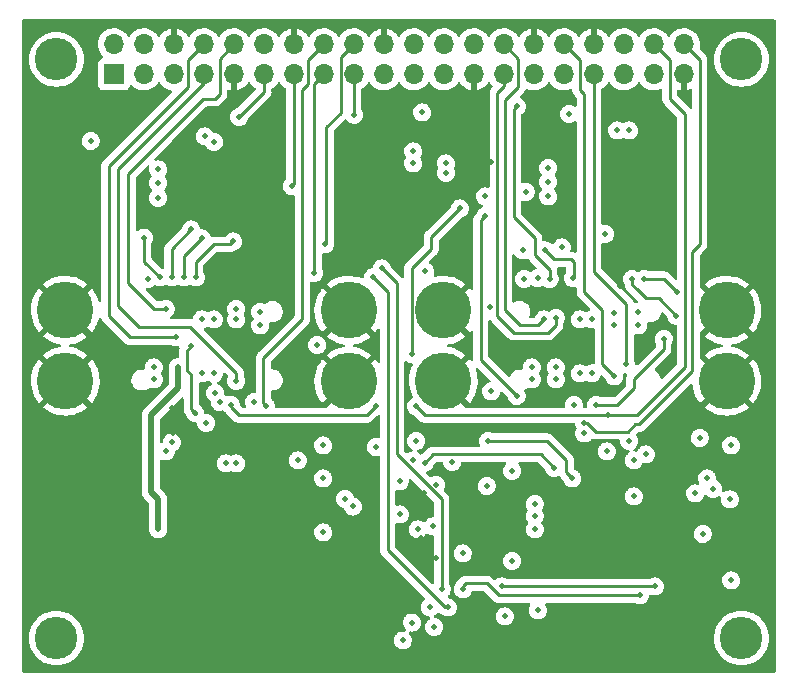
<source format=gbr>
%TF.GenerationSoftware,KiCad,Pcbnew,(6.0.0-0)*%
%TF.CreationDate,2023-03-08T15:11:31-05:00*%
%TF.ProjectId,carrier-board,63617272-6965-4722-9d62-6f6172642e6b,rev?*%
%TF.SameCoordinates,Original*%
%TF.FileFunction,Copper,L3,Inr*%
%TF.FilePolarity,Positive*%
%FSLAX46Y46*%
G04 Gerber Fmt 4.6, Leading zero omitted, Abs format (unit mm)*
G04 Created by KiCad (PCBNEW (6.0.0-0)) date 2023-03-08 15:11:31*
%MOMM*%
%LPD*%
G01*
G04 APERTURE LIST*
%TA.AperFunction,ComponentPad*%
%ADD10C,3.600000*%
%TD*%
%TA.AperFunction,ComponentPad*%
%ADD11C,4.800000*%
%TD*%
%TA.AperFunction,ComponentPad*%
%ADD12R,1.700000X1.700000*%
%TD*%
%TA.AperFunction,ComponentPad*%
%ADD13O,1.700000X1.700000*%
%TD*%
%TA.AperFunction,ViaPad*%
%ADD14C,0.508000*%
%TD*%
%TA.AperFunction,Conductor*%
%ADD15C,0.254000*%
%TD*%
%TA.AperFunction,Conductor*%
%ADD16C,0.508000*%
%TD*%
G04 APERTURE END LIST*
D10*
%TO.N,unconnected-(H1-Pad1)*%
%TO.C,H1*%
X78500000Y-97500000D03*
%TD*%
%TO.N,unconnected-(H2-Pad1)*%
%TO.C,H2*%
X136500000Y-97500000D03*
%TD*%
%TO.N,unconnected-(H3-Pad1)*%
%TO.C,H3*%
X78500000Y-146500000D03*
%TD*%
%TO.N,unconnected-(H4-Pad1)*%
%TO.C,H4*%
X136500000Y-146500000D03*
%TD*%
D11*
%TO.N,GND*%
%TO.C,H5*%
X79250000Y-118750000D03*
%TD*%
%TO.N,GND*%
%TO.C,H6*%
X79250000Y-124750000D03*
%TD*%
%TO.N,GND*%
%TO.C,H7*%
X135250000Y-124750000D03*
%TD*%
%TO.N,GND*%
%TO.C,H8*%
X135250000Y-118750000D03*
%TD*%
%TO.N,GND*%
%TO.C,H9*%
X103250000Y-118750000D03*
%TD*%
%TO.N,GND*%
%TO.C,H10*%
X111250000Y-118750000D03*
%TD*%
%TO.N,GND*%
%TO.C,H11*%
X103250000Y-124750000D03*
%TD*%
%TO.N,GND*%
%TO.C,H12*%
X111250000Y-124750000D03*
%TD*%
D12*
%TO.N,/3V_RPi*%
%TO.C,J5*%
X83370000Y-98770000D03*
D13*
%TO.N,/5V_RPi*%
X83370000Y-96230000D03*
%TO.N,/SDA1*%
X85910000Y-98770000D03*
%TO.N,/5V_RPi*%
X85910000Y-96230000D03*
%TO.N,/SCL1*%
X88450000Y-98770000D03*
%TO.N,GND*%
X88450000Y-96230000D03*
%TO.N,/TXD3*%
X90990000Y-98770000D03*
%TO.N,/TXD0*%
X90990000Y-96230000D03*
%TO.N,GND*%
X93530000Y-98770000D03*
%TO.N,/RXD0*%
X93530000Y-96230000D03*
%TO.N,/SPI1CE1*%
X96070000Y-98770000D03*
%TO.N,/SPI1CE0*%
X96070000Y-96230000D03*
%TO.N,/GPIO27*%
X98610000Y-98770000D03*
%TO.N,GND*%
X98610000Y-96230000D03*
%TO.N,/SDA6*%
X101150000Y-98770000D03*
%TO.N,/SCL6*%
X101150000Y-96230000D03*
%TO.N,/3V_RPi*%
X103690000Y-98770000D03*
%TO.N,/GPIO24*%
X103690000Y-96230000D03*
%TO.N,/SPI0MOSI*%
X106230000Y-98770000D03*
%TO.N,GND*%
X106230000Y-96230000D03*
%TO.N,/SPI0MISO*%
X108770000Y-98770000D03*
%TO.N,/GPIO25*%
X108770000Y-96230000D03*
%TO.N,/SPI0SCLK*%
X111310000Y-98770000D03*
%TO.N,/SPI0CE0*%
X111310000Y-96230000D03*
%TO.N,GND*%
X113850000Y-98770000D03*
%TO.N,/SPI0CE1*%
X113850000Y-96230000D03*
%TO.N,/TXD2*%
X116390000Y-98770000D03*
%TO.N,/RXD2*%
X116390000Y-96230000D03*
%TO.N,/RXD3*%
X118930000Y-98770000D03*
%TO.N,GND*%
X118930000Y-96230000D03*
%TO.N,/GPIO6*%
X121470000Y-98770000D03*
%TO.N,/TXD5*%
X121470000Y-96230000D03*
%TO.N,/RXD5*%
X124010000Y-98770000D03*
%TO.N,GND*%
X124010000Y-96230000D03*
%TO.N,/SPI1MISO*%
X126550000Y-98770000D03*
%TO.N,/header_to_rpi4/SPI1CE2*%
X126550000Y-96230000D03*
%TO.N,/GPIO26*%
X129090000Y-98770000D03*
%TO.N,/SPI1MOSI*%
X129090000Y-96230000D03*
%TO.N,GND*%
X131630000Y-98770000D03*
%TO.N,/SPI1SCLK*%
X131630000Y-96230000D03*
%TD*%
D14*
%TO.N,+3V3*%
X107562800Y-136030000D03*
X111464200Y-106312000D03*
X107562800Y-133236000D03*
X111464200Y-107109600D03*
X107816800Y-146698000D03*
X119246800Y-144158000D03*
%TO.N,/SDA_EEPROM1*%
X111626800Y-143904000D03*
X105276800Y-115964000D03*
%TO.N,/SCL_EEPROM1*%
X106038800Y-115202000D03*
X111118800Y-142380000D03*
%TO.N,GND*%
X97402800Y-107201000D03*
X122040800Y-137300000D03*
X88385800Y-129172000D03*
X108324800Y-125870000D03*
X91560800Y-138570000D03*
X115690800Y-136157000D03*
X87623800Y-105423000D03*
X90290800Y-138570000D03*
X95370800Y-117742000D03*
X87750800Y-132220000D03*
X110610800Y-139713000D03*
X127120800Y-113170000D03*
X88258800Y-127013000D03*
X120770800Y-134760000D03*
X102101800Y-133744000D03*
X90290800Y-134760000D03*
X88258800Y-127902000D03*
X123310800Y-137300000D03*
X91560800Y-133617000D03*
X84448800Y-103264000D03*
X121913800Y-104661000D03*
X128517800Y-113170000D03*
X122040800Y-138570000D03*
X123564800Y-130696000D03*
X120262800Y-126759000D03*
X126231800Y-116726000D03*
X122040800Y-130696000D03*
X105276800Y-136157000D03*
X122040800Y-134760000D03*
X113150800Y-133109000D03*
X120770800Y-137300000D03*
X96767800Y-117742000D03*
X94246500Y-116580300D03*
X87115800Y-112408000D03*
X91560800Y-137300000D03*
X100704800Y-139713000D03*
X128771800Y-121044000D03*
X120770800Y-138570000D03*
X89020800Y-132220000D03*
X134486800Y-128537000D03*
X115182800Y-118504000D03*
X109594800Y-134252000D03*
X123310800Y-138570000D03*
X114420800Y-137300000D03*
X109340800Y-138062000D03*
X89020800Y-134760000D03*
X126231800Y-115202000D03*
X94246500Y-115564300D03*
X128517800Y-111773000D03*
X115817800Y-140602000D03*
X89020800Y-137300000D03*
X101720800Y-141618000D03*
X90290800Y-137300000D03*
X99053800Y-125997000D03*
X126231800Y-115964000D03*
X115690800Y-137300000D03*
X123437800Y-134760000D03*
X115309800Y-106185000D03*
X120008800Y-104661000D03*
X91560800Y-134760000D03*
X89020800Y-138570000D03*
%TO.N,/SDA1*%
X85910000Y-112597800D03*
X110621000Y-133538500D03*
X119246500Y-116030000D03*
X87242800Y-115964000D03*
X108586500Y-145183000D03*
%TO.N,/SCL1*%
X86226800Y-116091000D03*
X114928800Y-133617000D03*
X110483800Y-145555000D03*
X117976800Y-113678000D03*
X118103800Y-116091000D03*
%TO.N,/3V_RPi*%
X103690000Y-102185200D03*
%TO.N,/TXD3*%
X93719800Y-124727000D03*
%TO.N,/TXD0*%
X88639800Y-121044000D03*
%TO.N,/RXD0*%
X87750800Y-118631000D03*
%TO.N,/SPI1CE1*%
X93973800Y-102375000D03*
X123183800Y-129172000D03*
X81400800Y-104407000D03*
%TO.N,/SPI1CE0*%
X91941800Y-125743000D03*
%TO.N,/GPIO27*%
X98418800Y-108217000D03*
X122294800Y-126759000D03*
X100577800Y-121679000D03*
%TO.N,/SDA6*%
X95243800Y-126505000D03*
X125088800Y-130696000D03*
X105530800Y-130315000D03*
X100323800Y-115583000D03*
%TO.N,/SCL6*%
X96259800Y-126886000D03*
X108959800Y-129807000D03*
X126993800Y-129807000D03*
%TO.N,/GPIO24*%
X101212800Y-113169500D03*
%TO.N,/SPI0MOSI*%
X89274800Y-115964000D03*
X109467800Y-101994000D03*
X121278800Y-113424000D03*
X90798800Y-112662000D03*
%TO.N,/SPI0MISO*%
X93465800Y-112916000D03*
X122246500Y-116030000D03*
X90290800Y-115964000D03*
X114801800Y-109106000D03*
X119881800Y-113678000D03*
%TO.N,/GPIO25*%
X124961800Y-112281000D03*
X121913800Y-102121000D03*
%TO.N,/SPI0CE0*%
X88258800Y-115964000D03*
X89909800Y-111900000D03*
%TO.N,/SPI0CE1*%
X120262800Y-116091000D03*
X117468800Y-101486000D03*
%TO.N,/TXD2*%
X120770800Y-119393000D03*
%TO.N,/RXD2*%
X119754800Y-119520000D03*
%TO.N,/RXD3*%
X108578800Y-122441000D03*
X112642800Y-110122000D03*
%TO.N,/GPIO6*%
X117468800Y-125997000D03*
X117087800Y-139967000D03*
X114801800Y-110757000D03*
%TO.N,/TXD5*%
X125723800Y-124346000D03*
%TO.N,/RXD5*%
X126739800Y-123330000D03*
%TO.N,/SPI1MISO*%
X129914800Y-121171000D03*
X92322800Y-126505000D03*
X124199800Y-126759000D03*
%TO.N,/GPIO26*%
X90253500Y-127470000D03*
X89909800Y-121806000D03*
X118230800Y-108725000D03*
X109721800Y-115456000D03*
%TO.N,/SPI1MOSI*%
X93253500Y-126759000D03*
X105530800Y-126886000D03*
X108959800Y-126886000D03*
X125215800Y-127648000D03*
%TO.N,/SPI1SCLK*%
X123183800Y-128283000D03*
X91179800Y-128283000D03*
%TO.N,/SDA_EEPROM2*%
X127882800Y-142888000D03*
X112896800Y-142380000D03*
X131057800Y-117234000D03*
X128263800Y-116091000D03*
%TO.N,/SCL_EEPROM2*%
X129152800Y-142126000D03*
X130994300Y-119202500D03*
X116198800Y-142126000D03*
X127247800Y-116091000D03*
%TO.N,/SDA_EEPROM3*%
X109086800Y-137300000D03*
X87750800Y-130696000D03*
%TO.N,/SCL_EEPROM3*%
X88258800Y-129934000D03*
X110356800Y-137046000D03*
%TO.N,/AN1P*%
X101085800Y-132982000D03*
X90798800Y-119520000D03*
%TO.N,/AN1N*%
X91814800Y-119520000D03*
X101085800Y-130188000D03*
%TO.N,/AN2P*%
X122802800Y-119520000D03*
X133597800Y-132982000D03*
%TO.N,/AN2N*%
X123818800Y-119520000D03*
X132962800Y-129553000D03*
%TO.N,/AN3P*%
X98926800Y-131458000D03*
X91814800Y-124092000D03*
%TO.N,/AN3N*%
X101085800Y-137554000D03*
X90798800Y-124092000D03*
%TO.N,/AN4P*%
X123818800Y-124092000D03*
X132581800Y-134252000D03*
%TO.N,/AN4N*%
X133216800Y-137681000D03*
X122802800Y-124092000D03*
%TO.N,/SCL_EEPROM4*%
X117087800Y-132347000D03*
X112896800Y-139332000D03*
%TO.N,/SDA1_5V*%
X102935900Y-134705100D03*
X134105800Y-133871000D03*
X109671000Y-131663500D03*
X108705800Y-131458000D03*
X120643800Y-132093000D03*
%TO.N,/SCL1_5V*%
X112007800Y-131585000D03*
X103587900Y-135357100D03*
X122167800Y-132982000D03*
X115055800Y-129807000D03*
X135502800Y-134760000D03*
%TO.N,Net-(RN3-Pad3)*%
X116452800Y-144666000D03*
X110102800Y-143904000D03*
%TO.N,/module1/3.3V*%
X93719800Y-119520000D03*
X87115800Y-109233000D03*
X87115800Y-106820000D03*
X87115800Y-107963000D03*
X93719800Y-118631000D03*
%TO.N,/module2/3.3V*%
X125723800Y-119012000D03*
X120135800Y-109106000D03*
X125723800Y-120028000D03*
X120135800Y-106693000D03*
X120110000Y-107864400D03*
%TO.N,/module3/3.3V*%
X87115800Y-137300000D03*
X88766800Y-124600000D03*
X88766800Y-123584000D03*
X87115800Y-134760000D03*
X87115800Y-136030000D03*
%TO.N,/module4/3.3V*%
X120770800Y-123584000D03*
X118992800Y-137300000D03*
X120770800Y-124600000D03*
X118992800Y-135141000D03*
X118992800Y-136157000D03*
%TO.N,/5V_RPi*%
X127374800Y-131458000D03*
X91052800Y-104026000D03*
X118738800Y-123584000D03*
X118738800Y-124600000D03*
X95751800Y-120028000D03*
X127755800Y-118885000D03*
X92830800Y-131712000D03*
X95751800Y-118885000D03*
X128390800Y-130950000D03*
X115309800Y-125616000D03*
X127374800Y-134506000D03*
X135629800Y-130188000D03*
X86734800Y-124600000D03*
X135629800Y-141618000D03*
X86734800Y-123584000D03*
X125977800Y-103518000D03*
X126993800Y-103518000D03*
X108705800Y-105296000D03*
X127755800Y-120028000D03*
X108705800Y-106312000D03*
X93719800Y-131712000D03*
X91840200Y-104508600D03*
%TD*%
D15*
%TO.N,/SDA_EEPROM1*%
X106546800Y-139078000D02*
X111372800Y-143904000D01*
X111372800Y-143904000D02*
X111626800Y-143904000D01*
X106546800Y-117234000D02*
X106546800Y-119520000D01*
X105276800Y-115964000D02*
X106546800Y-117234000D01*
X106546800Y-119520000D02*
X106546800Y-139078000D01*
%TO.N,/SCL_EEPROM1*%
X106038800Y-115202000D02*
X107308800Y-116472000D01*
X111118800Y-134760000D02*
X111118800Y-142380000D01*
X107308800Y-116472000D02*
X107308800Y-119266000D01*
X107308800Y-130950000D02*
X108832800Y-132474000D01*
X108832800Y-132474000D02*
X111118800Y-134760000D01*
X107308800Y-119266000D02*
X107308800Y-130950000D01*
%TO.N,/SDA1*%
X85910000Y-112597800D02*
X85910000Y-114631200D01*
X85910000Y-114631200D02*
X87242800Y-115964000D01*
%TO.N,/3V_RPi*%
X103690000Y-102185200D02*
X103690000Y-98770000D01*
%TO.N,/TXD3*%
X83686800Y-106820000D02*
X90990000Y-99516800D01*
X83686800Y-118377000D02*
X83686800Y-106820000D01*
X90990000Y-99516800D02*
X90990000Y-98770000D01*
X93719800Y-124727000D02*
X93719800Y-124092000D01*
X93719800Y-124092000D02*
X89782800Y-120155000D01*
X89782800Y-120155000D02*
X85464800Y-120155000D01*
X85464800Y-120155000D02*
X83686800Y-118377000D01*
%TO.N,/TXD0*%
X84702800Y-121044000D02*
X82924800Y-119266000D01*
X89655800Y-97564200D02*
X90990000Y-96230000D01*
X82924800Y-106566000D02*
X89655800Y-99835000D01*
X89655800Y-99835000D02*
X89655800Y-97564200D01*
X88639800Y-121044000D02*
X84702800Y-121044000D01*
X82924800Y-119266000D02*
X82924800Y-106566000D01*
%TO.N,/RXD0*%
X90925800Y-100851000D02*
X91941800Y-100851000D01*
X84575800Y-107201000D02*
X90925800Y-100851000D01*
X86734800Y-118631000D02*
X84575800Y-116472000D01*
X87750800Y-118631000D02*
X86734800Y-118631000D01*
X92322800Y-100470000D02*
X92322800Y-97437200D01*
X91941800Y-100851000D02*
X92322800Y-100470000D01*
X92322800Y-97437200D02*
X93530000Y-96230000D01*
X84575800Y-116472000D02*
X84575800Y-107201000D01*
%TO.N,/SPI1CE1*%
X93973800Y-102375000D02*
X96070000Y-100278800D01*
X96070000Y-100278800D02*
X96070000Y-98770000D01*
%TO.N,/GPIO27*%
X98610000Y-98770000D02*
X98610000Y-108025800D01*
X98610000Y-108025800D02*
X98418800Y-108217000D01*
%TO.N,/SDA6*%
X100323800Y-115583000D02*
X100300000Y-99620000D01*
X100300000Y-99620000D02*
X101150000Y-98770000D01*
%TO.N,/SCL6*%
X96013979Y-122813821D02*
X99307800Y-119520000D01*
X99307800Y-100089000D02*
X99815800Y-99581000D01*
X99815800Y-97549000D02*
X99831000Y-97549000D01*
X96259800Y-126886000D02*
X96013979Y-126640179D01*
X96013979Y-126640179D02*
X96013979Y-122813821D01*
X99815800Y-99581000D02*
X99815800Y-97549000D01*
X99307800Y-119520000D02*
X99307800Y-100089000D01*
X99831000Y-97549000D02*
X101150000Y-96230000D01*
%TO.N,/GPIO24*%
X102586489Y-102017311D02*
X102586489Y-97333511D01*
X101339800Y-113042500D02*
X101339800Y-103264000D01*
X102586489Y-97333511D02*
X103690000Y-96230000D01*
X101339800Y-103264000D02*
X102586489Y-102017311D01*
X101212800Y-113169500D02*
X101339800Y-113042500D01*
%TO.N,/SPI0MOSI*%
X89274800Y-114186000D02*
X90798800Y-112662000D01*
X89274800Y-115964000D02*
X89274800Y-114186000D01*
%TO.N,/SPI0MISO*%
X122294800Y-115981700D02*
X122246500Y-116030000D01*
X122040800Y-114440000D02*
X120643800Y-114440000D01*
X120008800Y-113805000D02*
X119881800Y-113678000D01*
X90290800Y-115964000D02*
X90290800Y-114694000D01*
X93211800Y-113170000D02*
X93465800Y-112916000D01*
X90290800Y-114694000D02*
X91814800Y-113170000D01*
X91814800Y-113170000D02*
X93211800Y-113170000D01*
X122040800Y-114440000D02*
X122294800Y-114694000D01*
X120643800Y-114440000D02*
X120008800Y-113805000D01*
X122294800Y-114694000D02*
X122294800Y-115981700D01*
%TO.N,/SPI0CE0*%
X88258800Y-113551000D02*
X89846300Y-111963500D01*
X88258800Y-115964000D02*
X88258800Y-113551000D01*
%TO.N,/SPI0CE1*%
X118992800Y-114059000D02*
X118992800Y-112662000D01*
X117214800Y-101740000D02*
X117468800Y-101486000D01*
X118992800Y-112662000D02*
X117214800Y-110884000D01*
X120262800Y-116091000D02*
X120262800Y-115329000D01*
X117214800Y-110884000D02*
X117214800Y-101740000D01*
X120262800Y-115329000D02*
X118992800Y-114059000D01*
%TO.N,/TXD2*%
X120770800Y-119393000D02*
X120770800Y-120028000D01*
X120389800Y-120409000D02*
X120135800Y-120663000D01*
X117214800Y-120663000D02*
X115817800Y-119266000D01*
X115817800Y-100343000D02*
X115817800Y-117742000D01*
X116390000Y-98770000D02*
X116390000Y-99770800D01*
X120135800Y-120663000D02*
X117214800Y-120663000D01*
X116390000Y-99770800D02*
X115817800Y-100343000D01*
X120770800Y-120028000D02*
X120389800Y-120409000D01*
X115817800Y-119266000D02*
X115817800Y-117742000D01*
%TO.N,/RXD2*%
X117722800Y-120028000D02*
X116452800Y-118758000D01*
X119754800Y-119520000D02*
X119246800Y-120028000D01*
X116452800Y-100978000D02*
X117595800Y-99835000D01*
X119246800Y-120028000D02*
X117722800Y-120028000D01*
X117595800Y-99835000D02*
X117595800Y-97435800D01*
X117595800Y-97435800D02*
X116390000Y-96230000D01*
X116452800Y-118758000D02*
X116452800Y-100978000D01*
%TO.N,/RXD3*%
X108578800Y-115202000D02*
X108578800Y-122441000D01*
X110229800Y-112535000D02*
X110229800Y-113551000D01*
X110229800Y-113551000D02*
X108578800Y-115202000D01*
X112642800Y-110122000D02*
X110229800Y-112535000D01*
%TO.N,/GPIO6*%
X114674800Y-110884000D02*
X114801800Y-110757000D01*
X114420800Y-111138000D02*
X114674800Y-110884000D01*
X114420800Y-122949000D02*
X114420800Y-118377000D01*
X117468800Y-125997000D02*
X114420800Y-122949000D01*
X114420800Y-118377000D02*
X114420800Y-111138000D01*
%TO.N,/TXD5*%
X122802800Y-97562800D02*
X122802800Y-100089000D01*
X122802800Y-100089000D02*
X123183800Y-100470000D01*
X121470000Y-96230000D02*
X122802800Y-97562800D01*
X124707800Y-118758000D02*
X124707800Y-123330000D01*
X124707800Y-123330000D02*
X125723800Y-124346000D01*
X123183800Y-100470000D02*
X123183800Y-117234000D01*
X123183800Y-117234000D02*
X124707800Y-118758000D01*
%TO.N,/RXD5*%
X124010000Y-115520200D02*
X124010000Y-98770000D01*
X126739800Y-118250000D02*
X124010000Y-115520200D01*
X126739800Y-123330000D02*
X126739800Y-118250000D01*
%TO.N,/SPI1MISO*%
X125977800Y-126759000D02*
X127374800Y-125362000D01*
X129914800Y-122060000D02*
X129914800Y-121171000D01*
X124199800Y-126759000D02*
X125977800Y-126759000D01*
X127374800Y-124600000D02*
X129914800Y-122060000D01*
X127374800Y-125362000D02*
X127374800Y-124600000D01*
%TO.N,/GPIO26*%
X89909800Y-127140000D02*
X90290800Y-127521000D01*
X89528800Y-122187000D02*
X89528800Y-123838000D01*
X89909800Y-121806000D02*
X89528800Y-122187000D01*
X90290800Y-127507300D02*
X90253500Y-127470000D01*
X89528800Y-123838000D02*
X89909800Y-124219000D01*
X90290800Y-127521000D02*
X90290800Y-127507300D01*
X89909800Y-124219000D02*
X89909800Y-127140000D01*
%TO.N,/SPI1MOSI*%
X93253500Y-126927700D02*
X93973800Y-127648000D01*
X125215800Y-127648000D02*
X127628800Y-127648000D01*
X130422800Y-97562800D02*
X129090000Y-96230000D01*
X125215800Y-127648000D02*
X109721800Y-127648000D01*
X131692800Y-123584000D02*
X131692800Y-102121000D01*
X93973800Y-127648000D02*
X104768800Y-127648000D01*
X93253500Y-126759000D02*
X93253500Y-126927700D01*
X131692800Y-102121000D02*
X130422800Y-100851000D01*
X104768800Y-127648000D02*
X105530800Y-126886000D01*
X127628800Y-127648000D02*
X131692800Y-123584000D01*
X109721800Y-127648000D02*
X108959800Y-126886000D01*
X130422800Y-100851000D02*
X130422800Y-97562800D01*
%TO.N,/SPI1SCLK*%
X131630000Y-96230000D02*
X132962800Y-97562800D01*
X126866800Y-129045000D02*
X124199800Y-129045000D01*
X132327800Y-113805000D02*
X132327800Y-123919568D01*
X132962800Y-113170000D02*
X132327800Y-113805000D01*
X132327800Y-123919568D02*
X127837368Y-128410000D01*
X124199800Y-129045000D02*
X123437800Y-128283000D01*
X127501800Y-128410000D02*
X126866800Y-129045000D01*
X123437800Y-128283000D02*
X123183800Y-128283000D01*
X127837368Y-128410000D02*
X127501800Y-128410000D01*
X132962800Y-97562800D02*
X132962800Y-113170000D01*
%TO.N,/SDA_EEPROM2*%
X129914800Y-116091000D02*
X128263800Y-116091000D01*
X115944800Y-142888000D02*
X127882800Y-142888000D01*
X131057800Y-117234000D02*
X129914800Y-116091000D01*
X112896800Y-142380000D02*
X112896800Y-142126000D01*
X114928800Y-141872000D02*
X115944800Y-142888000D01*
X113150800Y-141872000D02*
X114928800Y-141872000D01*
X112896800Y-142126000D02*
X113150800Y-141872000D01*
%TO.N,/SCL_EEPROM2*%
X127247800Y-116091000D02*
X127247800Y-116599000D01*
X127247800Y-116599000D02*
X127628800Y-116980000D01*
X129533800Y-117742000D02*
X128390800Y-117742000D01*
X116198800Y-142126000D02*
X129152800Y-142126000D01*
X128390800Y-117742000D02*
X127628800Y-116980000D01*
X130994300Y-119202500D02*
X129533800Y-117742000D01*
%TO.N,/SDA1_5V*%
X119500800Y-130950000D02*
X110384500Y-130950000D01*
X110384500Y-130950000D02*
X109671000Y-131663500D01*
X120643800Y-132093000D02*
X119500800Y-130950000D01*
%TO.N,/SCL1_5V*%
X122167800Y-132982000D02*
X121659800Y-132474000D01*
X120008800Y-129807000D02*
X115055800Y-129807000D01*
X121659800Y-131458000D02*
X120008800Y-129807000D01*
X121659800Y-132474000D02*
X121659800Y-131458000D01*
D16*
%TO.N,/module3/3.3V*%
X86480800Y-134125000D02*
X87115800Y-134760000D01*
X88766800Y-124600000D02*
X88766800Y-125362000D01*
X88766800Y-125362000D02*
X86480800Y-127648000D01*
X86480800Y-127648000D02*
X86480800Y-134125000D01*
X87115800Y-134760000D02*
X87115800Y-137300000D01*
X88766800Y-123584000D02*
X88766800Y-124600000D01*
%TD*%
%TA.AperFunction,Conductor*%
%TO.N,GND*%
G36*
X139359121Y-94140002D02*
G01*
X139405614Y-94193658D01*
X139417000Y-94246000D01*
X139417000Y-149291000D01*
X139396998Y-149359121D01*
X139343342Y-149405614D01*
X139291000Y-149417000D01*
X75709000Y-149417000D01*
X75640879Y-149396998D01*
X75594386Y-149343342D01*
X75583000Y-149291000D01*
X75583000Y-146500000D01*
X76186547Y-146500000D01*
X76186817Y-146504119D01*
X76199525Y-146698000D01*
X76206339Y-146801966D01*
X76207143Y-146806006D01*
X76207143Y-146806009D01*
X76256594Y-147054614D01*
X76265376Y-147098766D01*
X76266701Y-147102670D01*
X76266702Y-147102673D01*
X76294769Y-147185356D01*
X76362648Y-147385320D01*
X76496491Y-147656726D01*
X76664614Y-147908341D01*
X76667328Y-147911435D01*
X76667332Y-147911441D01*
X76861433Y-148132769D01*
X76864142Y-148135858D01*
X76867231Y-148138567D01*
X77088559Y-148332668D01*
X77088565Y-148332672D01*
X77091659Y-148335386D01*
X77095085Y-148337675D01*
X77095090Y-148337679D01*
X77283371Y-148463484D01*
X77343273Y-148503509D01*
X77346972Y-148505333D01*
X77346977Y-148505336D01*
X77486308Y-148574046D01*
X77614680Y-148637352D01*
X77618585Y-148638677D01*
X77618586Y-148638678D01*
X77897327Y-148733298D01*
X77897330Y-148733299D01*
X77901234Y-148734624D01*
X77905273Y-148735427D01*
X77905279Y-148735429D01*
X78193991Y-148792857D01*
X78193994Y-148792857D01*
X78198034Y-148793661D01*
X78202145Y-148793930D01*
X78202149Y-148793931D01*
X78495881Y-148813183D01*
X78500000Y-148813453D01*
X78504119Y-148813183D01*
X78797851Y-148793931D01*
X78797855Y-148793930D01*
X78801966Y-148793661D01*
X78806006Y-148792857D01*
X78806009Y-148792857D01*
X79094721Y-148735429D01*
X79094727Y-148735427D01*
X79098766Y-148734624D01*
X79102670Y-148733299D01*
X79102673Y-148733298D01*
X79381414Y-148638678D01*
X79381415Y-148638677D01*
X79385320Y-148637352D01*
X79513692Y-148574046D01*
X79653023Y-148505336D01*
X79653028Y-148505333D01*
X79656727Y-148503509D01*
X79716629Y-148463484D01*
X79904910Y-148337679D01*
X79904915Y-148337675D01*
X79908341Y-148335386D01*
X79911435Y-148332672D01*
X79911441Y-148332668D01*
X80132769Y-148138567D01*
X80135858Y-148135858D01*
X80138567Y-148132769D01*
X80332668Y-147911441D01*
X80332672Y-147911435D01*
X80335386Y-147908341D01*
X80503509Y-147656726D01*
X80637352Y-147385320D01*
X80705231Y-147185356D01*
X80733298Y-147102673D01*
X80733299Y-147102670D01*
X80734624Y-147098766D01*
X80743407Y-147054614D01*
X80792857Y-146806009D01*
X80792857Y-146806006D01*
X80793661Y-146801966D01*
X80800476Y-146698000D01*
X80801178Y-146687286D01*
X107049550Y-146687286D01*
X107066243Y-146857536D01*
X107120240Y-147019856D01*
X107123887Y-147025878D01*
X107123888Y-147025880D01*
X107205206Y-147160154D01*
X107205209Y-147160157D01*
X107208856Y-147166180D01*
X107327689Y-147289234D01*
X107470830Y-147382903D01*
X107477434Y-147385359D01*
X107477436Y-147385360D01*
X107624557Y-147440074D01*
X107624559Y-147440074D01*
X107631167Y-147442532D01*
X107710254Y-147453085D01*
X107793749Y-147464226D01*
X107793753Y-147464226D01*
X107800730Y-147465157D01*
X107807741Y-147464519D01*
X107807745Y-147464519D01*
X107964073Y-147450292D01*
X107964075Y-147450292D01*
X107971092Y-147449653D01*
X107977790Y-147447477D01*
X107977793Y-147447476D01*
X108127089Y-147398966D01*
X108127091Y-147398965D01*
X108133785Y-147396790D01*
X108280724Y-147309197D01*
X108404605Y-147191227D01*
X108417879Y-147171249D01*
X108495370Y-147054614D01*
X108499271Y-147048743D01*
X108560018Y-146888826D01*
X108583826Y-146719425D01*
X108584125Y-146698000D01*
X108565056Y-146528000D01*
X108555306Y-146500000D01*
X134186547Y-146500000D01*
X134186817Y-146504119D01*
X134199525Y-146698000D01*
X134206339Y-146801966D01*
X134207143Y-146806006D01*
X134207143Y-146806009D01*
X134256594Y-147054614D01*
X134265376Y-147098766D01*
X134266701Y-147102670D01*
X134266702Y-147102673D01*
X134294769Y-147185356D01*
X134362648Y-147385320D01*
X134496491Y-147656726D01*
X134664614Y-147908341D01*
X134667328Y-147911435D01*
X134667332Y-147911441D01*
X134861433Y-148132769D01*
X134864142Y-148135858D01*
X134867231Y-148138567D01*
X135088559Y-148332668D01*
X135088565Y-148332672D01*
X135091659Y-148335386D01*
X135095085Y-148337675D01*
X135095090Y-148337679D01*
X135283371Y-148463484D01*
X135343273Y-148503509D01*
X135346972Y-148505333D01*
X135346977Y-148505336D01*
X135486308Y-148574046D01*
X135614680Y-148637352D01*
X135618585Y-148638677D01*
X135618586Y-148638678D01*
X135897327Y-148733298D01*
X135897330Y-148733299D01*
X135901234Y-148734624D01*
X135905273Y-148735427D01*
X135905279Y-148735429D01*
X136193991Y-148792857D01*
X136193994Y-148792857D01*
X136198034Y-148793661D01*
X136202145Y-148793930D01*
X136202149Y-148793931D01*
X136495881Y-148813183D01*
X136500000Y-148813453D01*
X136504119Y-148813183D01*
X136797851Y-148793931D01*
X136797855Y-148793930D01*
X136801966Y-148793661D01*
X136806006Y-148792857D01*
X136806009Y-148792857D01*
X137094721Y-148735429D01*
X137094727Y-148735427D01*
X137098766Y-148734624D01*
X137102670Y-148733299D01*
X137102673Y-148733298D01*
X137381414Y-148638678D01*
X137381415Y-148638677D01*
X137385320Y-148637352D01*
X137513692Y-148574046D01*
X137653023Y-148505336D01*
X137653028Y-148505333D01*
X137656727Y-148503509D01*
X137716629Y-148463484D01*
X137904910Y-148337679D01*
X137904915Y-148337675D01*
X137908341Y-148335386D01*
X137911435Y-148332672D01*
X137911441Y-148332668D01*
X138132769Y-148138567D01*
X138135858Y-148135858D01*
X138138567Y-148132769D01*
X138332668Y-147911441D01*
X138332672Y-147911435D01*
X138335386Y-147908341D01*
X138503509Y-147656726D01*
X138637352Y-147385320D01*
X138705231Y-147185356D01*
X138733298Y-147102673D01*
X138733299Y-147102670D01*
X138734624Y-147098766D01*
X138743407Y-147054614D01*
X138792857Y-146806009D01*
X138792857Y-146806006D01*
X138793661Y-146801966D01*
X138800476Y-146698000D01*
X138813183Y-146504119D01*
X138813453Y-146500000D01*
X138804308Y-146360479D01*
X138793931Y-146202149D01*
X138793930Y-146202145D01*
X138793661Y-146198034D01*
X138783696Y-146147937D01*
X138735429Y-145905279D01*
X138735427Y-145905273D01*
X138734624Y-145901234D01*
X138728763Y-145883966D01*
X138638678Y-145618586D01*
X138638677Y-145618585D01*
X138637352Y-145614680D01*
X138547520Y-145432519D01*
X138505336Y-145346978D01*
X138505333Y-145346973D01*
X138503509Y-145343274D01*
X138335386Y-145091659D01*
X138332672Y-145088565D01*
X138332668Y-145088559D01*
X138138567Y-144867231D01*
X138135858Y-144864142D01*
X138110405Y-144841820D01*
X137911441Y-144667332D01*
X137911435Y-144667328D01*
X137908341Y-144664614D01*
X137904911Y-144662322D01*
X137904910Y-144662321D01*
X137690122Y-144518805D01*
X137656727Y-144496491D01*
X137653028Y-144494667D01*
X137653023Y-144494664D01*
X137455439Y-144397227D01*
X137385320Y-144362648D01*
X137378774Y-144360426D01*
X137102673Y-144266702D01*
X137102670Y-144266701D01*
X137098766Y-144265376D01*
X137094727Y-144264573D01*
X137094721Y-144264571D01*
X136806009Y-144207143D01*
X136806006Y-144207143D01*
X136801966Y-144206339D01*
X136797855Y-144206070D01*
X136797851Y-144206069D01*
X136527702Y-144188363D01*
X136500000Y-144186547D01*
X136472298Y-144188363D01*
X136202149Y-144206069D01*
X136202145Y-144206070D01*
X136198034Y-144206339D01*
X136193994Y-144207143D01*
X136193991Y-144207143D01*
X135905279Y-144264571D01*
X135905273Y-144264573D01*
X135901234Y-144265376D01*
X135897330Y-144266701D01*
X135897327Y-144266702D01*
X135621226Y-144360426D01*
X135614680Y-144362648D01*
X135504887Y-144416792D01*
X135346978Y-144494664D01*
X135346973Y-144494667D01*
X135343274Y-144496491D01*
X135091659Y-144664614D01*
X135088565Y-144667328D01*
X135088559Y-144667332D01*
X134889595Y-144841820D01*
X134864142Y-144864142D01*
X134861433Y-144867231D01*
X134667332Y-145088559D01*
X134667328Y-145088565D01*
X134664614Y-145091659D01*
X134496491Y-145343274D01*
X134494667Y-145346973D01*
X134494664Y-145346978D01*
X134452480Y-145432519D01*
X134362648Y-145614680D01*
X134361323Y-145618585D01*
X134361322Y-145618586D01*
X134271238Y-145883966D01*
X134265376Y-145901234D01*
X134264573Y-145905273D01*
X134264571Y-145905279D01*
X134216304Y-146147937D01*
X134206339Y-146198034D01*
X134206070Y-146202145D01*
X134206069Y-146202149D01*
X134195692Y-146360479D01*
X134186547Y-146500000D01*
X108555306Y-146500000D01*
X108511114Y-146373097D01*
X108511113Y-146373095D01*
X108508799Y-146366450D01*
X108418148Y-146221378D01*
X108404959Y-146208096D01*
X108345218Y-146147937D01*
X108311411Y-146085506D01*
X108316723Y-146014709D01*
X108359468Y-145958022D01*
X108426074Y-145933443D01*
X108451289Y-145934260D01*
X108563449Y-145949226D01*
X108563453Y-145949226D01*
X108570430Y-145950157D01*
X108577441Y-145949519D01*
X108577445Y-145949519D01*
X108733773Y-145935292D01*
X108733775Y-145935292D01*
X108740792Y-145934653D01*
X108747490Y-145932477D01*
X108747493Y-145932476D01*
X108896789Y-145883966D01*
X108896791Y-145883965D01*
X108903485Y-145881790D01*
X109050424Y-145794197D01*
X109174305Y-145676227D01*
X109268971Y-145533743D01*
X109322815Y-145391998D01*
X109327218Y-145380408D01*
X109327219Y-145380406D01*
X109329718Y-145373826D01*
X109335101Y-145335527D01*
X109352975Y-145208347D01*
X109352975Y-145208344D01*
X109353526Y-145204425D01*
X109353825Y-145183000D01*
X109334756Y-145013000D01*
X109316994Y-144961992D01*
X109280814Y-144858097D01*
X109280813Y-144858095D01*
X109278499Y-144851450D01*
X109270748Y-144839045D01*
X109191581Y-144712352D01*
X109187848Y-144706378D01*
X109176244Y-144694692D01*
X109081400Y-144599184D01*
X109067309Y-144584994D01*
X108963011Y-144518805D01*
X108928816Y-144497104D01*
X108928813Y-144497102D01*
X108922873Y-144493333D01*
X108913976Y-144490165D01*
X108768354Y-144438311D01*
X108768349Y-144438310D01*
X108761719Y-144435949D01*
X108754731Y-144435116D01*
X108754728Y-144435115D01*
X108639155Y-144421334D01*
X108591857Y-144415694D01*
X108584854Y-144416430D01*
X108584853Y-144416430D01*
X108540458Y-144421096D01*
X108421728Y-144433575D01*
X108412261Y-144436798D01*
X108266456Y-144486434D01*
X108266453Y-144486435D01*
X108259789Y-144488704D01*
X108114088Y-144578340D01*
X108109057Y-144583267D01*
X108109054Y-144583269D01*
X108065235Y-144626180D01*
X107991866Y-144698028D01*
X107988047Y-144703953D01*
X107988046Y-144703955D01*
X107955778Y-144754025D01*
X107899198Y-144841820D01*
X107896787Y-144848443D01*
X107896786Y-144848446D01*
X107843100Y-144995947D01*
X107843099Y-144995952D01*
X107840690Y-145002570D01*
X107819250Y-145172286D01*
X107835943Y-145342536D01*
X107889940Y-145504856D01*
X107893587Y-145510878D01*
X107893588Y-145510880D01*
X107974906Y-145645154D01*
X107974909Y-145645157D01*
X107978556Y-145651180D01*
X108058157Y-145733608D01*
X108091089Y-145796504D01*
X108084789Y-145867221D01*
X108041257Y-145923306D01*
X107974314Y-145946952D01*
X107952605Y-145946249D01*
X107822157Y-145930694D01*
X107815154Y-145931430D01*
X107815153Y-145931430D01*
X107788228Y-145934260D01*
X107652028Y-145948575D01*
X107641871Y-145952033D01*
X107496756Y-146001434D01*
X107496753Y-146001435D01*
X107490089Y-146003704D01*
X107344388Y-146093340D01*
X107339357Y-146098267D01*
X107339354Y-146098269D01*
X107295550Y-146141165D01*
X107222166Y-146213028D01*
X107218347Y-146218953D01*
X107218346Y-146218955D01*
X107194494Y-146255966D01*
X107129498Y-146356820D01*
X107127087Y-146363443D01*
X107127086Y-146363446D01*
X107073400Y-146510947D01*
X107073399Y-146510952D01*
X107070990Y-146517570D01*
X107049550Y-146687286D01*
X80801178Y-146687286D01*
X80813183Y-146504119D01*
X80813453Y-146500000D01*
X80804308Y-146360479D01*
X80793931Y-146202149D01*
X80793930Y-146202145D01*
X80793661Y-146198034D01*
X80783696Y-146147937D01*
X80735429Y-145905279D01*
X80735427Y-145905273D01*
X80734624Y-145901234D01*
X80728763Y-145883966D01*
X80638678Y-145618586D01*
X80638677Y-145618585D01*
X80637352Y-145614680D01*
X80547520Y-145432519D01*
X80505336Y-145346978D01*
X80505333Y-145346973D01*
X80503509Y-145343274D01*
X80335386Y-145091659D01*
X80332672Y-145088565D01*
X80332668Y-145088559D01*
X80138567Y-144867231D01*
X80135858Y-144864142D01*
X80110405Y-144841820D01*
X79911441Y-144667332D01*
X79911435Y-144667328D01*
X79908341Y-144664614D01*
X79904911Y-144662322D01*
X79904910Y-144662321D01*
X79690122Y-144518805D01*
X79656727Y-144496491D01*
X79653028Y-144494667D01*
X79653023Y-144494664D01*
X79455439Y-144397227D01*
X79385320Y-144362648D01*
X79378774Y-144360426D01*
X79102673Y-144266702D01*
X79102670Y-144266701D01*
X79098766Y-144265376D01*
X79094727Y-144264573D01*
X79094721Y-144264571D01*
X78806009Y-144207143D01*
X78806006Y-144207143D01*
X78801966Y-144206339D01*
X78797855Y-144206070D01*
X78797851Y-144206069D01*
X78527702Y-144188363D01*
X78500000Y-144186547D01*
X78472298Y-144188363D01*
X78202149Y-144206069D01*
X78202145Y-144206070D01*
X78198034Y-144206339D01*
X78193994Y-144207143D01*
X78193991Y-144207143D01*
X77905279Y-144264571D01*
X77905273Y-144264573D01*
X77901234Y-144265376D01*
X77897330Y-144266701D01*
X77897327Y-144266702D01*
X77621226Y-144360426D01*
X77614680Y-144362648D01*
X77504887Y-144416792D01*
X77346978Y-144494664D01*
X77346973Y-144494667D01*
X77343274Y-144496491D01*
X77091659Y-144664614D01*
X77088565Y-144667328D01*
X77088559Y-144667332D01*
X76889595Y-144841820D01*
X76864142Y-144864142D01*
X76861433Y-144867231D01*
X76667332Y-145088559D01*
X76667328Y-145088565D01*
X76664614Y-145091659D01*
X76496491Y-145343274D01*
X76494667Y-145346973D01*
X76494664Y-145346978D01*
X76452480Y-145432519D01*
X76362648Y-145614680D01*
X76361323Y-145618585D01*
X76361322Y-145618586D01*
X76271238Y-145883966D01*
X76265376Y-145901234D01*
X76264573Y-145905273D01*
X76264571Y-145905279D01*
X76216304Y-146147937D01*
X76206339Y-146198034D01*
X76206070Y-146202145D01*
X76206069Y-146202149D01*
X76195692Y-146360479D01*
X76186547Y-146500000D01*
X75583000Y-146500000D01*
X75583000Y-126980888D01*
X77384652Y-126980888D01*
X77384670Y-126981141D01*
X77390584Y-126989884D01*
X77414152Y-127011329D01*
X77419779Y-127015886D01*
X77686225Y-127207346D01*
X77692355Y-127211236D01*
X77979032Y-127370799D01*
X77985552Y-127373951D01*
X78288680Y-127499510D01*
X78295531Y-127501896D01*
X78611063Y-127591778D01*
X78618152Y-127593363D01*
X78941936Y-127646385D01*
X78949142Y-127647142D01*
X79276877Y-127662597D01*
X79284127Y-127662521D01*
X79611456Y-127640207D01*
X79618665Y-127639296D01*
X79941266Y-127579505D01*
X79948296Y-127577778D01*
X80261903Y-127481300D01*
X80268680Y-127478780D01*
X80569131Y-127346891D01*
X80575566Y-127343612D01*
X80858850Y-127178075D01*
X80864899Y-127174056D01*
X81107403Y-126991979D01*
X81115857Y-126980652D01*
X81109112Y-126968322D01*
X79262812Y-125122022D01*
X79248868Y-125114408D01*
X79247035Y-125114539D01*
X79240420Y-125118790D01*
X77392266Y-126966944D01*
X77384652Y-126980888D01*
X75583000Y-126980888D01*
X75583000Y-124662134D01*
X76338604Y-124662134D01*
X76347193Y-124990123D01*
X76347799Y-124997339D01*
X76394031Y-125322176D01*
X76395460Y-125329265D01*
X76478720Y-125646632D01*
X76480960Y-125653527D01*
X76600143Y-125959214D01*
X76603158Y-125965801D01*
X76756691Y-126255776D01*
X76760437Y-126261961D01*
X76946280Y-126532364D01*
X76950722Y-126538090D01*
X77009622Y-126605607D01*
X77022795Y-126614011D01*
X77032646Y-126608144D01*
X78877978Y-124762812D01*
X78884356Y-124751132D01*
X79614408Y-124751132D01*
X79614539Y-124752965D01*
X79618790Y-124759580D01*
X81465273Y-126606063D01*
X81478627Y-126613355D01*
X81488599Y-126606301D01*
X81586228Y-126489537D01*
X81590538Y-126483734D01*
X81770683Y-126209490D01*
X81774297Y-126203228D01*
X81921725Y-125910099D01*
X81924598Y-125903461D01*
X82037355Y-125595340D01*
X82039451Y-125588399D01*
X82116044Y-125269364D01*
X82117328Y-125262225D01*
X82156844Y-124935683D01*
X82157268Y-124930113D01*
X82162840Y-124752797D01*
X82162767Y-124747204D01*
X82162547Y-124743385D01*
X84837000Y-124743385D01*
X84838372Y-124749837D01*
X84838372Y-124749842D01*
X84845602Y-124783854D01*
X84875832Y-124926074D01*
X84878517Y-124932104D01*
X84878517Y-124932105D01*
X84941136Y-125072749D01*
X84951798Y-125096697D01*
X84955678Y-125102038D01*
X84955679Y-125102039D01*
X85018972Y-125189154D01*
X85061579Y-125247797D01*
X85066481Y-125252210D01*
X85066482Y-125252212D01*
X85171611Y-125346871D01*
X85200376Y-125372771D01*
X85206094Y-125376072D01*
X85206097Y-125376074D01*
X85334065Y-125449956D01*
X85362124Y-125466156D01*
X85368410Y-125468198D01*
X85368409Y-125468198D01*
X85533474Y-125521831D01*
X85533475Y-125521831D01*
X85539753Y-125523871D01*
X85546316Y-125524561D01*
X85546317Y-125524561D01*
X85553910Y-125525359D01*
X85678937Y-125538500D01*
X85772063Y-125538500D01*
X85897090Y-125525359D01*
X85904683Y-125524561D01*
X85904684Y-125524561D01*
X85911247Y-125523871D01*
X85917525Y-125521831D01*
X85917526Y-125521831D01*
X86082591Y-125468198D01*
X86082590Y-125468198D01*
X86088876Y-125466156D01*
X86250624Y-125372771D01*
X86303377Y-125325272D01*
X86367382Y-125294555D01*
X86431605Y-125300811D01*
X86549167Y-125344532D01*
X86628254Y-125355085D01*
X86711749Y-125366226D01*
X86711753Y-125366226D01*
X86718730Y-125367157D01*
X86725741Y-125366519D01*
X86725745Y-125366519D01*
X86882073Y-125352292D01*
X86882075Y-125352292D01*
X86889092Y-125351653D01*
X86895790Y-125349477D01*
X86895793Y-125349476D01*
X87045089Y-125300966D01*
X87045091Y-125300965D01*
X87051785Y-125298790D01*
X87106157Y-125266378D01*
X87192672Y-125214805D01*
X87192674Y-125214804D01*
X87198724Y-125211197D01*
X87322605Y-125093227D01*
X87335879Y-125073249D01*
X87376345Y-125012341D01*
X87417271Y-124950743D01*
X87478018Y-124790826D01*
X87478998Y-124783854D01*
X87501275Y-124625347D01*
X87501275Y-124625344D01*
X87501826Y-124621425D01*
X87502125Y-124600000D01*
X87483056Y-124430000D01*
X87479162Y-124418816D01*
X87429114Y-124275097D01*
X87429113Y-124275095D01*
X87426799Y-124268450D01*
X87408434Y-124239060D01*
X87357753Y-124157953D01*
X87338617Y-124089584D01*
X87359659Y-124021456D01*
X87374100Y-123999720D01*
X87417271Y-123934743D01*
X87473407Y-123786965D01*
X87475518Y-123781408D01*
X87475519Y-123781406D01*
X87478018Y-123774826D01*
X87482416Y-123743536D01*
X87501275Y-123609347D01*
X87501275Y-123609344D01*
X87501826Y-123605425D01*
X87501973Y-123594878D01*
X87502070Y-123587962D01*
X87502070Y-123587957D01*
X87502125Y-123584000D01*
X87483056Y-123414000D01*
X87480307Y-123406104D01*
X87429114Y-123259097D01*
X87429113Y-123259095D01*
X87426799Y-123252450D01*
X87376257Y-123171565D01*
X87339881Y-123113352D01*
X87336148Y-123107378D01*
X87330813Y-123102005D01*
X87256849Y-123027523D01*
X87215609Y-122985994D01*
X87141042Y-122938673D01*
X87077116Y-122898104D01*
X87077113Y-122898102D01*
X87071173Y-122894333D01*
X87063509Y-122891604D01*
X86916654Y-122839311D01*
X86916649Y-122839310D01*
X86910019Y-122836949D01*
X86903031Y-122836116D01*
X86903028Y-122836115D01*
X86787455Y-122822334D01*
X86740157Y-122816694D01*
X86733154Y-122817430D01*
X86733153Y-122817430D01*
X86688758Y-122822096D01*
X86570028Y-122834575D01*
X86560329Y-122837877D01*
X86414756Y-122887434D01*
X86414753Y-122887435D01*
X86408089Y-122889704D01*
X86262388Y-122979340D01*
X86257357Y-122984267D01*
X86257354Y-122984269D01*
X86222699Y-123018206D01*
X86140166Y-123099028D01*
X86136350Y-123104950D01*
X86136346Y-123104955D01*
X86111862Y-123142947D01*
X86047498Y-123242820D01*
X86045089Y-123249440D01*
X86045086Y-123249446D01*
X85991400Y-123396947D01*
X85991399Y-123396952D01*
X85988990Y-123403570D01*
X85967550Y-123573286D01*
X85973157Y-123630468D01*
X85959898Y-123700213D01*
X85911035Y-123751721D01*
X85842083Y-123768634D01*
X85834602Y-123768073D01*
X85801178Y-123764560D01*
X85775330Y-123761843D01*
X85775323Y-123761843D01*
X85772063Y-123761500D01*
X85678937Y-123761500D01*
X85569097Y-123773045D01*
X85546317Y-123775439D01*
X85546316Y-123775439D01*
X85539753Y-123776129D01*
X85533475Y-123778169D01*
X85533474Y-123778169D01*
X85517338Y-123783412D01*
X85362124Y-123833844D01*
X85356402Y-123837147D01*
X85356401Y-123837148D01*
X85238970Y-123904947D01*
X85200376Y-123927229D01*
X85195469Y-123931647D01*
X85195468Y-123931648D01*
X85072813Y-124042088D01*
X85061579Y-124052203D01*
X85057700Y-124057542D01*
X84969524Y-124178906D01*
X84951798Y-124203303D01*
X84949114Y-124209331D01*
X84949113Y-124209333D01*
X84878726Y-124367425D01*
X84875832Y-124373926D01*
X84857472Y-124460301D01*
X84840518Y-124540065D01*
X84837000Y-124556615D01*
X84837000Y-124743385D01*
X82162547Y-124743385D01*
X82143832Y-124418816D01*
X82143000Y-124411626D01*
X82086589Y-124088403D01*
X82084934Y-124081348D01*
X81991750Y-123766767D01*
X81989294Y-123759942D01*
X81860568Y-123458148D01*
X81857347Y-123451659D01*
X81694778Y-123166646D01*
X81690846Y-123160591D01*
X81496590Y-122896143D01*
X81492835Y-122891604D01*
X81479417Y-122883626D01*
X81478810Y-122883647D01*
X81470330Y-122888880D01*
X79622022Y-124737188D01*
X79614408Y-124751132D01*
X78884356Y-124751132D01*
X78885592Y-124748868D01*
X78885461Y-124747035D01*
X78881210Y-124740420D01*
X77033604Y-122892814D01*
X77020811Y-122885828D01*
X77010058Y-122893691D01*
X76860288Y-123084699D01*
X76856156Y-123090644D01*
X76684720Y-123370404D01*
X76681299Y-123376783D01*
X76543152Y-123674397D01*
X76540492Y-123681116D01*
X76437468Y-123992633D01*
X76435591Y-123999637D01*
X76369056Y-124320922D01*
X76367999Y-124328082D01*
X76338832Y-124654882D01*
X76338604Y-124662134D01*
X75583000Y-124662134D01*
X75583000Y-120980888D01*
X77384652Y-120980888D01*
X77384670Y-120981141D01*
X77390584Y-120989884D01*
X77414152Y-121011329D01*
X77419779Y-121015886D01*
X77686225Y-121207346D01*
X77692355Y-121211236D01*
X77979032Y-121370799D01*
X77985552Y-121373951D01*
X78288680Y-121499510D01*
X78295531Y-121501896D01*
X78611063Y-121591778D01*
X78618152Y-121593363D01*
X78801290Y-121623353D01*
X78865283Y-121654101D01*
X78902494Y-121714565D01*
X78901108Y-121785548D01*
X78861566Y-121844514D01*
X78800633Y-121872147D01*
X78790768Y-121873709D01*
X78470201Y-121943604D01*
X78463223Y-121945552D01*
X78152808Y-122051831D01*
X78146101Y-122054568D01*
X77849964Y-122195819D01*
X77843606Y-122199314D01*
X77565681Y-122373656D01*
X77559757Y-122377865D01*
X77394743Y-122510066D01*
X77386274Y-122522191D01*
X77392669Y-122533459D01*
X79237188Y-124377978D01*
X79251132Y-124385592D01*
X79252965Y-124385461D01*
X79259580Y-124381210D01*
X81106142Y-122534648D01*
X81113534Y-122521111D01*
X81106747Y-122511411D01*
X81013919Y-122432128D01*
X81008131Y-122427735D01*
X80735809Y-122244741D01*
X80729586Y-122241061D01*
X80438015Y-122090570D01*
X80431404Y-122087627D01*
X80124482Y-121971651D01*
X80117563Y-121969483D01*
X79799350Y-121889553D01*
X79792225Y-121888194D01*
X79694286Y-121875300D01*
X79629359Y-121846578D01*
X79590267Y-121787313D01*
X79589422Y-121716321D01*
X79627092Y-121656142D01*
X79687770Y-121626488D01*
X79941265Y-121579505D01*
X79948296Y-121577778D01*
X80261903Y-121481300D01*
X80268680Y-121478780D01*
X80569131Y-121346891D01*
X80575566Y-121343612D01*
X80858850Y-121178075D01*
X80864899Y-121174056D01*
X81107403Y-120991979D01*
X81115857Y-120980652D01*
X81109112Y-120968322D01*
X79262812Y-119122022D01*
X79248868Y-119114408D01*
X79247035Y-119114539D01*
X79240420Y-119118790D01*
X77392266Y-120966944D01*
X77384652Y-120980888D01*
X75583000Y-120980888D01*
X75583000Y-118662134D01*
X76338604Y-118662134D01*
X76347193Y-118990123D01*
X76347799Y-118997339D01*
X76394031Y-119322176D01*
X76395460Y-119329265D01*
X76478720Y-119646632D01*
X76480960Y-119653527D01*
X76600143Y-119959214D01*
X76603158Y-119965801D01*
X76756691Y-120255776D01*
X76760437Y-120261961D01*
X76946280Y-120532364D01*
X76950722Y-120538090D01*
X77009622Y-120605607D01*
X77022795Y-120614011D01*
X77032646Y-120608144D01*
X78877978Y-118762812D01*
X78884356Y-118751132D01*
X79614408Y-118751132D01*
X79614539Y-118752965D01*
X79618790Y-118759580D01*
X81465273Y-120606063D01*
X81478627Y-120613355D01*
X81488599Y-120606301D01*
X81586228Y-120489537D01*
X81590538Y-120483734D01*
X81770683Y-120209490D01*
X81774297Y-120203228D01*
X81921725Y-119910099D01*
X81924598Y-119903461D01*
X82037355Y-119595340D01*
X82039450Y-119588399D01*
X82070822Y-119457726D01*
X82106174Y-119396157D01*
X82169201Y-119363474D01*
X82239892Y-119370054D01*
X82295803Y-119413809D01*
X82310494Y-119440758D01*
X82320708Y-119466557D01*
X82324552Y-119477785D01*
X82328110Y-119490031D01*
X82336931Y-119520393D01*
X82340969Y-119527220D01*
X82340970Y-119527223D01*
X82347288Y-119537906D01*
X82355988Y-119555664D01*
X82360561Y-119567215D01*
X82360565Y-119567221D01*
X82363481Y-119574588D01*
X82368139Y-119580999D01*
X82368140Y-119581001D01*
X82389564Y-119610488D01*
X82396081Y-119620410D01*
X82414626Y-119651768D01*
X82414629Y-119651772D01*
X82418666Y-119658598D01*
X82433050Y-119672982D01*
X82445891Y-119688016D01*
X82457858Y-119704487D01*
X82486993Y-119728589D01*
X82492055Y-119732777D01*
X82500835Y-119740767D01*
X84197550Y-121437483D01*
X84205126Y-121445809D01*
X84209247Y-121452303D01*
X84215022Y-121457726D01*
X84259065Y-121499085D01*
X84261907Y-121501840D01*
X84281706Y-121521639D01*
X84284831Y-121524063D01*
X84284840Y-121524071D01*
X84284926Y-121524137D01*
X84293951Y-121531845D01*
X84326294Y-121562217D01*
X84333238Y-121566035D01*
X84333240Y-121566036D01*
X84344129Y-121572022D01*
X84360647Y-121582873D01*
X84376733Y-121595350D01*
X84417466Y-121612976D01*
X84428114Y-121618193D01*
X84466997Y-121639569D01*
X84474672Y-121641540D01*
X84474678Y-121641542D01*
X84486711Y-121644631D01*
X84505413Y-121651034D01*
X84524092Y-121659117D01*
X84557928Y-121664476D01*
X84567927Y-121666060D01*
X84579540Y-121668465D01*
X84622518Y-121679500D01*
X84642865Y-121679500D01*
X84662577Y-121681051D01*
X84682679Y-121684235D01*
X84690571Y-121683489D01*
X84726856Y-121680059D01*
X84738714Y-121679500D01*
X88180772Y-121679500D01*
X88249764Y-121700067D01*
X88293830Y-121728903D01*
X88300434Y-121731359D01*
X88300436Y-121731360D01*
X88447557Y-121786074D01*
X88447559Y-121786074D01*
X88454167Y-121788532D01*
X88533254Y-121799085D01*
X88616749Y-121810226D01*
X88616753Y-121810226D01*
X88623730Y-121811157D01*
X88630741Y-121810519D01*
X88630745Y-121810519D01*
X88794092Y-121795653D01*
X88794237Y-121797248D01*
X88856583Y-121802447D01*
X88912912Y-121845662D01*
X88936936Y-121912470D01*
X88933202Y-121951307D01*
X88928169Y-121970911D01*
X88921766Y-121989613D01*
X88913683Y-122008292D01*
X88910240Y-122030031D01*
X88906740Y-122052127D01*
X88904335Y-122063740D01*
X88893300Y-122106718D01*
X88893300Y-122127065D01*
X88891749Y-122146776D01*
X88888565Y-122166879D01*
X88889311Y-122174771D01*
X88892741Y-122211056D01*
X88893300Y-122222914D01*
X88893300Y-122691442D01*
X88873298Y-122759563D01*
X88819642Y-122806056D01*
X88772110Y-122816222D01*
X88772159Y-122816693D01*
X88767734Y-122817158D01*
X88767725Y-122817160D01*
X88765155Y-122817430D01*
X88765147Y-122817430D01*
X88760811Y-122817886D01*
X88739835Y-122818335D01*
X88725284Y-122817432D01*
X88718069Y-122818672D01*
X88718065Y-122818672D01*
X88666581Y-122827519D01*
X88658413Y-122828649D01*
X88641705Y-122830405D01*
X88602028Y-122834575D01*
X88587520Y-122839514D01*
X88568267Y-122844412D01*
X88550049Y-122847543D01*
X88498783Y-122869357D01*
X88490062Y-122872692D01*
X88457882Y-122883647D01*
X88440089Y-122889704D01*
X88429621Y-122896144D01*
X88423714Y-122899778D01*
X88407032Y-122908397D01*
X88405192Y-122909180D01*
X88386441Y-122917159D01*
X88380551Y-122921494D01*
X88380547Y-122921496D01*
X88344676Y-122947895D01*
X88336019Y-122953729D01*
X88294388Y-122979340D01*
X88277855Y-122995531D01*
X88264397Y-123006974D01*
X88243236Y-123022546D01*
X88212162Y-123059122D01*
X88204306Y-123067554D01*
X88193362Y-123078272D01*
X88180728Y-123090644D01*
X88172166Y-123099028D01*
X88168351Y-123104947D01*
X88168349Y-123104950D01*
X88157522Y-123121751D01*
X88147636Y-123135074D01*
X88128116Y-123158051D01*
X88121216Y-123171565D01*
X88108057Y-123197335D01*
X88101751Y-123208289D01*
X88083318Y-123236891D01*
X88083315Y-123236898D01*
X88079498Y-123242820D01*
X88068915Y-123271897D01*
X88062735Y-123286092D01*
X88047257Y-123316404D01*
X88042291Y-123336699D01*
X88037693Y-123355489D01*
X88033708Y-123368628D01*
X88020990Y-123403570D01*
X88020107Y-123410558D01*
X88020107Y-123410559D01*
X88016624Y-123438131D01*
X88014007Y-123452285D01*
X88004996Y-123489112D01*
X88004300Y-123500330D01*
X88004300Y-123527762D01*
X88003306Y-123543554D01*
X87999550Y-123573286D01*
X88003086Y-123609347D01*
X88003699Y-123615601D01*
X88004300Y-123627896D01*
X88004300Y-124543762D01*
X88003306Y-124559554D01*
X87999550Y-124589286D01*
X88000238Y-124596299D01*
X88003699Y-124631601D01*
X88004300Y-124643896D01*
X88004300Y-124993973D01*
X87984298Y-125062094D01*
X87967395Y-125083068D01*
X86977358Y-126073104D01*
X85989272Y-127061190D01*
X85974859Y-127073577D01*
X85957236Y-127086546D01*
X85945728Y-127100092D01*
X85922821Y-127127055D01*
X85915891Y-127134571D01*
X85910147Y-127140315D01*
X85907873Y-127143189D01*
X85907867Y-127143196D01*
X85892428Y-127162711D01*
X85889637Y-127166115D01*
X85846855Y-127216472D01*
X85846852Y-127216476D01*
X85842116Y-127222051D01*
X85838788Y-127228568D01*
X85835411Y-127233632D01*
X85832184Y-127238856D01*
X85827640Y-127244600D01*
X85824541Y-127251231D01*
X85796568Y-127311082D01*
X85794637Y-127315033D01*
X85761257Y-127380404D01*
X85759516Y-127387519D01*
X85757379Y-127393265D01*
X85755455Y-127399048D01*
X85752356Y-127405679D01*
X85750866Y-127412843D01*
X85737408Y-127477547D01*
X85736439Y-127481829D01*
X85718996Y-127553112D01*
X85718649Y-127558711D01*
X85718648Y-127558715D01*
X85718300Y-127564328D01*
X85718300Y-127564330D01*
X85718261Y-127564328D01*
X85718028Y-127568229D01*
X85717639Y-127572588D01*
X85716148Y-127579756D01*
X85716346Y-127587073D01*
X85718254Y-127657577D01*
X85718300Y-127660986D01*
X85718300Y-134057624D01*
X85716867Y-134076574D01*
X85714676Y-134090973D01*
X85714676Y-134090979D01*
X85713576Y-134098208D01*
X85714169Y-134105500D01*
X85714169Y-134105503D01*
X85717885Y-134151183D01*
X85718300Y-134161398D01*
X85718300Y-134169525D01*
X85721611Y-134197924D01*
X85722038Y-134202244D01*
X85727991Y-134275426D01*
X85730247Y-134282388D01*
X85731443Y-134288376D01*
X85732851Y-134294333D01*
X85733699Y-134301607D01*
X85736197Y-134308489D01*
X85736198Y-134308493D01*
X85758745Y-134370607D01*
X85760155Y-134374711D01*
X85782787Y-134444575D01*
X85786587Y-134450838D01*
X85789125Y-134456380D01*
X85791867Y-134461856D01*
X85794366Y-134468741D01*
X85798381Y-134474865D01*
X85834615Y-134530132D01*
X85836930Y-134533800D01*
X85875027Y-134596581D01*
X85878741Y-134600786D01*
X85878743Y-134600789D01*
X85882467Y-134605005D01*
X85882438Y-134605031D01*
X85885038Y-134607962D01*
X85887842Y-134611316D01*
X85891854Y-134617435D01*
X85941408Y-134664378D01*
X85948386Y-134670988D01*
X85950828Y-134673366D01*
X86316395Y-135038933D01*
X86350421Y-135101245D01*
X86353300Y-135128028D01*
X86353300Y-135973762D01*
X86352306Y-135989554D01*
X86348550Y-136019286D01*
X86352086Y-136055347D01*
X86352699Y-136061601D01*
X86353300Y-136073896D01*
X86353300Y-137243762D01*
X86352306Y-137259554D01*
X86348550Y-137289286D01*
X86349238Y-137296299D01*
X86352699Y-137331601D01*
X86352974Y-137337221D01*
X86353088Y-137337214D01*
X86353300Y-137340860D01*
X86353300Y-137344525D01*
X86353725Y-137348169D01*
X86357352Y-137379284D01*
X86357599Y-137381578D01*
X86358355Y-137389283D01*
X86365243Y-137459536D01*
X86366937Y-137464626D01*
X86367388Y-137467377D01*
X86367852Y-137469339D01*
X86368699Y-137476607D01*
X86371197Y-137483489D01*
X86394727Y-137548314D01*
X86395844Y-137551526D01*
X86419240Y-137621856D01*
X86422895Y-137627890D01*
X86424001Y-137630284D01*
X86425968Y-137635062D01*
X86426869Y-137636862D01*
X86429366Y-137643741D01*
X86446770Y-137670286D01*
X86469143Y-137704411D01*
X86471539Y-137708213D01*
X86507856Y-137768180D01*
X86512754Y-137773252D01*
X86517052Y-137778833D01*
X86516779Y-137779043D01*
X86518117Y-137780718D01*
X86518144Y-137780696D01*
X86522841Y-137786313D01*
X86526854Y-137792435D01*
X86532168Y-137797469D01*
X86576763Y-137839715D01*
X86580745Y-137843659D01*
X86621795Y-137886167D01*
X86621799Y-137886170D01*
X86626689Y-137891234D01*
X86632582Y-137895090D01*
X86636033Y-137897945D01*
X86649319Y-137908447D01*
X86655935Y-137914714D01*
X86705311Y-137943394D01*
X86712074Y-137947322D01*
X86717781Y-137950843D01*
X86735600Y-137962503D01*
X86769830Y-137984903D01*
X86776429Y-137987357D01*
X86776431Y-137987358D01*
X86777521Y-137987763D01*
X86779060Y-137988336D01*
X86798425Y-137997479D01*
X86809684Y-138004019D01*
X86816686Y-138006139D01*
X86816689Y-138006141D01*
X86868160Y-138021729D01*
X86875539Y-138024216D01*
X86930167Y-138044532D01*
X86943470Y-138046307D01*
X86943806Y-138046352D01*
X86963660Y-138050654D01*
X86972846Y-138053436D01*
X86972850Y-138053437D01*
X86979854Y-138055558D01*
X87036994Y-138059104D01*
X87045845Y-138059967D01*
X87060598Y-138061936D01*
X87092749Y-138066226D01*
X87092753Y-138066226D01*
X87099730Y-138067157D01*
X87106740Y-138066519D01*
X87106744Y-138066519D01*
X87114480Y-138065814D01*
X87117320Y-138065556D01*
X87136543Y-138065279D01*
X87157316Y-138066568D01*
X87164531Y-138065328D01*
X87164536Y-138065328D01*
X87209940Y-138057526D01*
X87219857Y-138056225D01*
X87227335Y-138055544D01*
X87270092Y-138051653D01*
X87276783Y-138049479D01*
X87276788Y-138049478D01*
X87290610Y-138044987D01*
X87308204Y-138040641D01*
X87325341Y-138037696D01*
X87332551Y-138036457D01*
X87339280Y-138033594D01*
X87339286Y-138033592D01*
X87378132Y-138017063D01*
X87388526Y-138013171D01*
X87401732Y-138008880D01*
X87432785Y-137998790D01*
X87438832Y-137995185D01*
X87438839Y-137995182D01*
X87454661Y-137985750D01*
X87469847Y-137978037D01*
X87489423Y-137969707D01*
X87496159Y-137966841D01*
X87517898Y-137950843D01*
X87532934Y-137939777D01*
X87543101Y-137933028D01*
X87573671Y-137914805D01*
X87579724Y-137911197D01*
X87586502Y-137904743D01*
X87600989Y-137890947D01*
X87613197Y-137880712D01*
X87633464Y-137865797D01*
X87633469Y-137865792D01*
X87639364Y-137861454D01*
X87644103Y-137855876D01*
X87644107Y-137855872D01*
X87666426Y-137829600D01*
X87675557Y-137819936D01*
X87703605Y-137793227D01*
X87707506Y-137787356D01*
X87707508Y-137787354D01*
X87722018Y-137765514D01*
X87730941Y-137753662D01*
X87749742Y-137731531D01*
X87749743Y-137731530D01*
X87754484Y-137725949D01*
X87771728Y-137692180D01*
X87778993Y-137679761D01*
X87794370Y-137656616D01*
X87794373Y-137656610D01*
X87798271Y-137650743D01*
X87800771Y-137644162D01*
X87800774Y-137644156D01*
X87811475Y-137615985D01*
X87817046Y-137603429D01*
X87835343Y-137567596D01*
X87841292Y-137543286D01*
X100318550Y-137543286D01*
X100335243Y-137713536D01*
X100389240Y-137875856D01*
X100392887Y-137881878D01*
X100392888Y-137881880D01*
X100474206Y-138016154D01*
X100474209Y-138016157D01*
X100477856Y-138022180D01*
X100596689Y-138145234D01*
X100739830Y-138238903D01*
X100746434Y-138241359D01*
X100746436Y-138241360D01*
X100893557Y-138296074D01*
X100893559Y-138296074D01*
X100900167Y-138298532D01*
X100979254Y-138309085D01*
X101062749Y-138320226D01*
X101062753Y-138320226D01*
X101069730Y-138321157D01*
X101076741Y-138320519D01*
X101076745Y-138320519D01*
X101233073Y-138306292D01*
X101233075Y-138306292D01*
X101240092Y-138305653D01*
X101246790Y-138303477D01*
X101246793Y-138303476D01*
X101396089Y-138254966D01*
X101396091Y-138254965D01*
X101402785Y-138252790D01*
X101549724Y-138165197D01*
X101673605Y-138047227D01*
X101679938Y-138037696D01*
X101738859Y-137949011D01*
X101768271Y-137904743D01*
X101820147Y-137768180D01*
X101826518Y-137751408D01*
X101826519Y-137751406D01*
X101829018Y-137744826D01*
X101829998Y-137737854D01*
X101852275Y-137579347D01*
X101852275Y-137579344D01*
X101852826Y-137575425D01*
X101852973Y-137564878D01*
X101853070Y-137557962D01*
X101853070Y-137557957D01*
X101853125Y-137554000D01*
X101834056Y-137384000D01*
X101824340Y-137356097D01*
X101780114Y-137229097D01*
X101780113Y-137229095D01*
X101777799Y-137222450D01*
X101713513Y-137119570D01*
X101690881Y-137083352D01*
X101687148Y-137077378D01*
X101673959Y-137064096D01*
X101601702Y-136991333D01*
X101566609Y-136955994D01*
X101452141Y-136883351D01*
X101428116Y-136868104D01*
X101428113Y-136868102D01*
X101422173Y-136864333D01*
X101415540Y-136861971D01*
X101267654Y-136809311D01*
X101267649Y-136809310D01*
X101261019Y-136806949D01*
X101254031Y-136806116D01*
X101254028Y-136806115D01*
X101138455Y-136792334D01*
X101091157Y-136786694D01*
X101084154Y-136787430D01*
X101084153Y-136787430D01*
X101039758Y-136792096D01*
X100921028Y-136804575D01*
X100910871Y-136808033D01*
X100765756Y-136857434D01*
X100765753Y-136857435D01*
X100759089Y-136859704D01*
X100613388Y-136949340D01*
X100608357Y-136954267D01*
X100608354Y-136954269D01*
X100577551Y-136984434D01*
X100491166Y-137069028D01*
X100487347Y-137074953D01*
X100487346Y-137074955D01*
X100484597Y-137079221D01*
X100398498Y-137212820D01*
X100396087Y-137219443D01*
X100396086Y-137219446D01*
X100342400Y-137366947D01*
X100342399Y-137366952D01*
X100339990Y-137373570D01*
X100318550Y-137543286D01*
X87841292Y-137543286D01*
X87843433Y-137534536D01*
X87848033Y-137519744D01*
X87848696Y-137517998D01*
X87859018Y-137490826D01*
X87863772Y-137456996D01*
X87864736Y-137450141D01*
X87867121Y-137437729D01*
X87876269Y-137400342D01*
X87877604Y-137394888D01*
X87878300Y-137383670D01*
X87878300Y-137362442D01*
X87879526Y-137344906D01*
X87882275Y-137325348D01*
X87882275Y-137325343D01*
X87882826Y-137321425D01*
X87883125Y-137300000D01*
X87879085Y-137263983D01*
X87878300Y-137249938D01*
X87878300Y-136092442D01*
X87879526Y-136074906D01*
X87882275Y-136055348D01*
X87882275Y-136055343D01*
X87882826Y-136051425D01*
X87883125Y-136030000D01*
X87879085Y-135993983D01*
X87878300Y-135979938D01*
X87878300Y-134827377D01*
X87879733Y-134808427D01*
X87881924Y-134794026D01*
X87881924Y-134794023D01*
X87883024Y-134786793D01*
X87882675Y-134782500D01*
X87882826Y-134781425D01*
X87883125Y-134760000D01*
X87881139Y-134742292D01*
X87878419Y-134718042D01*
X87878300Y-134716644D01*
X87878300Y-134715475D01*
X87876979Y-134704144D01*
X87875842Y-134694386D01*
X102168650Y-134694386D01*
X102185343Y-134864636D01*
X102239340Y-135026956D01*
X102242987Y-135032978D01*
X102242988Y-135032980D01*
X102324306Y-135167254D01*
X102324309Y-135167257D01*
X102327956Y-135173280D01*
X102446789Y-135296334D01*
X102463426Y-135307221D01*
X102553768Y-135366339D01*
X102589930Y-135390003D01*
X102596534Y-135392459D01*
X102596536Y-135392460D01*
X102692695Y-135428221D01*
X102750267Y-135449632D01*
X102754396Y-135450183D01*
X102814668Y-135485496D01*
X102842484Y-135532091D01*
X102868128Y-135609180D01*
X102891340Y-135678956D01*
X102894987Y-135684978D01*
X102894988Y-135684980D01*
X102976306Y-135819254D01*
X102976309Y-135819257D01*
X102979956Y-135825280D01*
X103098789Y-135948334D01*
X103104685Y-135952192D01*
X103223588Y-136030000D01*
X103241930Y-136042003D01*
X103248534Y-136044459D01*
X103248536Y-136044460D01*
X103395657Y-136099174D01*
X103395659Y-136099174D01*
X103402267Y-136101632D01*
X103481354Y-136112185D01*
X103564849Y-136123326D01*
X103564853Y-136123326D01*
X103571830Y-136124257D01*
X103578841Y-136123619D01*
X103578845Y-136123619D01*
X103735173Y-136109392D01*
X103735175Y-136109392D01*
X103742192Y-136108753D01*
X103748890Y-136106577D01*
X103748893Y-136106576D01*
X103898189Y-136058066D01*
X103898191Y-136058065D01*
X103904885Y-136055890D01*
X103948316Y-136030000D01*
X104045772Y-135971905D01*
X104045774Y-135971904D01*
X104051824Y-135968297D01*
X104175705Y-135850327D01*
X104188979Y-135830349D01*
X104223038Y-135779085D01*
X104270371Y-135707843D01*
X104331118Y-135547926D01*
X104332098Y-135540954D01*
X104354375Y-135382447D01*
X104354375Y-135382444D01*
X104354926Y-135378525D01*
X104355225Y-135357100D01*
X104336156Y-135187100D01*
X104331344Y-135173280D01*
X104282214Y-135032197D01*
X104282213Y-135032195D01*
X104279899Y-135025550D01*
X104275323Y-135018226D01*
X104192981Y-134886452D01*
X104189248Y-134880478D01*
X104171509Y-134862614D01*
X104091952Y-134782500D01*
X104068709Y-134759094D01*
X103994984Y-134712307D01*
X103930216Y-134671204D01*
X103930213Y-134671202D01*
X103924273Y-134667433D01*
X103847940Y-134640252D01*
X103763119Y-134610049D01*
X103763884Y-134607900D01*
X103711554Y-134578222D01*
X103683080Y-134532010D01*
X103630214Y-134380197D01*
X103630213Y-134380195D01*
X103627899Y-134373550D01*
X103537248Y-134228478D01*
X103524059Y-134215196D01*
X103421672Y-134112092D01*
X103416709Y-134107094D01*
X103296072Y-134030536D01*
X103278216Y-134019204D01*
X103278213Y-134019202D01*
X103272273Y-134015433D01*
X103262955Y-134012115D01*
X103117754Y-133960411D01*
X103117749Y-133960410D01*
X103111119Y-133958049D01*
X103104131Y-133957216D01*
X103104128Y-133957215D01*
X102988555Y-133943434D01*
X102941257Y-133937794D01*
X102934254Y-133938530D01*
X102934253Y-133938530D01*
X102889858Y-133943196D01*
X102771128Y-133955675D01*
X102760971Y-133959133D01*
X102615856Y-134008534D01*
X102615853Y-134008535D01*
X102609189Y-134010804D01*
X102463488Y-134100440D01*
X102458457Y-134105367D01*
X102458454Y-134105369D01*
X102416938Y-134146025D01*
X102341266Y-134220128D01*
X102337447Y-134226053D01*
X102337446Y-134226055D01*
X102323111Y-134248299D01*
X102248598Y-134363920D01*
X102246187Y-134370543D01*
X102246186Y-134370546D01*
X102192500Y-134518047D01*
X102192499Y-134518052D01*
X102190090Y-134524670D01*
X102168650Y-134694386D01*
X87875842Y-134694386D01*
X87874991Y-134687086D01*
X87874558Y-134682710D01*
X87873605Y-134670988D01*
X87868609Y-134609574D01*
X87866353Y-134602612D01*
X87865151Y-134596594D01*
X87864475Y-134593733D01*
X87864056Y-134590000D01*
X87863478Y-134588339D01*
X87862901Y-134583393D01*
X87860405Y-134576518D01*
X87860404Y-134576512D01*
X87837855Y-134514393D01*
X87836445Y-134510289D01*
X87813813Y-134440425D01*
X87810015Y-134434166D01*
X87809073Y-134432108D01*
X87807799Y-134428450D01*
X87805739Y-134425154D01*
X87804733Y-134423145D01*
X87802234Y-134416259D01*
X87771023Y-134368653D01*
X87761985Y-134354868D01*
X87759670Y-134351200D01*
X87721573Y-134288419D01*
X87717214Y-134283483D01*
X87717279Y-134283426D01*
X87716999Y-134283045D01*
X87716902Y-134283131D01*
X87714133Y-134279995D01*
X87714161Y-134279970D01*
X87711564Y-134277041D01*
X87708760Y-134273687D01*
X87704746Y-134267565D01*
X87650449Y-134216129D01*
X87647731Y-134213474D01*
X87596609Y-134161994D01*
X87595623Y-134161368D01*
X87594487Y-134160349D01*
X87280205Y-133846067D01*
X87246179Y-133783755D01*
X87243300Y-133756972D01*
X87243300Y-132971286D01*
X100318550Y-132971286D01*
X100335243Y-133141536D01*
X100389240Y-133303856D01*
X100392886Y-133309876D01*
X100392888Y-133309880D01*
X100474206Y-133444154D01*
X100474209Y-133444157D01*
X100477856Y-133450180D01*
X100596689Y-133573234D01*
X100657915Y-133613299D01*
X100709935Y-133647340D01*
X100739830Y-133666903D01*
X100746434Y-133669359D01*
X100746436Y-133669360D01*
X100893557Y-133724074D01*
X100893559Y-133724074D01*
X100900167Y-133726532D01*
X100979254Y-133737085D01*
X101062749Y-133748226D01*
X101062753Y-133748226D01*
X101069730Y-133749157D01*
X101076741Y-133748519D01*
X101076745Y-133748519D01*
X101233073Y-133734292D01*
X101233075Y-133734292D01*
X101240092Y-133733653D01*
X101246790Y-133731477D01*
X101246793Y-133731476D01*
X101396089Y-133682966D01*
X101396091Y-133682965D01*
X101402785Y-133680790D01*
X101509794Y-133617000D01*
X101543672Y-133596805D01*
X101543674Y-133596804D01*
X101549724Y-133593197D01*
X101673605Y-133475227D01*
X101684228Y-133459239D01*
X101764370Y-133338614D01*
X101768271Y-133332743D01*
X101807991Y-133228179D01*
X101826518Y-133179408D01*
X101826519Y-133179406D01*
X101829018Y-133172826D01*
X101835445Y-133127096D01*
X101852275Y-133007347D01*
X101852275Y-133007344D01*
X101852826Y-133003425D01*
X101853125Y-132982000D01*
X101834056Y-132812000D01*
X101827019Y-132791790D01*
X101780114Y-132657097D01*
X101780113Y-132657095D01*
X101777799Y-132650450D01*
X101718252Y-132555154D01*
X101690881Y-132511352D01*
X101687148Y-132505378D01*
X101673959Y-132492096D01*
X101589691Y-132407238D01*
X101566609Y-132383994D01*
X101491433Y-132336286D01*
X101428116Y-132296104D01*
X101428113Y-132296102D01*
X101422173Y-132292333D01*
X101415540Y-132289971D01*
X101267654Y-132237311D01*
X101267649Y-132237310D01*
X101261019Y-132234949D01*
X101254031Y-132234116D01*
X101254028Y-132234115D01*
X101138455Y-132220334D01*
X101091157Y-132214694D01*
X101084154Y-132215430D01*
X101084153Y-132215430D01*
X101039758Y-132220096D01*
X100921028Y-132232575D01*
X100910871Y-132236033D01*
X100765756Y-132285434D01*
X100765753Y-132285435D01*
X100759089Y-132287704D01*
X100613388Y-132377340D01*
X100608357Y-132382267D01*
X100608354Y-132382269D01*
X100574774Y-132415153D01*
X100491166Y-132497028D01*
X100487347Y-132502953D01*
X100487346Y-132502955D01*
X100459391Y-132546333D01*
X100398498Y-132640820D01*
X100396087Y-132647443D01*
X100396086Y-132647446D01*
X100342400Y-132794947D01*
X100342399Y-132794952D01*
X100339990Y-132801570D01*
X100318550Y-132971286D01*
X87243300Y-132971286D01*
X87243300Y-131701286D01*
X92063550Y-131701286D01*
X92080243Y-131871536D01*
X92134240Y-132033856D01*
X92137887Y-132039878D01*
X92137888Y-132039880D01*
X92219206Y-132174154D01*
X92219209Y-132174157D01*
X92222856Y-132180180D01*
X92341689Y-132303234D01*
X92402915Y-132343299D01*
X92472741Y-132388992D01*
X92484830Y-132396903D01*
X92491434Y-132399359D01*
X92491436Y-132399360D01*
X92638557Y-132454074D01*
X92638559Y-132454074D01*
X92645167Y-132456532D01*
X92724254Y-132467085D01*
X92807749Y-132478226D01*
X92807753Y-132478226D01*
X92814730Y-132479157D01*
X92821741Y-132478519D01*
X92821745Y-132478519D01*
X92978073Y-132464292D01*
X92978075Y-132464292D01*
X92985092Y-132463653D01*
X92991790Y-132461477D01*
X92991793Y-132461476D01*
X93141089Y-132412966D01*
X93141091Y-132412965D01*
X93147785Y-132410790D01*
X93203898Y-132377340D01*
X93209550Y-132373971D01*
X93278305Y-132356271D01*
X93343059Y-132376767D01*
X93373830Y-132396903D01*
X93380434Y-132399359D01*
X93380436Y-132399360D01*
X93527557Y-132454074D01*
X93527559Y-132454074D01*
X93534167Y-132456532D01*
X93613254Y-132467085D01*
X93696749Y-132478226D01*
X93696753Y-132478226D01*
X93703730Y-132479157D01*
X93710741Y-132478519D01*
X93710745Y-132478519D01*
X93867073Y-132464292D01*
X93867075Y-132464292D01*
X93874092Y-132463653D01*
X93880790Y-132461477D01*
X93880793Y-132461476D01*
X94030089Y-132412966D01*
X94030091Y-132412965D01*
X94036785Y-132410790D01*
X94107853Y-132368425D01*
X94177672Y-132326805D01*
X94177674Y-132326804D01*
X94183724Y-132323197D01*
X94307605Y-132205227D01*
X94320879Y-132185249D01*
X94398370Y-132068614D01*
X94402271Y-132062743D01*
X94452221Y-131931249D01*
X94460518Y-131909408D01*
X94460519Y-131909406D01*
X94463018Y-131902826D01*
X94477255Y-131801524D01*
X94486275Y-131737347D01*
X94486275Y-131737344D01*
X94486826Y-131733425D01*
X94486982Y-131722232D01*
X94487070Y-131715962D01*
X94487070Y-131715957D01*
X94487125Y-131712000D01*
X94468056Y-131542000D01*
X94459797Y-131518281D01*
X94435074Y-131447286D01*
X98159550Y-131447286D01*
X98176243Y-131617536D01*
X98230240Y-131779856D01*
X98233887Y-131785878D01*
X98233888Y-131785880D01*
X98315206Y-131920154D01*
X98315209Y-131920157D01*
X98318856Y-131926180D01*
X98437689Y-132049234D01*
X98580830Y-132142903D01*
X98587434Y-132145359D01*
X98587436Y-132145360D01*
X98734557Y-132200074D01*
X98734559Y-132200074D01*
X98741167Y-132202532D01*
X98820254Y-132213085D01*
X98903749Y-132224226D01*
X98903753Y-132224226D01*
X98910730Y-132225157D01*
X98917741Y-132224519D01*
X98917745Y-132224519D01*
X99074073Y-132210292D01*
X99074075Y-132210292D01*
X99081092Y-132209653D01*
X99087790Y-132207477D01*
X99087793Y-132207476D01*
X99237089Y-132158966D01*
X99237091Y-132158965D01*
X99243785Y-132156790D01*
X99390724Y-132069197D01*
X99514605Y-131951227D01*
X99527879Y-131931249D01*
X99572208Y-131864527D01*
X99609271Y-131808743D01*
X99653018Y-131693579D01*
X99667518Y-131655408D01*
X99667519Y-131655406D01*
X99670018Y-131648826D01*
X99678185Y-131590717D01*
X99693275Y-131483347D01*
X99693275Y-131483344D01*
X99693826Y-131479425D01*
X99694125Y-131458000D01*
X99675056Y-131288000D01*
X99668159Y-131268192D01*
X99621114Y-131133097D01*
X99621113Y-131133095D01*
X99618799Y-131126450D01*
X99528148Y-130981378D01*
X99514959Y-130968096D01*
X99462770Y-130915542D01*
X99407609Y-130859994D01*
X99314754Y-130801067D01*
X99269116Y-130772104D01*
X99269113Y-130772102D01*
X99263173Y-130768333D01*
X99256540Y-130765971D01*
X99108654Y-130713311D01*
X99108649Y-130713310D01*
X99102019Y-130710949D01*
X99095031Y-130710116D01*
X99095028Y-130710115D01*
X98976654Y-130696000D01*
X98932157Y-130690694D01*
X98925154Y-130691430D01*
X98925153Y-130691430D01*
X98881673Y-130696000D01*
X98762028Y-130708575D01*
X98754082Y-130711280D01*
X98606756Y-130761434D01*
X98606753Y-130761435D01*
X98600089Y-130763704D01*
X98454388Y-130853340D01*
X98449357Y-130858267D01*
X98449354Y-130858269D01*
X98405550Y-130901165D01*
X98332166Y-130973028D01*
X98328347Y-130978953D01*
X98328346Y-130978955D01*
X98305465Y-131014460D01*
X98239498Y-131116820D01*
X98237087Y-131123443D01*
X98237086Y-131123446D01*
X98183400Y-131270947D01*
X98183399Y-131270952D01*
X98180990Y-131277570D01*
X98159550Y-131447286D01*
X94435074Y-131447286D01*
X94414114Y-131387097D01*
X94414113Y-131387095D01*
X94411799Y-131380450D01*
X94366026Y-131307197D01*
X94324881Y-131241352D01*
X94321148Y-131235378D01*
X94307959Y-131222096D01*
X94233790Y-131147408D01*
X94200609Y-131113994D01*
X94122579Y-131064475D01*
X94062116Y-131026104D01*
X94062113Y-131026102D01*
X94056173Y-131022333D01*
X94049540Y-131019971D01*
X93901654Y-130967311D01*
X93901649Y-130967310D01*
X93895019Y-130964949D01*
X93888031Y-130964116D01*
X93888028Y-130964115D01*
X93769654Y-130950000D01*
X93725157Y-130944694D01*
X93718154Y-130945430D01*
X93718153Y-130945430D01*
X93674673Y-130950000D01*
X93555028Y-130962575D01*
X93544871Y-130966033D01*
X93399756Y-131015434D01*
X93399753Y-131015435D01*
X93393089Y-131017704D01*
X93350347Y-131043999D01*
X93341732Y-131049299D01*
X93273231Y-131067957D01*
X93208196Y-131048366D01*
X93173122Y-131026108D01*
X93173120Y-131026107D01*
X93167173Y-131022333D01*
X93160540Y-131019971D01*
X93012654Y-130967311D01*
X93012649Y-130967310D01*
X93006019Y-130964949D01*
X92999031Y-130964116D01*
X92999028Y-130964115D01*
X92880654Y-130950000D01*
X92836157Y-130944694D01*
X92829154Y-130945430D01*
X92829153Y-130945430D01*
X92785673Y-130950000D01*
X92666028Y-130962575D01*
X92655871Y-130966033D01*
X92510756Y-131015434D01*
X92510753Y-131015435D01*
X92504089Y-131017704D01*
X92358388Y-131107340D01*
X92353357Y-131112267D01*
X92353354Y-131112269D01*
X92315425Y-131149412D01*
X92236166Y-131227028D01*
X92232347Y-131232953D01*
X92232346Y-131232955D01*
X92207862Y-131270947D01*
X92143498Y-131370820D01*
X92141087Y-131377443D01*
X92141086Y-131377446D01*
X92087400Y-131524947D01*
X92087399Y-131524952D01*
X92084990Y-131531570D01*
X92063550Y-131701286D01*
X87243300Y-131701286D01*
X87243300Y-131502120D01*
X87263302Y-131433999D01*
X87316958Y-131387506D01*
X87387232Y-131377402D01*
X87413218Y-131384023D01*
X87422585Y-131387506D01*
X87558557Y-131438074D01*
X87558559Y-131438074D01*
X87565167Y-131440532D01*
X87635900Y-131449970D01*
X87727749Y-131462226D01*
X87727753Y-131462226D01*
X87734730Y-131463157D01*
X87741741Y-131462519D01*
X87741745Y-131462519D01*
X87898073Y-131448292D01*
X87898075Y-131448292D01*
X87905092Y-131447653D01*
X87911790Y-131445477D01*
X87911793Y-131445476D01*
X88061089Y-131396966D01*
X88061091Y-131396965D01*
X88067785Y-131394790D01*
X88129845Y-131357795D01*
X88208672Y-131310805D01*
X88208674Y-131310804D01*
X88214724Y-131307197D01*
X88338605Y-131189227D01*
X88351879Y-131169249D01*
X88388590Y-131113994D01*
X88433271Y-131046743D01*
X88494018Y-130886826D01*
X88494998Y-130879854D01*
X88517107Y-130722542D01*
X88546395Y-130657868D01*
X88577364Y-130631849D01*
X88716672Y-130548805D01*
X88716674Y-130548804D01*
X88722724Y-130545197D01*
X88846605Y-130427227D01*
X88869118Y-130393343D01*
X88900632Y-130345909D01*
X88941271Y-130284743D01*
X88982090Y-130177286D01*
X100318550Y-130177286D01*
X100335243Y-130347536D01*
X100389240Y-130509856D01*
X100392887Y-130515878D01*
X100392888Y-130515880D01*
X100474206Y-130650154D01*
X100474209Y-130650157D01*
X100477856Y-130656180D01*
X100596689Y-130779234D01*
X100619772Y-130794339D01*
X100727741Y-130864992D01*
X100739830Y-130872903D01*
X100746434Y-130875359D01*
X100746436Y-130875360D01*
X100893557Y-130930074D01*
X100893559Y-130930074D01*
X100900167Y-130932532D01*
X100979254Y-130943085D01*
X101062749Y-130954226D01*
X101062753Y-130954226D01*
X101069730Y-130955157D01*
X101076741Y-130954519D01*
X101076745Y-130954519D01*
X101233073Y-130940292D01*
X101233075Y-130940292D01*
X101240092Y-130939653D01*
X101246790Y-130937477D01*
X101246793Y-130937476D01*
X101396089Y-130888966D01*
X101396091Y-130888965D01*
X101402785Y-130886790D01*
X101454065Y-130856221D01*
X101543672Y-130802805D01*
X101543674Y-130802804D01*
X101549724Y-130799197D01*
X101673605Y-130681227D01*
X101682856Y-130667304D01*
X101764370Y-130544614D01*
X101768271Y-130538743D01*
X101821646Y-130398234D01*
X101826518Y-130385408D01*
X101826519Y-130385406D01*
X101829018Y-130378826D01*
X101830797Y-130366166D01*
X101852275Y-130213347D01*
X101852275Y-130213344D01*
X101852826Y-130209425D01*
X101853125Y-130188000D01*
X101834056Y-130018000D01*
X101831307Y-130010104D01*
X101780114Y-129863097D01*
X101780113Y-129863095D01*
X101777799Y-129856450D01*
X101767956Y-129840697D01*
X101690881Y-129717352D01*
X101687148Y-129711378D01*
X101673959Y-129698096D01*
X101613288Y-129637000D01*
X101566609Y-129589994D01*
X101472941Y-129530551D01*
X101428116Y-129502104D01*
X101428113Y-129502102D01*
X101422173Y-129498333D01*
X101409600Y-129493856D01*
X101267654Y-129443311D01*
X101267649Y-129443310D01*
X101261019Y-129440949D01*
X101254031Y-129440116D01*
X101254028Y-129440115D01*
X101138455Y-129426334D01*
X101091157Y-129420694D01*
X101084154Y-129421430D01*
X101084153Y-129421430D01*
X101039758Y-129426096D01*
X100921028Y-129438575D01*
X100910871Y-129442033D01*
X100765756Y-129491434D01*
X100765753Y-129491435D01*
X100759089Y-129493704D01*
X100613388Y-129583340D01*
X100608357Y-129588267D01*
X100608354Y-129588269D01*
X100569243Y-129626570D01*
X100491166Y-129703028D01*
X100487347Y-129708953D01*
X100487346Y-129708955D01*
X100458594Y-129753570D01*
X100398498Y-129846820D01*
X100396087Y-129853443D01*
X100396086Y-129853446D01*
X100342400Y-130000947D01*
X100342399Y-130000952D01*
X100339990Y-130007570D01*
X100318550Y-130177286D01*
X88982090Y-130177286D01*
X88996571Y-130139165D01*
X88999518Y-130131408D01*
X88999519Y-130131406D01*
X89002018Y-130124826D01*
X89005789Y-130097994D01*
X89025275Y-129959347D01*
X89025275Y-129959344D01*
X89025826Y-129955425D01*
X89026125Y-129934000D01*
X89007056Y-129764000D01*
X88991463Y-129719221D01*
X88953114Y-129609097D01*
X88953113Y-129609095D01*
X88950799Y-129602450D01*
X88917439Y-129549062D01*
X88863881Y-129463352D01*
X88860148Y-129457378D01*
X88846959Y-129444096D01*
X88755419Y-129351915D01*
X88739609Y-129335994D01*
X88659198Y-129284964D01*
X88601116Y-129248104D01*
X88601113Y-129248102D01*
X88595173Y-129244333D01*
X88588540Y-129241971D01*
X88440654Y-129189311D01*
X88440649Y-129189310D01*
X88434019Y-129186949D01*
X88427031Y-129186116D01*
X88427028Y-129186115D01*
X88299773Y-129170941D01*
X88264157Y-129166694D01*
X88257154Y-129167430D01*
X88257153Y-129167430D01*
X88233187Y-129169949D01*
X88094028Y-129184575D01*
X88083871Y-129188033D01*
X87938756Y-129237434D01*
X87938753Y-129237435D01*
X87932089Y-129239704D01*
X87786388Y-129329340D01*
X87781357Y-129334267D01*
X87781354Y-129334269D01*
X87766148Y-129349160D01*
X87664166Y-129449028D01*
X87660347Y-129454953D01*
X87660346Y-129454955D01*
X87657164Y-129459893D01*
X87571498Y-129592820D01*
X87569087Y-129599443D01*
X87569086Y-129599446D01*
X87515400Y-129746947D01*
X87515399Y-129746952D01*
X87512990Y-129753570D01*
X87500373Y-129853446D01*
X87494306Y-129901470D01*
X87465924Y-129966547D01*
X87406865Y-130005948D01*
X87335879Y-130007165D01*
X87275503Y-129969810D01*
X87244908Y-129905744D01*
X87243300Y-129885678D01*
X87243300Y-128016028D01*
X87263302Y-127947907D01*
X87280205Y-127926933D01*
X89059205Y-126147933D01*
X89121517Y-126113907D01*
X89192332Y-126118972D01*
X89249168Y-126161519D01*
X89273979Y-126228039D01*
X89274300Y-126237028D01*
X89274300Y-127060980D01*
X89273770Y-127072214D01*
X89272092Y-127079719D01*
X89273702Y-127130950D01*
X89274238Y-127148012D01*
X89274300Y-127151969D01*
X89274300Y-127179983D01*
X89274796Y-127183908D01*
X89274796Y-127183909D01*
X89274808Y-127184004D01*
X89275741Y-127195849D01*
X89277135Y-127240205D01*
X89282813Y-127259748D01*
X89286823Y-127279112D01*
X89289373Y-127299299D01*
X89292289Y-127306663D01*
X89292290Y-127306668D01*
X89305707Y-127340556D01*
X89309552Y-127351785D01*
X89310248Y-127354180D01*
X89321931Y-127394393D01*
X89325969Y-127401220D01*
X89325970Y-127401223D01*
X89332288Y-127411906D01*
X89340988Y-127429664D01*
X89345561Y-127441215D01*
X89345565Y-127441221D01*
X89348481Y-127448588D01*
X89353139Y-127454999D01*
X89353140Y-127455001D01*
X89364038Y-127470000D01*
X89372639Y-127481838D01*
X89374564Y-127484488D01*
X89381081Y-127494410D01*
X89399626Y-127525768D01*
X89399629Y-127525772D01*
X89403666Y-127532598D01*
X89418050Y-127546982D01*
X89430891Y-127562016D01*
X89442858Y-127578487D01*
X89448966Y-127583540D01*
X89448968Y-127583542D01*
X89474489Y-127604655D01*
X89513731Y-127661967D01*
X89538884Y-127737578D01*
X89556940Y-127791856D01*
X89560587Y-127797878D01*
X89560588Y-127797880D01*
X89641906Y-127932154D01*
X89641909Y-127932157D01*
X89645556Y-127938180D01*
X89764389Y-128061234D01*
X89770285Y-128065092D01*
X89853585Y-128119602D01*
X89907530Y-128154903D01*
X89914134Y-128157359D01*
X89914136Y-128157360D01*
X90061257Y-128212074D01*
X90061259Y-128212074D01*
X90067867Y-128214532D01*
X90146954Y-128225085D01*
X90230449Y-128236226D01*
X90230453Y-128236226D01*
X90237430Y-128237157D01*
X90244442Y-128236519D01*
X90244446Y-128236519D01*
X90282979Y-128233012D01*
X90352632Y-128246758D01*
X90403796Y-128295979D01*
X90419797Y-128346198D01*
X90429243Y-128442536D01*
X90483240Y-128604856D01*
X90486887Y-128610878D01*
X90486888Y-128610880D01*
X90568206Y-128745154D01*
X90568209Y-128745157D01*
X90571856Y-128751180D01*
X90690689Y-128874234D01*
X90713115Y-128888909D01*
X90821741Y-128959992D01*
X90833830Y-128967903D01*
X90840434Y-128970359D01*
X90840436Y-128970360D01*
X90987557Y-129025074D01*
X90987559Y-129025074D01*
X90994167Y-129027532D01*
X91073254Y-129038085D01*
X91156749Y-129049226D01*
X91156753Y-129049226D01*
X91163730Y-129050157D01*
X91170741Y-129049519D01*
X91170745Y-129049519D01*
X91327073Y-129035292D01*
X91327075Y-129035292D01*
X91334092Y-129034653D01*
X91340790Y-129032477D01*
X91340793Y-129032476D01*
X91490089Y-128983966D01*
X91490091Y-128983965D01*
X91496785Y-128981790D01*
X91563965Y-128941743D01*
X91637672Y-128897805D01*
X91637674Y-128897804D01*
X91643724Y-128894197D01*
X91767605Y-128776227D01*
X91780879Y-128756249D01*
X91858370Y-128639614D01*
X91862271Y-128633743D01*
X91923018Y-128473826D01*
X91927416Y-128442536D01*
X91946275Y-128308347D01*
X91946275Y-128308344D01*
X91946826Y-128304425D01*
X91947052Y-128288235D01*
X91947070Y-128286962D01*
X91947070Y-128286957D01*
X91947125Y-128283000D01*
X91928056Y-128113000D01*
X91925071Y-128104426D01*
X91874114Y-127958097D01*
X91874113Y-127958095D01*
X91871799Y-127951450D01*
X91866675Y-127943249D01*
X91784881Y-127812352D01*
X91781148Y-127806378D01*
X91660609Y-127684994D01*
X91586011Y-127637653D01*
X91522116Y-127597104D01*
X91522113Y-127597102D01*
X91516173Y-127593333D01*
X91498593Y-127587073D01*
X91361654Y-127538311D01*
X91361649Y-127538310D01*
X91355019Y-127535949D01*
X91348031Y-127535116D01*
X91348028Y-127535115D01*
X91232455Y-127521334D01*
X91185157Y-127515694D01*
X91178154Y-127516430D01*
X91178151Y-127516430D01*
X91152242Y-127519153D01*
X91082404Y-127506380D01*
X91030558Y-127457878D01*
X91013858Y-127407889D01*
X91002541Y-127306997D01*
X91002541Y-127306996D01*
X91001756Y-127300000D01*
X90998776Y-127291440D01*
X90947814Y-127145097D01*
X90947813Y-127145095D01*
X90945499Y-127138450D01*
X90940813Y-127130950D01*
X90858581Y-126999352D01*
X90854848Y-126993378D01*
X90829967Y-126968322D01*
X90769493Y-126907425D01*
X90734309Y-126871994D01*
X90728362Y-126868220D01*
X90728357Y-126868216D01*
X90603786Y-126789161D01*
X90556987Y-126735772D01*
X90545300Y-126682776D01*
X90545300Y-124971405D01*
X90565302Y-124903284D01*
X90618958Y-124856791D01*
X90687964Y-124846512D01*
X90727123Y-124851737D01*
X90775749Y-124858226D01*
X90775753Y-124858226D01*
X90782730Y-124859157D01*
X90789741Y-124858519D01*
X90789745Y-124858519D01*
X90946073Y-124844292D01*
X90946075Y-124844292D01*
X90953092Y-124843653D01*
X90959790Y-124841477D01*
X90959793Y-124841476D01*
X91109089Y-124792966D01*
X91109091Y-124792965D01*
X91115785Y-124790790D01*
X91244010Y-124714353D01*
X91312763Y-124696653D01*
X91377516Y-124717149D01*
X91468830Y-124776903D01*
X91593243Y-124823172D01*
X91650115Y-124865662D01*
X91674989Y-124932158D01*
X91659964Y-125001547D01*
X91614253Y-125047345D01*
X91615089Y-125048704D01*
X91469388Y-125138340D01*
X91464357Y-125143267D01*
X91464354Y-125143269D01*
X91457489Y-125149992D01*
X91347166Y-125258028D01*
X91343347Y-125263953D01*
X91343346Y-125263955D01*
X91320273Y-125299758D01*
X91254498Y-125401820D01*
X91252087Y-125408443D01*
X91252086Y-125408446D01*
X91198400Y-125555947D01*
X91198399Y-125555952D01*
X91195990Y-125562570D01*
X91174550Y-125732286D01*
X91191243Y-125902536D01*
X91245240Y-126064856D01*
X91248887Y-126070878D01*
X91248888Y-126070880D01*
X91330206Y-126205154D01*
X91330209Y-126205157D01*
X91333856Y-126211180D01*
X91452689Y-126334234D01*
X91500491Y-126365515D01*
X91546539Y-126419551D01*
X91555538Y-126480239D01*
X91556531Y-126480253D01*
X91556446Y-126486358D01*
X91556503Y-126486743D01*
X91555550Y-126494286D01*
X91556237Y-126501293D01*
X91556237Y-126501296D01*
X91561449Y-126554450D01*
X91572243Y-126664536D01*
X91626240Y-126826856D01*
X91629887Y-126832878D01*
X91629888Y-126832880D01*
X91711206Y-126967154D01*
X91711209Y-126967157D01*
X91714856Y-126973180D01*
X91833689Y-127096234D01*
X91839585Y-127100092D01*
X91961671Y-127179983D01*
X91976830Y-127189903D01*
X91983434Y-127192359D01*
X91983436Y-127192360D01*
X92130557Y-127247074D01*
X92130559Y-127247074D01*
X92137167Y-127249532D01*
X92213731Y-127259748D01*
X92299749Y-127271226D01*
X92299753Y-127271226D01*
X92306730Y-127272157D01*
X92313741Y-127271519D01*
X92313745Y-127271519D01*
X92470073Y-127257292D01*
X92470075Y-127257292D01*
X92477092Y-127256653D01*
X92483790Y-127254477D01*
X92483793Y-127254476D01*
X92514261Y-127244576D01*
X92552106Y-127232279D01*
X92623072Y-127230251D01*
X92681678Y-127264585D01*
X92764389Y-127350234D01*
X92770291Y-127354096D01*
X92773999Y-127356523D01*
X92786132Y-127366702D01*
X92786558Y-127366187D01*
X92820750Y-127394473D01*
X92829531Y-127402463D01*
X93468555Y-128041488D01*
X93476125Y-128049807D01*
X93480247Y-128056303D01*
X93486025Y-128061729D01*
X93486026Y-128061730D01*
X93530065Y-128103085D01*
X93532907Y-128105840D01*
X93552706Y-128125639D01*
X93555831Y-128128063D01*
X93555840Y-128128071D01*
X93555926Y-128128137D01*
X93564951Y-128135845D01*
X93597294Y-128166217D01*
X93604238Y-128170035D01*
X93604240Y-128170036D01*
X93615129Y-128176022D01*
X93631647Y-128186873D01*
X93647733Y-128199350D01*
X93688466Y-128216976D01*
X93699114Y-128222193D01*
X93710742Y-128228585D01*
X93737997Y-128243569D01*
X93745672Y-128245540D01*
X93745678Y-128245542D01*
X93757711Y-128248631D01*
X93776413Y-128255034D01*
X93795092Y-128263117D01*
X93828618Y-128268427D01*
X93838927Y-128270060D01*
X93850540Y-128272465D01*
X93893518Y-128283500D01*
X93913865Y-128283500D01*
X93933577Y-128285051D01*
X93953679Y-128288235D01*
X93961571Y-128287489D01*
X93997856Y-128284059D01*
X94009714Y-128283500D01*
X104689780Y-128283500D01*
X104701014Y-128284030D01*
X104708519Y-128285708D01*
X104776812Y-128283562D01*
X104780769Y-128283500D01*
X104808783Y-128283500D01*
X104812708Y-128283004D01*
X104812709Y-128283004D01*
X104812804Y-128282992D01*
X104824649Y-128282059D01*
X104854470Y-128281122D01*
X104861082Y-128280914D01*
X104861083Y-128280914D01*
X104869005Y-128280665D01*
X104888549Y-128274987D01*
X104907912Y-128270977D01*
X104920240Y-128269420D01*
X104920242Y-128269420D01*
X104928099Y-128268427D01*
X104935463Y-128265511D01*
X104935468Y-128265510D01*
X104969356Y-128252093D01*
X104980585Y-128248248D01*
X104997265Y-128243402D01*
X105023193Y-128235869D01*
X105030020Y-128231831D01*
X105030023Y-128231830D01*
X105040706Y-128225512D01*
X105058464Y-128216812D01*
X105070015Y-128212239D01*
X105070021Y-128212235D01*
X105077388Y-128209319D01*
X105086777Y-128202498D01*
X105113288Y-128183236D01*
X105123210Y-128176719D01*
X105154568Y-128158174D01*
X105154572Y-128158171D01*
X105161398Y-128154134D01*
X105175782Y-128139750D01*
X105190816Y-128126909D01*
X105200873Y-128119602D01*
X105207287Y-128114942D01*
X105235573Y-128080750D01*
X105243563Y-128071969D01*
X105653019Y-127662514D01*
X105703178Y-127631777D01*
X105746364Y-127617745D01*
X105817331Y-127615717D01*
X105878129Y-127652380D01*
X105909455Y-127716092D01*
X105911300Y-127737578D01*
X105911300Y-129462430D01*
X105891298Y-129530551D01*
X105837642Y-129577044D01*
X105767368Y-129587148D01*
X105743033Y-129581129D01*
X105712654Y-129570311D01*
X105712649Y-129570310D01*
X105706019Y-129567949D01*
X105699031Y-129567116D01*
X105699028Y-129567115D01*
X105580654Y-129553000D01*
X105536157Y-129547694D01*
X105529154Y-129548430D01*
X105529153Y-129548430D01*
X105485673Y-129553000D01*
X105366028Y-129565575D01*
X105355871Y-129569033D01*
X105210756Y-129618434D01*
X105210753Y-129618435D01*
X105204089Y-129620704D01*
X105058388Y-129710340D01*
X105053357Y-129715267D01*
X105053354Y-129715269D01*
X105007103Y-129760562D01*
X104936166Y-129830028D01*
X104932347Y-129835953D01*
X104932346Y-129835955D01*
X104908494Y-129872966D01*
X104843498Y-129973820D01*
X104841087Y-129980443D01*
X104841086Y-129980446D01*
X104787400Y-130127947D01*
X104787399Y-130127952D01*
X104784990Y-130134570D01*
X104763550Y-130304286D01*
X104780243Y-130474536D01*
X104834240Y-130636856D01*
X104837887Y-130642878D01*
X104837888Y-130642880D01*
X104919206Y-130777154D01*
X104919209Y-130777157D01*
X104922856Y-130783180D01*
X105041689Y-130906234D01*
X105108570Y-130950000D01*
X105168305Y-130989089D01*
X105184830Y-130999903D01*
X105191434Y-131002359D01*
X105191436Y-131002360D01*
X105338557Y-131057074D01*
X105338559Y-131057074D01*
X105345167Y-131059532D01*
X105424254Y-131070085D01*
X105507749Y-131081226D01*
X105507753Y-131081226D01*
X105514730Y-131082157D01*
X105521741Y-131081519D01*
X105521745Y-131081519D01*
X105678073Y-131067292D01*
X105678075Y-131067292D01*
X105685092Y-131066653D01*
X105691794Y-131064476D01*
X105691796Y-131064475D01*
X105746364Y-131046745D01*
X105817332Y-131044718D01*
X105878130Y-131081380D01*
X105909455Y-131145092D01*
X105911300Y-131166578D01*
X105911300Y-138998980D01*
X105910770Y-139010214D01*
X105909092Y-139017719D01*
X105909341Y-139025638D01*
X105911238Y-139086012D01*
X105911300Y-139089969D01*
X105911300Y-139117983D01*
X105911796Y-139121908D01*
X105911796Y-139121909D01*
X105911808Y-139122004D01*
X105912741Y-139133849D01*
X105914135Y-139178205D01*
X105916347Y-139185817D01*
X105919813Y-139197748D01*
X105923823Y-139217112D01*
X105926373Y-139237299D01*
X105929289Y-139244663D01*
X105929290Y-139244668D01*
X105942707Y-139278556D01*
X105946552Y-139289785D01*
X105958931Y-139332393D01*
X105962969Y-139339220D01*
X105962970Y-139339223D01*
X105969288Y-139349906D01*
X105977988Y-139367664D01*
X105982561Y-139379215D01*
X105982565Y-139379221D01*
X105985481Y-139386588D01*
X105990139Y-139392999D01*
X105990140Y-139393001D01*
X106011564Y-139422488D01*
X106018081Y-139432410D01*
X106036626Y-139463768D01*
X106036629Y-139463772D01*
X106040666Y-139470598D01*
X106055050Y-139484982D01*
X106067891Y-139500016D01*
X106079858Y-139516487D01*
X106085966Y-139521540D01*
X106114055Y-139544777D01*
X106122835Y-139552767D01*
X109665554Y-143095487D01*
X109699580Y-143157799D01*
X109694515Y-143228615D01*
X109651968Y-143285450D01*
X109642483Y-143291898D01*
X109636394Y-143295644D01*
X109636388Y-143295649D01*
X109630388Y-143299340D01*
X109625357Y-143304267D01*
X109625354Y-143304269D01*
X109566373Y-143362028D01*
X109508166Y-143419028D01*
X109504347Y-143424953D01*
X109504346Y-143424955D01*
X109482191Y-143459333D01*
X109415498Y-143562820D01*
X109413087Y-143569443D01*
X109413086Y-143569446D01*
X109359400Y-143716947D01*
X109359399Y-143716952D01*
X109356990Y-143723570D01*
X109335550Y-143893286D01*
X109352243Y-144063536D01*
X109406240Y-144225856D01*
X109409887Y-144231878D01*
X109409888Y-144231880D01*
X109491206Y-144366154D01*
X109491209Y-144366157D01*
X109494856Y-144372180D01*
X109613689Y-144495234D01*
X109625039Y-144502661D01*
X109745091Y-144581221D01*
X109756830Y-144588903D01*
X109763434Y-144591359D01*
X109763436Y-144591360D01*
X109910557Y-144646074D01*
X109910559Y-144646074D01*
X109917167Y-144648532D01*
X110004245Y-144660151D01*
X110047000Y-144665856D01*
X110111877Y-144694692D01*
X110150865Y-144754025D01*
X110151585Y-144825018D01*
X110113810Y-144885131D01*
X110096360Y-144898065D01*
X110011388Y-144950340D01*
X110006357Y-144955267D01*
X110006354Y-144955269D01*
X109966926Y-144993880D01*
X109889166Y-145070028D01*
X109885347Y-145075953D01*
X109885346Y-145075955D01*
X109851706Y-145128154D01*
X109796498Y-145213820D01*
X109794087Y-145220443D01*
X109794086Y-145220446D01*
X109740400Y-145367947D01*
X109740399Y-145367952D01*
X109737990Y-145374570D01*
X109716550Y-145544286D01*
X109733243Y-145714536D01*
X109787240Y-145876856D01*
X109790887Y-145882878D01*
X109790888Y-145882880D01*
X109872206Y-146017154D01*
X109872209Y-146017157D01*
X109875856Y-146023180D01*
X109994689Y-146146234D01*
X110000585Y-146150092D01*
X110101882Y-146216379D01*
X110137830Y-146239903D01*
X110144434Y-146242359D01*
X110144436Y-146242360D01*
X110291557Y-146297074D01*
X110291559Y-146297074D01*
X110298167Y-146299532D01*
X110377254Y-146310085D01*
X110460749Y-146321226D01*
X110460753Y-146321226D01*
X110467730Y-146322157D01*
X110474741Y-146321519D01*
X110474745Y-146321519D01*
X110631073Y-146307292D01*
X110631075Y-146307292D01*
X110638092Y-146306653D01*
X110644790Y-146304477D01*
X110644793Y-146304476D01*
X110794089Y-146255966D01*
X110794091Y-146255965D01*
X110800785Y-146253790D01*
X110855157Y-146221378D01*
X110941672Y-146169805D01*
X110941674Y-146169804D01*
X110947724Y-146166197D01*
X111071605Y-146048227D01*
X111084879Y-146028249D01*
X111137381Y-145949226D01*
X111166271Y-145905743D01*
X111227018Y-145745826D01*
X111250826Y-145576425D01*
X111251125Y-145555000D01*
X111232056Y-145385000D01*
X111225019Y-145364790D01*
X111178114Y-145230097D01*
X111178113Y-145230095D01*
X111175799Y-145223450D01*
X111116252Y-145128154D01*
X111088881Y-145084352D01*
X111085148Y-145078378D01*
X111071959Y-145065096D01*
X110969572Y-144961992D01*
X110964609Y-144956994D01*
X110890011Y-144909653D01*
X110826116Y-144869104D01*
X110826113Y-144869102D01*
X110820173Y-144865333D01*
X110813540Y-144862971D01*
X110665654Y-144810311D01*
X110665649Y-144810310D01*
X110659019Y-144807949D01*
X110584789Y-144799098D01*
X110540391Y-144793803D01*
X110475118Y-144765875D01*
X110435306Y-144707092D01*
X110433594Y-144636116D01*
X110470527Y-144575482D01*
X110490794Y-144560460D01*
X110560672Y-144518805D01*
X110560674Y-144518804D01*
X110566724Y-144515197D01*
X110690605Y-144397227D01*
X110696885Y-144387776D01*
X110715316Y-144360034D01*
X110769674Y-144314363D01*
X110840093Y-144305331D01*
X110906517Y-144337911D01*
X110929065Y-144359085D01*
X110931907Y-144361840D01*
X110951706Y-144381639D01*
X110954837Y-144384068D01*
X110954842Y-144384072D01*
X110954928Y-144384139D01*
X110963953Y-144391847D01*
X110996294Y-144422217D01*
X111003239Y-144426035D01*
X111003243Y-144426038D01*
X111014134Y-144432026D01*
X111030655Y-144442878D01*
X111046734Y-144455350D01*
X111087455Y-144472971D01*
X111098111Y-144478192D01*
X111130045Y-144495748D01*
X111130051Y-144495750D01*
X111136997Y-144499569D01*
X111142249Y-144500918D01*
X111162096Y-144511206D01*
X111173709Y-144518805D01*
X111269091Y-144581221D01*
X111280830Y-144588903D01*
X111287434Y-144591359D01*
X111287436Y-144591360D01*
X111434557Y-144646074D01*
X111434559Y-144646074D01*
X111441167Y-144648532D01*
X111520254Y-144659085D01*
X111603749Y-144670226D01*
X111603753Y-144670226D01*
X111610730Y-144671157D01*
X111617741Y-144670519D01*
X111617745Y-144670519D01*
X111774073Y-144656292D01*
X111774075Y-144656292D01*
X111781092Y-144655653D01*
X111782222Y-144655286D01*
X115685550Y-144655286D01*
X115702243Y-144825536D01*
X115756240Y-144987856D01*
X115759887Y-144993878D01*
X115759888Y-144993880D01*
X115841206Y-145128154D01*
X115841209Y-145128157D01*
X115844856Y-145134180D01*
X115963689Y-145257234D01*
X115969585Y-145261092D01*
X116095172Y-145343274D01*
X116106830Y-145350903D01*
X116113434Y-145353359D01*
X116113436Y-145353360D01*
X116260557Y-145408074D01*
X116260559Y-145408074D01*
X116267167Y-145410532D01*
X116346254Y-145421085D01*
X116429749Y-145432226D01*
X116429753Y-145432226D01*
X116436730Y-145433157D01*
X116443741Y-145432519D01*
X116443745Y-145432519D01*
X116600073Y-145418292D01*
X116600075Y-145418292D01*
X116607092Y-145417653D01*
X116613790Y-145415477D01*
X116613793Y-145415476D01*
X116763089Y-145366966D01*
X116763091Y-145366965D01*
X116769785Y-145364790D01*
X116916724Y-145277197D01*
X117040605Y-145159227D01*
X117053879Y-145139249D01*
X117097642Y-145073379D01*
X117135271Y-145016743D01*
X117191354Y-144869104D01*
X117193518Y-144863408D01*
X117193519Y-144863406D01*
X117196018Y-144856826D01*
X117197613Y-144845479D01*
X117219275Y-144691347D01*
X117219275Y-144691344D01*
X117219826Y-144687425D01*
X117220125Y-144666000D01*
X117201056Y-144496000D01*
X117198516Y-144488704D01*
X117147114Y-144341097D01*
X117147113Y-144341095D01*
X117144799Y-144334450D01*
X117126604Y-144305331D01*
X117057881Y-144195352D01*
X117054148Y-144189378D01*
X117040959Y-144176096D01*
X116938572Y-144072992D01*
X116933609Y-144067994D01*
X116818585Y-143994998D01*
X116795116Y-143980104D01*
X116795113Y-143980102D01*
X116789173Y-143976333D01*
X116782540Y-143973971D01*
X116634654Y-143921311D01*
X116634649Y-143921310D01*
X116628019Y-143918949D01*
X116621031Y-143918116D01*
X116621028Y-143918115D01*
X116502654Y-143904000D01*
X116458157Y-143898694D01*
X116451154Y-143899430D01*
X116451153Y-143899430D01*
X116407673Y-143904000D01*
X116288028Y-143916575D01*
X116277871Y-143920033D01*
X116132756Y-143969434D01*
X116132753Y-143969435D01*
X116126089Y-143971704D01*
X115980388Y-144061340D01*
X115975357Y-144066267D01*
X115975354Y-144066269D01*
X115916373Y-144124028D01*
X115858166Y-144181028D01*
X115854347Y-144186953D01*
X115854346Y-144186955D01*
X115848935Y-144195352D01*
X115765498Y-144324820D01*
X115763087Y-144331443D01*
X115763086Y-144331446D01*
X115709400Y-144478947D01*
X115709399Y-144478952D01*
X115706990Y-144485570D01*
X115685550Y-144655286D01*
X111782222Y-144655286D01*
X111787790Y-144653477D01*
X111787793Y-144653476D01*
X111937089Y-144604966D01*
X111937091Y-144604965D01*
X111943785Y-144602790D01*
X111990992Y-144574649D01*
X112084672Y-144518805D01*
X112084674Y-144518804D01*
X112090724Y-144515197D01*
X112214605Y-144397227D01*
X112220885Y-144387776D01*
X112305370Y-144260614D01*
X112309271Y-144254743D01*
X112370018Y-144094826D01*
X112373789Y-144067994D01*
X112393275Y-143929347D01*
X112393275Y-143929344D01*
X112393826Y-143925425D01*
X112394125Y-143904000D01*
X112375056Y-143734000D01*
X112356732Y-143681378D01*
X112321114Y-143579097D01*
X112321113Y-143579095D01*
X112318799Y-143572450D01*
X112281318Y-143512467D01*
X112231881Y-143433352D01*
X112228148Y-143427378D01*
X112214959Y-143414096D01*
X112112572Y-143310992D01*
X112107609Y-143305994D01*
X112010889Y-143244614D01*
X111969116Y-143218104D01*
X111969113Y-143218102D01*
X111963173Y-143214333D01*
X111956540Y-143211971D01*
X111808654Y-143159311D01*
X111808649Y-143159310D01*
X111802019Y-143156949D01*
X111795031Y-143156116D01*
X111795028Y-143156115D01*
X111755976Y-143151459D01*
X111718321Y-143146969D01*
X111653048Y-143119042D01*
X111613235Y-143060259D01*
X111611523Y-142989283D01*
X111646348Y-142930609D01*
X111686654Y-142892226D01*
X111706605Y-142873227D01*
X111719879Y-142853249D01*
X111797370Y-142736614D01*
X111801271Y-142730743D01*
X111862018Y-142570826D01*
X111884186Y-142413093D01*
X111898543Y-142381390D01*
X111897946Y-142380059D01*
X112117839Y-142380059D01*
X112134359Y-142418334D01*
X112146243Y-142539536D01*
X112200240Y-142701856D01*
X112203887Y-142707878D01*
X112203888Y-142707880D01*
X112285206Y-142842154D01*
X112285209Y-142842157D01*
X112288856Y-142848180D01*
X112407689Y-142971234D01*
X112550830Y-143064903D01*
X112557434Y-143067359D01*
X112557436Y-143067360D01*
X112704557Y-143122074D01*
X112704559Y-143122074D01*
X112711167Y-143124532D01*
X112790254Y-143135085D01*
X112873749Y-143146226D01*
X112873753Y-143146226D01*
X112880730Y-143147157D01*
X112887741Y-143146519D01*
X112887745Y-143146519D01*
X113044073Y-143132292D01*
X113044075Y-143132292D01*
X113051092Y-143131653D01*
X113057790Y-143129477D01*
X113057793Y-143129476D01*
X113207089Y-143080966D01*
X113207091Y-143080965D01*
X113213785Y-143078790D01*
X113360724Y-142991197D01*
X113484605Y-142873227D01*
X113497879Y-142853249D01*
X113575370Y-142736614D01*
X113579271Y-142730743D01*
X113633207Y-142588756D01*
X113676096Y-142532178D01*
X113742764Y-142507769D01*
X113750995Y-142507500D01*
X114613377Y-142507500D01*
X114681498Y-142527502D01*
X114702473Y-142544405D01*
X115073561Y-142915494D01*
X115439555Y-143281488D01*
X115447125Y-143289807D01*
X115451247Y-143296303D01*
X115457025Y-143301729D01*
X115457026Y-143301730D01*
X115501065Y-143343085D01*
X115503907Y-143345840D01*
X115523706Y-143365639D01*
X115526831Y-143368063D01*
X115526840Y-143368071D01*
X115526926Y-143368137D01*
X115535951Y-143375845D01*
X115568294Y-143406217D01*
X115575238Y-143410035D01*
X115575240Y-143410036D01*
X115586129Y-143416022D01*
X115602647Y-143426873D01*
X115618733Y-143439350D01*
X115659466Y-143456976D01*
X115670114Y-143462193D01*
X115708997Y-143483569D01*
X115716672Y-143485540D01*
X115716678Y-143485542D01*
X115728711Y-143488631D01*
X115747413Y-143495034D01*
X115766092Y-143503117D01*
X115799928Y-143508476D01*
X115809927Y-143510060D01*
X115821540Y-143512465D01*
X115864518Y-143523500D01*
X115884865Y-143523500D01*
X115904577Y-143525051D01*
X115924679Y-143528235D01*
X115932571Y-143527489D01*
X115968856Y-143524059D01*
X115980714Y-143523500D01*
X118517430Y-143523500D01*
X118585551Y-143543502D01*
X118632044Y-143597158D01*
X118642148Y-143667432D01*
X118623341Y-143717755D01*
X118612872Y-143734000D01*
X118559498Y-143816820D01*
X118557087Y-143823443D01*
X118557086Y-143823446D01*
X118503400Y-143970947D01*
X118503399Y-143970952D01*
X118500990Y-143977570D01*
X118479550Y-144147286D01*
X118496243Y-144317536D01*
X118550240Y-144479856D01*
X118553887Y-144485878D01*
X118553888Y-144485880D01*
X118635206Y-144620154D01*
X118635209Y-144620157D01*
X118638856Y-144626180D01*
X118757689Y-144749234D01*
X118780772Y-144764339D01*
X118890118Y-144835893D01*
X118900830Y-144842903D01*
X118907434Y-144845359D01*
X118907436Y-144845360D01*
X119054557Y-144900074D01*
X119054559Y-144900074D01*
X119061167Y-144902532D01*
X119140254Y-144913085D01*
X119223749Y-144924226D01*
X119223753Y-144924226D01*
X119230730Y-144925157D01*
X119237741Y-144924519D01*
X119237745Y-144924519D01*
X119394073Y-144910292D01*
X119394075Y-144910292D01*
X119401092Y-144909653D01*
X119407790Y-144907477D01*
X119407793Y-144907476D01*
X119557089Y-144858966D01*
X119557091Y-144858965D01*
X119563785Y-144856790D01*
X119627972Y-144818527D01*
X119704672Y-144772805D01*
X119704674Y-144772804D01*
X119710724Y-144769197D01*
X119834605Y-144651227D01*
X119847879Y-144631249D01*
X119925370Y-144514614D01*
X119929271Y-144508743D01*
X119976629Y-144384072D01*
X119987518Y-144355408D01*
X119987519Y-144355406D01*
X119990018Y-144348826D01*
X119991552Y-144337911D01*
X120013275Y-144183347D01*
X120013275Y-144183344D01*
X120013826Y-144179425D01*
X120014125Y-144158000D01*
X119995056Y-143988000D01*
X119992307Y-143980104D01*
X119941114Y-143833097D01*
X119941113Y-143833095D01*
X119938799Y-143826450D01*
X119874513Y-143723570D01*
X119869951Y-143716270D01*
X119850815Y-143647901D01*
X119871680Y-143580039D01*
X119925922Y-143534231D01*
X119976805Y-143523500D01*
X127423772Y-143523500D01*
X127492764Y-143544067D01*
X127536830Y-143572903D01*
X127543434Y-143575359D01*
X127543436Y-143575360D01*
X127690557Y-143630074D01*
X127690559Y-143630074D01*
X127697167Y-143632532D01*
X127776254Y-143643085D01*
X127859749Y-143654226D01*
X127859753Y-143654226D01*
X127866730Y-143655157D01*
X127873741Y-143654519D01*
X127873745Y-143654519D01*
X128030073Y-143640292D01*
X128030075Y-143640292D01*
X128037092Y-143639653D01*
X128043790Y-143637477D01*
X128043793Y-143637476D01*
X128193089Y-143588966D01*
X128193091Y-143588965D01*
X128199785Y-143586790D01*
X128271454Y-143544067D01*
X128340672Y-143502805D01*
X128340674Y-143502804D01*
X128346724Y-143499197D01*
X128470605Y-143381227D01*
X128495056Y-143344426D01*
X128523423Y-143301730D01*
X128565271Y-143238743D01*
X128626018Y-143078826D01*
X128627630Y-143067360D01*
X128648973Y-142915494D01*
X128678261Y-142850820D01*
X128737865Y-142812247D01*
X128808862Y-142812022D01*
X128817661Y-142814931D01*
X128967167Y-142870532D01*
X129046254Y-142881085D01*
X129129749Y-142892226D01*
X129129753Y-142892226D01*
X129136730Y-142893157D01*
X129143741Y-142892519D01*
X129143745Y-142892519D01*
X129300073Y-142878292D01*
X129300075Y-142878292D01*
X129307092Y-142877653D01*
X129313790Y-142875477D01*
X129313793Y-142875476D01*
X129463089Y-142826966D01*
X129463091Y-142826965D01*
X129469785Y-142824790D01*
X129505169Y-142803697D01*
X129610672Y-142740805D01*
X129610674Y-142740804D01*
X129616724Y-142737197D01*
X129740605Y-142619227D01*
X129768390Y-142577408D01*
X129831370Y-142482614D01*
X129835271Y-142476743D01*
X129896018Y-142316826D01*
X129896998Y-142309854D01*
X129919275Y-142151347D01*
X129919275Y-142151344D01*
X129919826Y-142147425D01*
X129920125Y-142126000D01*
X129901056Y-141956000D01*
X129895435Y-141939856D01*
X129847114Y-141801097D01*
X129847113Y-141801095D01*
X129844799Y-141794450D01*
X129754148Y-141649378D01*
X129722989Y-141618000D01*
X129712349Y-141607286D01*
X134862550Y-141607286D01*
X134879243Y-141777536D01*
X134933240Y-141939856D01*
X134936887Y-141945878D01*
X134936888Y-141945880D01*
X135018206Y-142080154D01*
X135018209Y-142080157D01*
X135021856Y-142086180D01*
X135140689Y-142209234D01*
X135283830Y-142302903D01*
X135290434Y-142305359D01*
X135290436Y-142305360D01*
X135437557Y-142360074D01*
X135437559Y-142360074D01*
X135444167Y-142362532D01*
X135523254Y-142373085D01*
X135606749Y-142384226D01*
X135606753Y-142384226D01*
X135613730Y-142385157D01*
X135620741Y-142384519D01*
X135620745Y-142384519D01*
X135777073Y-142370292D01*
X135777075Y-142370292D01*
X135784092Y-142369653D01*
X135790790Y-142367477D01*
X135790793Y-142367476D01*
X135940089Y-142318966D01*
X135940091Y-142318965D01*
X135946785Y-142316790D01*
X136093724Y-142229197D01*
X136217605Y-142111227D01*
X136230879Y-142091249D01*
X136269650Y-142032893D01*
X136312271Y-141968743D01*
X136373018Y-141808826D01*
X136374268Y-141799933D01*
X136396275Y-141643347D01*
X136396275Y-141643344D01*
X136396826Y-141639425D01*
X136397125Y-141618000D01*
X136378056Y-141448000D01*
X136375307Y-141440104D01*
X136324114Y-141293097D01*
X136324113Y-141293095D01*
X136321799Y-141286450D01*
X136317926Y-141280251D01*
X136234881Y-141147352D01*
X136231148Y-141141378D01*
X136217959Y-141128096D01*
X136115572Y-141024992D01*
X136110609Y-141019994D01*
X136045339Y-140978573D01*
X135972116Y-140932104D01*
X135972113Y-140932102D01*
X135966173Y-140928333D01*
X135959540Y-140925971D01*
X135811654Y-140873311D01*
X135811649Y-140873310D01*
X135805019Y-140870949D01*
X135798031Y-140870116D01*
X135798028Y-140870115D01*
X135682455Y-140856334D01*
X135635157Y-140850694D01*
X135628154Y-140851430D01*
X135628153Y-140851430D01*
X135583758Y-140856096D01*
X135465028Y-140868575D01*
X135454871Y-140872033D01*
X135309756Y-140921434D01*
X135309753Y-140921435D01*
X135303089Y-140923704D01*
X135157388Y-141013340D01*
X135152357Y-141018267D01*
X135152354Y-141018269D01*
X135145489Y-141024992D01*
X135035166Y-141133028D01*
X135031347Y-141138953D01*
X135031346Y-141138955D01*
X135025935Y-141147352D01*
X134942498Y-141276820D01*
X134940087Y-141283443D01*
X134940086Y-141283446D01*
X134886400Y-141430947D01*
X134886399Y-141430952D01*
X134883990Y-141437570D01*
X134862550Y-141607286D01*
X129712349Y-141607286D01*
X129638572Y-141532992D01*
X129633609Y-141527994D01*
X129545760Y-141472244D01*
X129495116Y-141440104D01*
X129495113Y-141440102D01*
X129489173Y-141436333D01*
X129482540Y-141433971D01*
X129334654Y-141381311D01*
X129334649Y-141381310D01*
X129328019Y-141378949D01*
X129321031Y-141378116D01*
X129321028Y-141378115D01*
X129205455Y-141364334D01*
X129158157Y-141358694D01*
X129151154Y-141359430D01*
X129151153Y-141359430D01*
X129128319Y-141361830D01*
X128988028Y-141376575D01*
X128978067Y-141379966D01*
X128832753Y-141429435D01*
X128832750Y-141429436D01*
X128826089Y-141431704D01*
X128760885Y-141471818D01*
X128694865Y-141490500D01*
X116657133Y-141490500D01*
X116589621Y-141470887D01*
X116535173Y-141436333D01*
X116472904Y-141414160D01*
X116380654Y-141381311D01*
X116380649Y-141381310D01*
X116374019Y-141378949D01*
X116367031Y-141378116D01*
X116367028Y-141378115D01*
X116251455Y-141364334D01*
X116204157Y-141358694D01*
X116197154Y-141359430D01*
X116197153Y-141359430D01*
X116174319Y-141361830D01*
X116034028Y-141376575D01*
X116023871Y-141380033D01*
X115878756Y-141429434D01*
X115878753Y-141429435D01*
X115872089Y-141431704D01*
X115726388Y-141521340D01*
X115689409Y-141557553D01*
X115626745Y-141590923D01*
X115555986Y-141585117D01*
X115512157Y-141556624D01*
X115434050Y-141478517D01*
X115426474Y-141470191D01*
X115422353Y-141463697D01*
X115372534Y-141416914D01*
X115369693Y-141414160D01*
X115349894Y-141394361D01*
X115346769Y-141391937D01*
X115346760Y-141391929D01*
X115346674Y-141391863D01*
X115337649Y-141384155D01*
X115311085Y-141359210D01*
X115305306Y-141353783D01*
X115287469Y-141343977D01*
X115270953Y-141333127D01*
X115254867Y-141320650D01*
X115214134Y-141303024D01*
X115203486Y-141297807D01*
X115171966Y-141280479D01*
X115164603Y-141276431D01*
X115156928Y-141274460D01*
X115156922Y-141274458D01*
X115144889Y-141271369D01*
X115126187Y-141264966D01*
X115107508Y-141256883D01*
X115067713Y-141250580D01*
X115063673Y-141249940D01*
X115052060Y-141247535D01*
X115009082Y-141236500D01*
X114988735Y-141236500D01*
X114969024Y-141234949D01*
X114956750Y-141233005D01*
X114948921Y-141231765D01*
X114941029Y-141232511D01*
X114904744Y-141235941D01*
X114892886Y-141236500D01*
X113229820Y-141236500D01*
X113218586Y-141235970D01*
X113211081Y-141234292D01*
X113143371Y-141236420D01*
X113142788Y-141236438D01*
X113138831Y-141236500D01*
X113110817Y-141236500D01*
X113106892Y-141236996D01*
X113106891Y-141236996D01*
X113106796Y-141237008D01*
X113094951Y-141237941D01*
X113065130Y-141238878D01*
X113058518Y-141239086D01*
X113058517Y-141239086D01*
X113050595Y-141239335D01*
X113031052Y-141245013D01*
X113011688Y-141249023D01*
X112999360Y-141250580D01*
X112999358Y-141250580D01*
X112991501Y-141251573D01*
X112984137Y-141254489D01*
X112984132Y-141254490D01*
X112950244Y-141267907D01*
X112939015Y-141271752D01*
X112929702Y-141274458D01*
X112896407Y-141284131D01*
X112889581Y-141288168D01*
X112878891Y-141294490D01*
X112861141Y-141303187D01*
X112842212Y-141310681D01*
X112835796Y-141315342D01*
X112835795Y-141315343D01*
X112806319Y-141336759D01*
X112796395Y-141343278D01*
X112765024Y-141361830D01*
X112765019Y-141361834D01*
X112758201Y-141365866D01*
X112743814Y-141380253D01*
X112728780Y-141393094D01*
X112712313Y-141405058D01*
X112707260Y-141411166D01*
X112684028Y-141439249D01*
X112676038Y-141448029D01*
X112503317Y-141620750D01*
X112494991Y-141628326D01*
X112488497Y-141632447D01*
X112483074Y-141638222D01*
X112441715Y-141682265D01*
X112438960Y-141685107D01*
X112419161Y-141704906D01*
X112416737Y-141708031D01*
X112416729Y-141708040D01*
X112416663Y-141708126D01*
X112408955Y-141717151D01*
X112378583Y-141749494D01*
X112374765Y-141756438D01*
X112374764Y-141756440D01*
X112368778Y-141767329D01*
X112357927Y-141783847D01*
X112345450Y-141799933D01*
X112327824Y-141840666D01*
X112322607Y-141851314D01*
X112305048Y-141883253D01*
X112305047Y-141883256D01*
X112301231Y-141890197D01*
X112300105Y-141894581D01*
X112290858Y-141912574D01*
X112277583Y-141933173D01*
X112209498Y-142038820D01*
X112207087Y-142045443D01*
X112207086Y-142045446D01*
X112153400Y-142192947D01*
X112153399Y-142192952D01*
X112150990Y-142199570D01*
X112141739Y-142272798D01*
X112132409Y-142346652D01*
X112117839Y-142380059D01*
X111897946Y-142380059D01*
X111882188Y-142344905D01*
X111879039Y-142316826D01*
X111869209Y-142229197D01*
X111867841Y-142216997D01*
X111867841Y-142216996D01*
X111867056Y-142210000D01*
X111845266Y-142147425D01*
X111813114Y-142055097D01*
X111813113Y-142055095D01*
X111810799Y-142048450D01*
X111804782Y-142038820D01*
X111773446Y-141988673D01*
X111754300Y-141921903D01*
X111754300Y-139321286D01*
X112129550Y-139321286D01*
X112146243Y-139491536D01*
X112200240Y-139653856D01*
X112203887Y-139659878D01*
X112203888Y-139659880D01*
X112285206Y-139794154D01*
X112285209Y-139794157D01*
X112288856Y-139800180D01*
X112407689Y-139923234D01*
X112468915Y-139963299D01*
X112513305Y-139992347D01*
X112550830Y-140016903D01*
X112557434Y-140019359D01*
X112557436Y-140019360D01*
X112704557Y-140074074D01*
X112704559Y-140074074D01*
X112711167Y-140076532D01*
X112790254Y-140087085D01*
X112873749Y-140098226D01*
X112873753Y-140098226D01*
X112880730Y-140099157D01*
X112887741Y-140098519D01*
X112887745Y-140098519D01*
X113044073Y-140084292D01*
X113044075Y-140084292D01*
X113051092Y-140083653D01*
X113057790Y-140081477D01*
X113057793Y-140081476D01*
X113207089Y-140032966D01*
X113207091Y-140032965D01*
X113213785Y-140030790D01*
X113320794Y-139967000D01*
X113338767Y-139956286D01*
X116320550Y-139956286D01*
X116337243Y-140126536D01*
X116391240Y-140288856D01*
X116394887Y-140294878D01*
X116394888Y-140294880D01*
X116476206Y-140429154D01*
X116476209Y-140429157D01*
X116479856Y-140435180D01*
X116598689Y-140558234D01*
X116741830Y-140651903D01*
X116748434Y-140654359D01*
X116748436Y-140654360D01*
X116895557Y-140709074D01*
X116895559Y-140709074D01*
X116902167Y-140711532D01*
X116981254Y-140722085D01*
X117064749Y-140733226D01*
X117064753Y-140733226D01*
X117071730Y-140734157D01*
X117078741Y-140733519D01*
X117078745Y-140733519D01*
X117235073Y-140719292D01*
X117235075Y-140719292D01*
X117242092Y-140718653D01*
X117248790Y-140716477D01*
X117248793Y-140716476D01*
X117398089Y-140667966D01*
X117398091Y-140667965D01*
X117404785Y-140665790D01*
X117551724Y-140578197D01*
X117675605Y-140460227D01*
X117688879Y-140440249D01*
X117766370Y-140323614D01*
X117770271Y-140317743D01*
X117831018Y-140157826D01*
X117836401Y-140119527D01*
X117854275Y-139992347D01*
X117854275Y-139992344D01*
X117854826Y-139988425D01*
X117855125Y-139967000D01*
X117836056Y-139797000D01*
X117798313Y-139688614D01*
X117782114Y-139642097D01*
X117782113Y-139642095D01*
X117779799Y-139635450D01*
X117695171Y-139500016D01*
X117692881Y-139496352D01*
X117689148Y-139490378D01*
X117675959Y-139477096D01*
X117592449Y-139393001D01*
X117568609Y-139368994D01*
X117482412Y-139314292D01*
X117430116Y-139281104D01*
X117430113Y-139281102D01*
X117424173Y-139277333D01*
X117417540Y-139274971D01*
X117269654Y-139222311D01*
X117269649Y-139222310D01*
X117263019Y-139219949D01*
X117256031Y-139219116D01*
X117256028Y-139219115D01*
X117140455Y-139205334D01*
X117093157Y-139199694D01*
X117086154Y-139200430D01*
X117086153Y-139200430D01*
X117041758Y-139205096D01*
X116923028Y-139217575D01*
X116912871Y-139221033D01*
X116767756Y-139270434D01*
X116767753Y-139270435D01*
X116761089Y-139272704D01*
X116615388Y-139362340D01*
X116610357Y-139367267D01*
X116610354Y-139367269D01*
X116553967Y-139422488D01*
X116493166Y-139482028D01*
X116489347Y-139487953D01*
X116489346Y-139487955D01*
X116452727Y-139544777D01*
X116400498Y-139625820D01*
X116398087Y-139632443D01*
X116398086Y-139632446D01*
X116344400Y-139779947D01*
X116344399Y-139779952D01*
X116341990Y-139786570D01*
X116320550Y-139956286D01*
X113338767Y-139956286D01*
X113354672Y-139946805D01*
X113354674Y-139946804D01*
X113360724Y-139943197D01*
X113484605Y-139825227D01*
X113497879Y-139805249D01*
X113575370Y-139688614D01*
X113579271Y-139682743D01*
X113618991Y-139578179D01*
X113637518Y-139529408D01*
X113637519Y-139529406D01*
X113640018Y-139522826D01*
X113659165Y-139386588D01*
X113663275Y-139357347D01*
X113663275Y-139357344D01*
X113663826Y-139353425D01*
X113664125Y-139332000D01*
X113645056Y-139162000D01*
X113635256Y-139133856D01*
X113591114Y-139007097D01*
X113591113Y-139007095D01*
X113588799Y-139000450D01*
X113498148Y-138855378D01*
X113484959Y-138842096D01*
X113382572Y-138738992D01*
X113377609Y-138733994D01*
X113312339Y-138692573D01*
X113239116Y-138646104D01*
X113239113Y-138646102D01*
X113233173Y-138642333D01*
X113226540Y-138639971D01*
X113078654Y-138587311D01*
X113078649Y-138587310D01*
X113072019Y-138584949D01*
X113065031Y-138584116D01*
X113065028Y-138584115D01*
X112949455Y-138570334D01*
X112902157Y-138564694D01*
X112895154Y-138565430D01*
X112895153Y-138565430D01*
X112850758Y-138570096D01*
X112732028Y-138582575D01*
X112721871Y-138586033D01*
X112576756Y-138635434D01*
X112576753Y-138635435D01*
X112570089Y-138637704D01*
X112424388Y-138727340D01*
X112419357Y-138732267D01*
X112419354Y-138732269D01*
X112412489Y-138738992D01*
X112302166Y-138847028D01*
X112298347Y-138852953D01*
X112298346Y-138852955D01*
X112292935Y-138861352D01*
X112209498Y-138990820D01*
X112207087Y-138997443D01*
X112207086Y-138997446D01*
X112153400Y-139144947D01*
X112153399Y-139144952D01*
X112150990Y-139151570D01*
X112129550Y-139321286D01*
X111754300Y-139321286D01*
X111754300Y-137289286D01*
X118225550Y-137289286D01*
X118242243Y-137459536D01*
X118296240Y-137621856D01*
X118299887Y-137627878D01*
X118299888Y-137627880D01*
X118381206Y-137762154D01*
X118381209Y-137762157D01*
X118384856Y-137768180D01*
X118503689Y-137891234D01*
X118518112Y-137900672D01*
X118636338Y-137978037D01*
X118646830Y-137984903D01*
X118653434Y-137987359D01*
X118653436Y-137987360D01*
X118800557Y-138042074D01*
X118800559Y-138042074D01*
X118807167Y-138044532D01*
X118886254Y-138055085D01*
X118969749Y-138066226D01*
X118969753Y-138066226D01*
X118976730Y-138067157D01*
X118983741Y-138066519D01*
X118983745Y-138066519D01*
X119140073Y-138052292D01*
X119140075Y-138052292D01*
X119147092Y-138051653D01*
X119153790Y-138049477D01*
X119153793Y-138049476D01*
X119303089Y-138000966D01*
X119303091Y-138000965D01*
X119309785Y-137998790D01*
X119396124Y-137947322D01*
X119450672Y-137914805D01*
X119450674Y-137914804D01*
X119456724Y-137911197D01*
X119580605Y-137793227D01*
X119590169Y-137778833D01*
X119640934Y-137702425D01*
X119662287Y-137670286D01*
X132449550Y-137670286D01*
X132466243Y-137840536D01*
X132520240Y-138002856D01*
X132523887Y-138008878D01*
X132523888Y-138008880D01*
X132605206Y-138143154D01*
X132605209Y-138143157D01*
X132608856Y-138149180D01*
X132727689Y-138272234D01*
X132870830Y-138365903D01*
X132877434Y-138368359D01*
X132877436Y-138368360D01*
X133024557Y-138423074D01*
X133024559Y-138423074D01*
X133031167Y-138425532D01*
X133110254Y-138436085D01*
X133193749Y-138447226D01*
X133193753Y-138447226D01*
X133200730Y-138448157D01*
X133207741Y-138447519D01*
X133207745Y-138447519D01*
X133364073Y-138433292D01*
X133364075Y-138433292D01*
X133371092Y-138432653D01*
X133377790Y-138430477D01*
X133377793Y-138430476D01*
X133527089Y-138381966D01*
X133527091Y-138381965D01*
X133533785Y-138379790D01*
X133632143Y-138321157D01*
X133674672Y-138295805D01*
X133674674Y-138295804D01*
X133680724Y-138292197D01*
X133804605Y-138174227D01*
X133817879Y-138154249D01*
X133876166Y-138066519D01*
X133899271Y-138031743D01*
X133947514Y-137904743D01*
X133957518Y-137878408D01*
X133957519Y-137878406D01*
X133960018Y-137871826D01*
X133966665Y-137824531D01*
X133983275Y-137706347D01*
X133983275Y-137706344D01*
X133983826Y-137702425D01*
X133984125Y-137681000D01*
X133965056Y-137511000D01*
X133953080Y-137476607D01*
X133911114Y-137356097D01*
X133911113Y-137356095D01*
X133908799Y-137349450D01*
X133901158Y-137337221D01*
X133821881Y-137210352D01*
X133818148Y-137204378D01*
X133804959Y-137191096D01*
X133702572Y-137087992D01*
X133697609Y-137082994D01*
X133632339Y-137041573D01*
X133559116Y-136995104D01*
X133559113Y-136995102D01*
X133553173Y-136991333D01*
X133546540Y-136988971D01*
X133398654Y-136936311D01*
X133398649Y-136936310D01*
X133392019Y-136933949D01*
X133385031Y-136933116D01*
X133385028Y-136933115D01*
X133269455Y-136919334D01*
X133222157Y-136913694D01*
X133215154Y-136914430D01*
X133215153Y-136914430D01*
X133170758Y-136919096D01*
X133052028Y-136931575D01*
X133041871Y-136935033D01*
X132896756Y-136984434D01*
X132896753Y-136984435D01*
X132890089Y-136986704D01*
X132744388Y-137076340D01*
X132739357Y-137081267D01*
X132739354Y-137081269D01*
X132732489Y-137087992D01*
X132622166Y-137196028D01*
X132618347Y-137201953D01*
X132618346Y-137201955D01*
X132615164Y-137206893D01*
X132529498Y-137339820D01*
X132527087Y-137346443D01*
X132527086Y-137346446D01*
X132473400Y-137493947D01*
X132473399Y-137493952D01*
X132470990Y-137500570D01*
X132449550Y-137670286D01*
X119662287Y-137670286D01*
X119675271Y-137650743D01*
X119729661Y-137507562D01*
X119733518Y-137497408D01*
X119733519Y-137497406D01*
X119736018Y-137490826D01*
X119737049Y-137483489D01*
X119759275Y-137325347D01*
X119759275Y-137325344D01*
X119759826Y-137321425D01*
X119760125Y-137300000D01*
X119741056Y-137130000D01*
X119726428Y-137087992D01*
X119687114Y-136975097D01*
X119687113Y-136975095D01*
X119684799Y-136968450D01*
X119594148Y-136823378D01*
X119589180Y-136818375D01*
X119588574Y-136817764D01*
X119588310Y-136817276D01*
X119584808Y-136812858D01*
X119585584Y-136812243D01*
X119554766Y-136755334D01*
X119560078Y-136684536D01*
X119579575Y-136651208D01*
X119580605Y-136650227D01*
X119675271Y-136507743D01*
X119736018Y-136347826D01*
X119743221Y-136296575D01*
X119759275Y-136182347D01*
X119759275Y-136182344D01*
X119759826Y-136178425D01*
X119760125Y-136157000D01*
X119741056Y-135987000D01*
X119735800Y-135971905D01*
X119687114Y-135832097D01*
X119687113Y-135832095D01*
X119684799Y-135825450D01*
X119615753Y-135714953D01*
X119596617Y-135646584D01*
X119617659Y-135578456D01*
X119652166Y-135526519D01*
X119675271Y-135491743D01*
X119731354Y-135344104D01*
X119733518Y-135338408D01*
X119733519Y-135338406D01*
X119736018Y-135331826D01*
X119740416Y-135300536D01*
X119759275Y-135166347D01*
X119759275Y-135166344D01*
X119759826Y-135162425D01*
X119760125Y-135141000D01*
X119741056Y-134971000D01*
X119734019Y-134950790D01*
X119687114Y-134816097D01*
X119687113Y-134816095D01*
X119684799Y-134809450D01*
X119651439Y-134756062D01*
X119597881Y-134670352D01*
X119594148Y-134664378D01*
X119580959Y-134651096D01*
X119497620Y-134567173D01*
X119473609Y-134542994D01*
X119398433Y-134495286D01*
X126607550Y-134495286D01*
X126624243Y-134665536D01*
X126678240Y-134827856D01*
X126681887Y-134833878D01*
X126681888Y-134833880D01*
X126763206Y-134968154D01*
X126763209Y-134968157D01*
X126766856Y-134974180D01*
X126885689Y-135097234D01*
X126946915Y-135137299D01*
X127012858Y-135180451D01*
X127028830Y-135190903D01*
X127035434Y-135193359D01*
X127035436Y-135193360D01*
X127182557Y-135248074D01*
X127182559Y-135248074D01*
X127189167Y-135250532D01*
X127268254Y-135261085D01*
X127351749Y-135272226D01*
X127351753Y-135272226D01*
X127358730Y-135273157D01*
X127365741Y-135272519D01*
X127365745Y-135272519D01*
X127522073Y-135258292D01*
X127522075Y-135258292D01*
X127529092Y-135257653D01*
X127535790Y-135255477D01*
X127535793Y-135255476D01*
X127685089Y-135206966D01*
X127685091Y-135206965D01*
X127691785Y-135204790D01*
X127744644Y-135173280D01*
X127832672Y-135120805D01*
X127832674Y-135120804D01*
X127838724Y-135117197D01*
X127962605Y-134999227D01*
X127975879Y-134979249D01*
X128037532Y-134886452D01*
X128057271Y-134856743D01*
X128111436Y-134714154D01*
X128115518Y-134703408D01*
X128115519Y-134703406D01*
X128118018Y-134696826D01*
X128119387Y-134687086D01*
X128141275Y-134531347D01*
X128141275Y-134531344D01*
X128141826Y-134527425D01*
X128142125Y-134506000D01*
X128123056Y-134336000D01*
X128118012Y-134321513D01*
X128090074Y-134241286D01*
X131814550Y-134241286D01*
X131831243Y-134411536D01*
X131885240Y-134573856D01*
X131888887Y-134579878D01*
X131888888Y-134579880D01*
X131970206Y-134714154D01*
X131970209Y-134714157D01*
X131973856Y-134720180D01*
X132092689Y-134843234D01*
X132149604Y-134880478D01*
X132198580Y-134912527D01*
X132235830Y-134936903D01*
X132242434Y-134939359D01*
X132242436Y-134939360D01*
X132389557Y-134994074D01*
X132389559Y-134994074D01*
X132396167Y-134996532D01*
X132475254Y-135007085D01*
X132558749Y-135018226D01*
X132558753Y-135018226D01*
X132565730Y-135019157D01*
X132572741Y-135018519D01*
X132572745Y-135018519D01*
X132729073Y-135004292D01*
X132729075Y-135004292D01*
X132736092Y-135003653D01*
X132742790Y-135001477D01*
X132742793Y-135001476D01*
X132892089Y-134952966D01*
X132892091Y-134952965D01*
X132898785Y-134950790D01*
X132962972Y-134912527D01*
X133039672Y-134866805D01*
X133039674Y-134866804D01*
X133045724Y-134863197D01*
X133169605Y-134745227D01*
X133182879Y-134725249D01*
X133227208Y-134658527D01*
X133264271Y-134602743D01*
X133325018Y-134442826D01*
X133325850Y-134436903D01*
X133361953Y-134376257D01*
X133425486Y-134344571D01*
X133496065Y-134352263D01*
X133538313Y-134381074D01*
X133616689Y-134462234D01*
X133677915Y-134502299D01*
X133748082Y-134548215D01*
X133759830Y-134555903D01*
X133766434Y-134558359D01*
X133766436Y-134558360D01*
X133913557Y-134613074D01*
X133913559Y-134613074D01*
X133920167Y-134615532D01*
X133999254Y-134626085D01*
X134082749Y-134637226D01*
X134082753Y-134637226D01*
X134089730Y-134638157D01*
X134096741Y-134637519D01*
X134096745Y-134637519D01*
X134253073Y-134623292D01*
X134253075Y-134623292D01*
X134260092Y-134622653D01*
X134266790Y-134620477D01*
X134266793Y-134620476D01*
X134416089Y-134571966D01*
X134416091Y-134571965D01*
X134422785Y-134569790D01*
X134563643Y-134485822D01*
X134632398Y-134468122D01*
X134699807Y-134490404D01*
X134744469Y-134545593D01*
X134753166Y-134609842D01*
X134735550Y-134749286D01*
X134752243Y-134919536D01*
X134806240Y-135081856D01*
X134809887Y-135087878D01*
X134809888Y-135087880D01*
X134891206Y-135222154D01*
X134891209Y-135222157D01*
X134894856Y-135228180D01*
X135013689Y-135351234D01*
X135067039Y-135386145D01*
X135144741Y-135436992D01*
X135156830Y-135444903D01*
X135163434Y-135447359D01*
X135163436Y-135447360D01*
X135310557Y-135502074D01*
X135310559Y-135502074D01*
X135317167Y-135504532D01*
X135396254Y-135515085D01*
X135479749Y-135526226D01*
X135479753Y-135526226D01*
X135486730Y-135527157D01*
X135493741Y-135526519D01*
X135493745Y-135526519D01*
X135650073Y-135512292D01*
X135650075Y-135512292D01*
X135657092Y-135511653D01*
X135663790Y-135509477D01*
X135663793Y-135509476D01*
X135813089Y-135460966D01*
X135813091Y-135460965D01*
X135819785Y-135458790D01*
X135935177Y-135390003D01*
X135960672Y-135374805D01*
X135960674Y-135374804D01*
X135966724Y-135371197D01*
X136090605Y-135253227D01*
X136103879Y-135233249D01*
X136167785Y-135137062D01*
X136185271Y-135110743D01*
X136239661Y-134967562D01*
X136243518Y-134957408D01*
X136243519Y-134957406D01*
X136246018Y-134950826D01*
X136246998Y-134943854D01*
X136269275Y-134785347D01*
X136269275Y-134785344D01*
X136269826Y-134781425D01*
X136270125Y-134760000D01*
X136251056Y-134590000D01*
X136245435Y-134573856D01*
X136197114Y-134435097D01*
X136197113Y-134435095D01*
X136194799Y-134428450D01*
X136130513Y-134325570D01*
X136107881Y-134289352D01*
X136104148Y-134283378D01*
X136096252Y-134275426D01*
X135992995Y-134171446D01*
X135983609Y-134161994D01*
X135904975Y-134112092D01*
X135845116Y-134074104D01*
X135845113Y-134074102D01*
X135839173Y-134070333D01*
X135830251Y-134067156D01*
X135684654Y-134015311D01*
X135684649Y-134015310D01*
X135678019Y-134012949D01*
X135671031Y-134012116D01*
X135671028Y-134012115D01*
X135555455Y-133998334D01*
X135508157Y-133992694D01*
X135501154Y-133993430D01*
X135501153Y-133993430D01*
X135456758Y-133998096D01*
X135338028Y-134010575D01*
X135330696Y-134013071D01*
X135182756Y-134063434D01*
X135182753Y-134063435D01*
X135176089Y-134065704D01*
X135170089Y-134069395D01*
X135170083Y-134069398D01*
X135045528Y-134146025D01*
X134977027Y-134164684D01*
X134909313Y-134143345D01*
X134863885Y-134088786D01*
X134854732Y-134021172D01*
X134872275Y-133896348D01*
X134872275Y-133896343D01*
X134872826Y-133892425D01*
X134873125Y-133871000D01*
X134854056Y-133701000D01*
X134847019Y-133680790D01*
X134800114Y-133546097D01*
X134800113Y-133546095D01*
X134797799Y-133539450D01*
X134738252Y-133444154D01*
X134710881Y-133400352D01*
X134707148Y-133394378D01*
X134688400Y-133375498D01*
X134591572Y-133277992D01*
X134586609Y-133272994D01*
X134442173Y-133181333D01*
X134435537Y-133178970D01*
X134429209Y-133175884D01*
X134430547Y-133173141D01*
X134384054Y-133139414D01*
X134358246Y-133073274D01*
X134359002Y-133044861D01*
X134359379Y-133042184D01*
X134364826Y-133003425D01*
X134365125Y-132982000D01*
X134346056Y-132812000D01*
X134339019Y-132791790D01*
X134292114Y-132657097D01*
X134292113Y-132657095D01*
X134289799Y-132650450D01*
X134230252Y-132555154D01*
X134202881Y-132511352D01*
X134199148Y-132505378D01*
X134185959Y-132492096D01*
X134101691Y-132407238D01*
X134078609Y-132383994D01*
X134003433Y-132336286D01*
X133940116Y-132296104D01*
X133940113Y-132296102D01*
X133934173Y-132292333D01*
X133927540Y-132289971D01*
X133779654Y-132237311D01*
X133779649Y-132237310D01*
X133773019Y-132234949D01*
X133766031Y-132234116D01*
X133766028Y-132234115D01*
X133650455Y-132220334D01*
X133603157Y-132214694D01*
X133596154Y-132215430D01*
X133596153Y-132215430D01*
X133551758Y-132220096D01*
X133433028Y-132232575D01*
X133422871Y-132236033D01*
X133277756Y-132285434D01*
X133277753Y-132285435D01*
X133271089Y-132287704D01*
X133125388Y-132377340D01*
X133120357Y-132382267D01*
X133120354Y-132382269D01*
X133086774Y-132415153D01*
X133003166Y-132497028D01*
X132999347Y-132502953D01*
X132999346Y-132502955D01*
X132971391Y-132546333D01*
X132910498Y-132640820D01*
X132908087Y-132647443D01*
X132908086Y-132647446D01*
X132854400Y-132794947D01*
X132854399Y-132794952D01*
X132851990Y-132801570D01*
X132830550Y-132971286D01*
X132847243Y-133141536D01*
X132901240Y-133303856D01*
X132904886Y-133309876D01*
X132912862Y-133323046D01*
X132931039Y-133391676D01*
X132909227Y-133459239D01*
X132854350Y-133504284D01*
X132783831Y-133512510D01*
X132766598Y-133508002D01*
X132763652Y-133507311D01*
X132757019Y-133504949D01*
X132750031Y-133504116D01*
X132750028Y-133504115D01*
X132634455Y-133490334D01*
X132587157Y-133484694D01*
X132580154Y-133485430D01*
X132580153Y-133485430D01*
X132535758Y-133490096D01*
X132417028Y-133502575D01*
X132406871Y-133506033D01*
X132261756Y-133555434D01*
X132261753Y-133555435D01*
X132255089Y-133557704D01*
X132109388Y-133647340D01*
X132104357Y-133652267D01*
X132104354Y-133652269D01*
X132061382Y-133694351D01*
X131987166Y-133767028D01*
X131983347Y-133772953D01*
X131983346Y-133772955D01*
X131955995Y-133815395D01*
X131894498Y-133910820D01*
X131892087Y-133917443D01*
X131892086Y-133917446D01*
X131838400Y-134064947D01*
X131838399Y-134064952D01*
X131835990Y-134071570D01*
X131814550Y-134241286D01*
X128090074Y-134241286D01*
X128069114Y-134181097D01*
X128069113Y-134181095D01*
X128066799Y-134174450D01*
X128047363Y-134143345D01*
X127979881Y-134035352D01*
X127976148Y-134029378D01*
X127962959Y-134016096D01*
X127885932Y-133938530D01*
X127855609Y-133907994D01*
X127765493Y-133850805D01*
X127717116Y-133820104D01*
X127717113Y-133820102D01*
X127711173Y-133816333D01*
X127704540Y-133813971D01*
X127556654Y-133761311D01*
X127556649Y-133761310D01*
X127550019Y-133758949D01*
X127543031Y-133758116D01*
X127543028Y-133758115D01*
X127427455Y-133744334D01*
X127380157Y-133738694D01*
X127373154Y-133739430D01*
X127373153Y-133739430D01*
X127328758Y-133744096D01*
X127210028Y-133756575D01*
X127199871Y-133760033D01*
X127054756Y-133809434D01*
X127054753Y-133809435D01*
X127048089Y-133811704D01*
X126902388Y-133901340D01*
X126897357Y-133906267D01*
X126897354Y-133906269D01*
X126857926Y-133944880D01*
X126780166Y-134021028D01*
X126776347Y-134026953D01*
X126776346Y-134026955D01*
X126748391Y-134070333D01*
X126687498Y-134164820D01*
X126685087Y-134171443D01*
X126685086Y-134171446D01*
X126631400Y-134318947D01*
X126631399Y-134318952D01*
X126628990Y-134325570D01*
X126607550Y-134495286D01*
X119398433Y-134495286D01*
X119387095Y-134488091D01*
X119335116Y-134455104D01*
X119335113Y-134455102D01*
X119329173Y-134451333D01*
X119322540Y-134448971D01*
X119174654Y-134396311D01*
X119174649Y-134396310D01*
X119168019Y-134393949D01*
X119161031Y-134393116D01*
X119161028Y-134393115D01*
X119045455Y-134379334D01*
X118998157Y-134373694D01*
X118991154Y-134374430D01*
X118991153Y-134374430D01*
X118973771Y-134376257D01*
X118828028Y-134391575D01*
X118817871Y-134395033D01*
X118672756Y-134444434D01*
X118672753Y-134444435D01*
X118666089Y-134446704D01*
X118520388Y-134536340D01*
X118515357Y-134541267D01*
X118515354Y-134541269D01*
X118479365Y-134576512D01*
X118398166Y-134656028D01*
X118394347Y-134661953D01*
X118394346Y-134661955D01*
X118356928Y-134720017D01*
X118305498Y-134799820D01*
X118303087Y-134806443D01*
X118303086Y-134806446D01*
X118249400Y-134953947D01*
X118249399Y-134953952D01*
X118246990Y-134960570D01*
X118225550Y-135130286D01*
X118242243Y-135300536D01*
X118296240Y-135462856D01*
X118299887Y-135468878D01*
X118299888Y-135468880D01*
X118309951Y-135485496D01*
X118354680Y-135559352D01*
X118370141Y-135584882D01*
X118388320Y-135653512D01*
X118368276Y-135718408D01*
X118305498Y-135815820D01*
X118303087Y-135822443D01*
X118303086Y-135822446D01*
X118249400Y-135969947D01*
X118249399Y-135969952D01*
X118246990Y-135976570D01*
X118225550Y-136146286D01*
X118242243Y-136316536D01*
X118296240Y-136478856D01*
X118299887Y-136484878D01*
X118299888Y-136484880D01*
X118381206Y-136619154D01*
X118381209Y-136619157D01*
X118384856Y-136625180D01*
X118398854Y-136639676D01*
X118431786Y-136702569D01*
X118425487Y-136773286D01*
X118405861Y-136806835D01*
X118403202Y-136810096D01*
X118398166Y-136815028D01*
X118305498Y-136958820D01*
X118303087Y-136965443D01*
X118303086Y-136965446D01*
X118249400Y-137112947D01*
X118249399Y-137112952D01*
X118246990Y-137119570D01*
X118225550Y-137289286D01*
X111754300Y-137289286D01*
X111754300Y-134839020D01*
X111754830Y-134827786D01*
X111756508Y-134820281D01*
X111754362Y-134751988D01*
X111754300Y-134748031D01*
X111754300Y-134720017D01*
X111753792Y-134715996D01*
X111752858Y-134704144D01*
X111751714Y-134667718D01*
X111751714Y-134667717D01*
X111751465Y-134659795D01*
X111745787Y-134640251D01*
X111741777Y-134620888D01*
X111740220Y-134608560D01*
X111740220Y-134608558D01*
X111739227Y-134600701D01*
X111736311Y-134593337D01*
X111736310Y-134593332D01*
X111722893Y-134559444D01*
X111719048Y-134548215D01*
X111710283Y-134518047D01*
X111706669Y-134505607D01*
X111696310Y-134488091D01*
X111687613Y-134470341D01*
X111680119Y-134451412D01*
X111672137Y-134440425D01*
X111654041Y-134415519D01*
X111647522Y-134405595D01*
X111628970Y-134374224D01*
X111628966Y-134374219D01*
X111624934Y-134367401D01*
X111610547Y-134353014D01*
X111597706Y-134337980D01*
X111590402Y-134327927D01*
X111585742Y-134321513D01*
X111551550Y-134293227D01*
X111542771Y-134285238D01*
X111313845Y-134056312D01*
X111279819Y-133994000D01*
X111284884Y-133923185D01*
X111297990Y-133897492D01*
X111299572Y-133895111D01*
X111303471Y-133889243D01*
X111360380Y-133739430D01*
X111361718Y-133735908D01*
X111361719Y-133735906D01*
X111364218Y-133729326D01*
X111365198Y-133722354D01*
X111381511Y-133606286D01*
X114161550Y-133606286D01*
X114178243Y-133776536D01*
X114232240Y-133938856D01*
X114235887Y-133944878D01*
X114235888Y-133944880D01*
X114317206Y-134079154D01*
X114317209Y-134079157D01*
X114320856Y-134085180D01*
X114439689Y-134208234D01*
X114470196Y-134228197D01*
X114563791Y-134289444D01*
X114582830Y-134301903D01*
X114589434Y-134304359D01*
X114589436Y-134304360D01*
X114736557Y-134359074D01*
X114736559Y-134359074D01*
X114743167Y-134361532D01*
X114811180Y-134370607D01*
X114905749Y-134383226D01*
X114905753Y-134383226D01*
X114912730Y-134384157D01*
X114919741Y-134383519D01*
X114919745Y-134383519D01*
X115076073Y-134369292D01*
X115076075Y-134369292D01*
X115083092Y-134368653D01*
X115089790Y-134366477D01*
X115089793Y-134366476D01*
X115239089Y-134317966D01*
X115239091Y-134317965D01*
X115245785Y-134315790D01*
X115311861Y-134276401D01*
X115386672Y-134231805D01*
X115386674Y-134231804D01*
X115392724Y-134228197D01*
X115516605Y-134110227D01*
X115521194Y-134103321D01*
X115575773Y-134021172D01*
X115611271Y-133967743D01*
X115667354Y-133820104D01*
X115669518Y-133814408D01*
X115669519Y-133814406D01*
X115672018Y-133807826D01*
X115678902Y-133758845D01*
X115695275Y-133642347D01*
X115695275Y-133642344D01*
X115695826Y-133638425D01*
X115696125Y-133617000D01*
X115677056Y-133447000D01*
X115658732Y-133394378D01*
X115623114Y-133292097D01*
X115623113Y-133292095D01*
X115620799Y-133285450D01*
X115530148Y-133140378D01*
X115516959Y-133127096D01*
X115435296Y-133044861D01*
X115409609Y-133018994D01*
X115319493Y-132961805D01*
X115271116Y-132931104D01*
X115271113Y-132931102D01*
X115265173Y-132927333D01*
X115258540Y-132924971D01*
X115110654Y-132872311D01*
X115110649Y-132872310D01*
X115104019Y-132869949D01*
X115097031Y-132869116D01*
X115097028Y-132869115D01*
X114981455Y-132855334D01*
X114934157Y-132849694D01*
X114927154Y-132850430D01*
X114927153Y-132850430D01*
X114882758Y-132855096D01*
X114764028Y-132867575D01*
X114753871Y-132871033D01*
X114608756Y-132920434D01*
X114608753Y-132920435D01*
X114602089Y-132922704D01*
X114456388Y-133012340D01*
X114451357Y-133017267D01*
X114451354Y-133017269D01*
X114410906Y-133056879D01*
X114334166Y-133132028D01*
X114330347Y-133137953D01*
X114330346Y-133137955D01*
X114302391Y-133181333D01*
X114241498Y-133275820D01*
X114239087Y-133282443D01*
X114239086Y-133282446D01*
X114185400Y-133429947D01*
X114185399Y-133429952D01*
X114182990Y-133436570D01*
X114161550Y-133606286D01*
X111381511Y-133606286D01*
X111387475Y-133563847D01*
X111387475Y-133563844D01*
X111388026Y-133559925D01*
X111388325Y-133538500D01*
X111369256Y-133368500D01*
X111356805Y-133332743D01*
X111315314Y-133213597D01*
X111315313Y-133213595D01*
X111312999Y-133206950D01*
X111279146Y-133152773D01*
X111226081Y-133067852D01*
X111222348Y-133061878D01*
X111205450Y-133044861D01*
X111125441Y-132964292D01*
X111101809Y-132940494D01*
X111012886Y-132884062D01*
X110963316Y-132852604D01*
X110963313Y-132852602D01*
X110957373Y-132848833D01*
X110945634Y-132844653D01*
X110802854Y-132793811D01*
X110802849Y-132793810D01*
X110796219Y-132791449D01*
X110789231Y-132790616D01*
X110789228Y-132790615D01*
X110673655Y-132776834D01*
X110626357Y-132771194D01*
X110619354Y-132771930D01*
X110619353Y-132771930D01*
X110574958Y-132776596D01*
X110456228Y-132789075D01*
X110448253Y-132791790D01*
X110300953Y-132841935D01*
X110300950Y-132841936D01*
X110294289Y-132844204D01*
X110259830Y-132865404D01*
X110191331Y-132884062D01*
X110123617Y-132862724D01*
X110104714Y-132847181D01*
X109855501Y-132597968D01*
X109821475Y-132535656D01*
X109826540Y-132464841D01*
X109869087Y-132408005D01*
X109905659Y-132389040D01*
X109981289Y-132364466D01*
X109981291Y-132364465D01*
X109987985Y-132362290D01*
X110095556Y-132298165D01*
X110128872Y-132278305D01*
X110128874Y-132278304D01*
X110134924Y-132274697D01*
X110258805Y-132156727D01*
X110266358Y-132145360D01*
X110310960Y-132078227D01*
X110353471Y-132014243D01*
X110414218Y-131854326D01*
X110415199Y-131847348D01*
X110416753Y-131841294D01*
X110449700Y-131783532D01*
X110610827Y-131622405D01*
X110673139Y-131588379D01*
X110699922Y-131585500D01*
X111127399Y-131585500D01*
X111195520Y-131605502D01*
X111242013Y-131659158D01*
X111252798Y-131699204D01*
X111254640Y-131717988D01*
X111257243Y-131744536D01*
X111311240Y-131906856D01*
X111314887Y-131912878D01*
X111314888Y-131912880D01*
X111396206Y-132047154D01*
X111396209Y-132047157D01*
X111399856Y-132053180D01*
X111518689Y-132176234D01*
X111560301Y-132203464D01*
X111603545Y-132231762D01*
X111661830Y-132269903D01*
X111668434Y-132272359D01*
X111668436Y-132272360D01*
X111815557Y-132327074D01*
X111815559Y-132327074D01*
X111822167Y-132329532D01*
X111901254Y-132340085D01*
X111984749Y-132351226D01*
X111984753Y-132351226D01*
X111991730Y-132352157D01*
X111998741Y-132351519D01*
X111998745Y-132351519D01*
X112155073Y-132337292D01*
X112155075Y-132337292D01*
X112162092Y-132336653D01*
X112168790Y-132334477D01*
X112168793Y-132334476D01*
X112318089Y-132285966D01*
X112318091Y-132285965D01*
X112324785Y-132283790D01*
X112398343Y-132239941D01*
X112465672Y-132199805D01*
X112465674Y-132199804D01*
X112471724Y-132196197D01*
X112595605Y-132078227D01*
X112608879Y-132058249D01*
X112647650Y-131999893D01*
X112690271Y-131935743D01*
X112738514Y-131808743D01*
X112748518Y-131782408D01*
X112748519Y-131782406D01*
X112751018Y-131775826D01*
X112756401Y-131737528D01*
X112762523Y-131693964D01*
X112791811Y-131629290D01*
X112851415Y-131590717D01*
X112887297Y-131585500D01*
X116466794Y-131585500D01*
X116534915Y-131605502D01*
X116581408Y-131659158D01*
X116591512Y-131729432D01*
X116562018Y-131794012D01*
X116554951Y-131801524D01*
X116493166Y-131862028D01*
X116489347Y-131867953D01*
X116489346Y-131867955D01*
X116461085Y-131911808D01*
X116400498Y-132005820D01*
X116398087Y-132012443D01*
X116398086Y-132012446D01*
X116344400Y-132159947D01*
X116344399Y-132159952D01*
X116341990Y-132166570D01*
X116320550Y-132336286D01*
X116337243Y-132506536D01*
X116391240Y-132668856D01*
X116394887Y-132674878D01*
X116394888Y-132674880D01*
X116476206Y-132809154D01*
X116476209Y-132809157D01*
X116479856Y-132815180D01*
X116598689Y-132938234D01*
X116659915Y-132978299D01*
X116729741Y-133023992D01*
X116741830Y-133031903D01*
X116748434Y-133034359D01*
X116748436Y-133034360D01*
X116895557Y-133089074D01*
X116895559Y-133089074D01*
X116902167Y-133091532D01*
X116981254Y-133102085D01*
X117064749Y-133113226D01*
X117064753Y-133113226D01*
X117071730Y-133114157D01*
X117078741Y-133113519D01*
X117078745Y-133113519D01*
X117235073Y-133099292D01*
X117235075Y-133099292D01*
X117242092Y-133098653D01*
X117248790Y-133096477D01*
X117248793Y-133096476D01*
X117398089Y-133047966D01*
X117398091Y-133047965D01*
X117404785Y-133045790D01*
X117511794Y-132982000D01*
X117545672Y-132961805D01*
X117545674Y-132961804D01*
X117551724Y-132958197D01*
X117675605Y-132840227D01*
X117688879Y-132820249D01*
X117766370Y-132703614D01*
X117770271Y-132697743D01*
X117824436Y-132555154D01*
X117828518Y-132544408D01*
X117828519Y-132544406D01*
X117831018Y-132537826D01*
X117835416Y-132506536D01*
X117854275Y-132372347D01*
X117854275Y-132372344D01*
X117854826Y-132368425D01*
X117855125Y-132347000D01*
X117836056Y-132177000D01*
X117830689Y-132161586D01*
X117782114Y-132022097D01*
X117782113Y-132022095D01*
X117779799Y-132015450D01*
X117720252Y-131920154D01*
X117692881Y-131876352D01*
X117689148Y-131870378D01*
X117675959Y-131857096D01*
X117619542Y-131800284D01*
X117585735Y-131737853D01*
X117591047Y-131667055D01*
X117633792Y-131610369D01*
X117700398Y-131585790D01*
X117708948Y-131585500D01*
X119185377Y-131585500D01*
X119253498Y-131605502D01*
X119274473Y-131622405D01*
X119572221Y-131920154D01*
X119866520Y-132214453D01*
X119896982Y-132263776D01*
X119947240Y-132414856D01*
X119950887Y-132420878D01*
X119950888Y-132420880D01*
X120032206Y-132555154D01*
X120032209Y-132555157D01*
X120035856Y-132561180D01*
X120154689Y-132684234D01*
X120175333Y-132697743D01*
X120287578Y-132771194D01*
X120297830Y-132777903D01*
X120304434Y-132780359D01*
X120304436Y-132780360D01*
X120451557Y-132835074D01*
X120451559Y-132835074D01*
X120458167Y-132837532D01*
X120537254Y-132848085D01*
X120620749Y-132859226D01*
X120620753Y-132859226D01*
X120627730Y-132860157D01*
X120634741Y-132859519D01*
X120634745Y-132859519D01*
X120791073Y-132845292D01*
X120791075Y-132845292D01*
X120798092Y-132844653D01*
X120804790Y-132842477D01*
X120804793Y-132842476D01*
X120954089Y-132793966D01*
X120954091Y-132793965D01*
X120960785Y-132791790D01*
X120966833Y-132788185D01*
X120973249Y-132785274D01*
X120974413Y-132787840D01*
X121030857Y-132773323D01*
X121098262Y-132795620D01*
X121135044Y-132835110D01*
X121153666Y-132866598D01*
X121168050Y-132880982D01*
X121180891Y-132896016D01*
X121192858Y-132912487D01*
X121198966Y-132917540D01*
X121227055Y-132940777D01*
X121235835Y-132948767D01*
X121390518Y-133103450D01*
X121420981Y-133152773D01*
X121471240Y-133303856D01*
X121474886Y-133309876D01*
X121474888Y-133309880D01*
X121556206Y-133444154D01*
X121556209Y-133444157D01*
X121559856Y-133450180D01*
X121678689Y-133573234D01*
X121739915Y-133613299D01*
X121791935Y-133647340D01*
X121821830Y-133666903D01*
X121828434Y-133669359D01*
X121828436Y-133669360D01*
X121975557Y-133724074D01*
X121975559Y-133724074D01*
X121982167Y-133726532D01*
X122061254Y-133737085D01*
X122144749Y-133748226D01*
X122144753Y-133748226D01*
X122151730Y-133749157D01*
X122158741Y-133748519D01*
X122158745Y-133748519D01*
X122315073Y-133734292D01*
X122315075Y-133734292D01*
X122322092Y-133733653D01*
X122328790Y-133731477D01*
X122328793Y-133731476D01*
X122478089Y-133682966D01*
X122478091Y-133682965D01*
X122484785Y-133680790D01*
X122591794Y-133617000D01*
X122625672Y-133596805D01*
X122625674Y-133596804D01*
X122631724Y-133593197D01*
X122755605Y-133475227D01*
X122766228Y-133459239D01*
X122846370Y-133338614D01*
X122850271Y-133332743D01*
X122889991Y-133228179D01*
X122908518Y-133179408D01*
X122908519Y-133179406D01*
X122911018Y-133172826D01*
X122917445Y-133127096D01*
X122934275Y-133007347D01*
X122934275Y-133007344D01*
X122934826Y-133003425D01*
X122935125Y-132982000D01*
X122916056Y-132812000D01*
X122909019Y-132791790D01*
X122862114Y-132657097D01*
X122862113Y-132657095D01*
X122859799Y-132650450D01*
X122800252Y-132555154D01*
X122772881Y-132511352D01*
X122769148Y-132505378D01*
X122755959Y-132492096D01*
X122671691Y-132407238D01*
X122648609Y-132383994D01*
X122573433Y-132336286D01*
X122510116Y-132296104D01*
X122510113Y-132296102D01*
X122504173Y-132292333D01*
X122486293Y-132285966D01*
X122379033Y-132247773D01*
X122321569Y-132206079D01*
X122295769Y-132139936D01*
X122295300Y-132129074D01*
X122295300Y-131537032D01*
X122295830Y-131525793D01*
X122297509Y-131518281D01*
X122295362Y-131449969D01*
X122295300Y-131446012D01*
X122295300Y-131418017D01*
X122294792Y-131413994D01*
X122293859Y-131402152D01*
X122293515Y-131391184D01*
X122292465Y-131357795D01*
X122286787Y-131338251D01*
X122282777Y-131318888D01*
X122281220Y-131306560D01*
X122281220Y-131306558D01*
X122280227Y-131298701D01*
X122277311Y-131291337D01*
X122277310Y-131291332D01*
X122263893Y-131257444D01*
X122260048Y-131246215D01*
X122254473Y-131227028D01*
X122247669Y-131203607D01*
X122237310Y-131186091D01*
X122228613Y-131168341D01*
X122221119Y-131149412D01*
X122195038Y-131113514D01*
X122188522Y-131103594D01*
X122169973Y-131072229D01*
X122169971Y-131072226D01*
X122165935Y-131065402D01*
X122151547Y-131051014D01*
X122138706Y-131035980D01*
X122131402Y-131025927D01*
X122126742Y-131019513D01*
X122092550Y-130991227D01*
X122083771Y-130983238D01*
X121785819Y-130685286D01*
X124321550Y-130685286D01*
X124338243Y-130855536D01*
X124392240Y-131017856D01*
X124395887Y-131023878D01*
X124395888Y-131023880D01*
X124477206Y-131158154D01*
X124477209Y-131158157D01*
X124480856Y-131164180D01*
X124599689Y-131287234D01*
X124620333Y-131300743D01*
X124727422Y-131370820D01*
X124742830Y-131380903D01*
X124749434Y-131383359D01*
X124749436Y-131383360D01*
X124896557Y-131438074D01*
X124896559Y-131438074D01*
X124903167Y-131440532D01*
X124973900Y-131449970D01*
X125065749Y-131462226D01*
X125065753Y-131462226D01*
X125072730Y-131463157D01*
X125079741Y-131462519D01*
X125079745Y-131462519D01*
X125236073Y-131448292D01*
X125236075Y-131448292D01*
X125243092Y-131447653D01*
X125249790Y-131445477D01*
X125249793Y-131445476D01*
X125399089Y-131396966D01*
X125399091Y-131396965D01*
X125405785Y-131394790D01*
X125467845Y-131357795D01*
X125546672Y-131310805D01*
X125546674Y-131310804D01*
X125552724Y-131307197D01*
X125676605Y-131189227D01*
X125689879Y-131169249D01*
X125726590Y-131113994D01*
X125771271Y-131046743D01*
X125832018Y-130886826D01*
X125832998Y-130879854D01*
X125855275Y-130721347D01*
X125855275Y-130721344D01*
X125855826Y-130717425D01*
X125856125Y-130696000D01*
X125837056Y-130526000D01*
X125831435Y-130509856D01*
X125783114Y-130371097D01*
X125783113Y-130371095D01*
X125780799Y-130364450D01*
X125759006Y-130329573D01*
X125693881Y-130225352D01*
X125690148Y-130219378D01*
X125676959Y-130206096D01*
X125574572Y-130102992D01*
X125569609Y-130097994D01*
X125495693Y-130051086D01*
X125431116Y-130010104D01*
X125431113Y-130010102D01*
X125425173Y-130006333D01*
X125418540Y-130003971D01*
X125270654Y-129951311D01*
X125270649Y-129951310D01*
X125264019Y-129948949D01*
X125257031Y-129948116D01*
X125257028Y-129948115D01*
X125118645Y-129931614D01*
X125095610Y-129921758D01*
X125086838Y-129927396D01*
X125064510Y-129931810D01*
X124924028Y-129946575D01*
X124913871Y-129950033D01*
X124768756Y-129999434D01*
X124768753Y-129999435D01*
X124762089Y-130001704D01*
X124616388Y-130091340D01*
X124611357Y-130096267D01*
X124611354Y-130096269D01*
X124572243Y-130134570D01*
X124494166Y-130211028D01*
X124490347Y-130216953D01*
X124490346Y-130216955D01*
X124466837Y-130253434D01*
X124401498Y-130354820D01*
X124399087Y-130361443D01*
X124399086Y-130361446D01*
X124345400Y-130508947D01*
X124345399Y-130508952D01*
X124342990Y-130515570D01*
X124321550Y-130685286D01*
X121785819Y-130685286D01*
X120514050Y-129413517D01*
X120506474Y-129405191D01*
X120502353Y-129398697D01*
X120452534Y-129351914D01*
X120449693Y-129349160D01*
X120429894Y-129329361D01*
X120426769Y-129326937D01*
X120426760Y-129326929D01*
X120426674Y-129326863D01*
X120417649Y-129319155D01*
X120391085Y-129294210D01*
X120385306Y-129288783D01*
X120367469Y-129278977D01*
X120350953Y-129268127D01*
X120334867Y-129255650D01*
X120294134Y-129238024D01*
X120283486Y-129232807D01*
X120251966Y-129215479D01*
X120244603Y-129211431D01*
X120236928Y-129209460D01*
X120236922Y-129209458D01*
X120224889Y-129206369D01*
X120206187Y-129199966D01*
X120187508Y-129191883D01*
X120151091Y-129186115D01*
X120143673Y-129184940D01*
X120132060Y-129182535D01*
X120089082Y-129171500D01*
X120068735Y-129171500D01*
X120049024Y-129169949D01*
X120036750Y-129168005D01*
X120028921Y-129166765D01*
X120021029Y-129167511D01*
X119984744Y-129170941D01*
X119972886Y-129171500D01*
X115514133Y-129171500D01*
X115446621Y-129151887D01*
X115392173Y-129117333D01*
X115365380Y-129107792D01*
X115237654Y-129062311D01*
X115237649Y-129062310D01*
X115231019Y-129059949D01*
X115224031Y-129059116D01*
X115224028Y-129059115D01*
X115086072Y-129042665D01*
X115061157Y-129039694D01*
X115054154Y-129040430D01*
X115054153Y-129040430D01*
X115017856Y-129044245D01*
X114891028Y-129057575D01*
X114880871Y-129061033D01*
X114735756Y-129110434D01*
X114735753Y-129110435D01*
X114729089Y-129112704D01*
X114583388Y-129202340D01*
X114578357Y-129207267D01*
X114578354Y-129207269D01*
X114552276Y-129232807D01*
X114461166Y-129322028D01*
X114457347Y-129327953D01*
X114457346Y-129327955D01*
X114442769Y-129350574D01*
X114368498Y-129465820D01*
X114366087Y-129472443D01*
X114366086Y-129472446D01*
X114312400Y-129619947D01*
X114312399Y-129619952D01*
X114309990Y-129626570D01*
X114288550Y-129796286D01*
X114305243Y-129966536D01*
X114359240Y-130128856D01*
X114362888Y-130134880D01*
X114363244Y-130135650D01*
X114373660Y-130205878D01*
X114344454Y-130270589D01*
X114284898Y-130309237D01*
X114248864Y-130314500D01*
X110463520Y-130314500D01*
X110452291Y-130313971D01*
X110444781Y-130312292D01*
X110436855Y-130312541D01*
X110436854Y-130312541D01*
X110376502Y-130314438D01*
X110372544Y-130314500D01*
X110344517Y-130314500D01*
X110340471Y-130315011D01*
X110328643Y-130315942D01*
X110284295Y-130317336D01*
X110276677Y-130319549D01*
X110276678Y-130319549D01*
X110264754Y-130323013D01*
X110245394Y-130327022D01*
X110233066Y-130328579D01*
X110233063Y-130328580D01*
X110225201Y-130329573D01*
X110217835Y-130332490D01*
X110217829Y-130332491D01*
X110183939Y-130345909D01*
X110172712Y-130349753D01*
X110130107Y-130362131D01*
X110123288Y-130366164D01*
X110123283Y-130366166D01*
X110112591Y-130372490D01*
X110094841Y-130381187D01*
X110075912Y-130388681D01*
X110069496Y-130393342D01*
X110069495Y-130393343D01*
X110040019Y-130414759D01*
X110030095Y-130421278D01*
X109998724Y-130439830D01*
X109998719Y-130439834D01*
X109991901Y-130443866D01*
X109977514Y-130458253D01*
X109962480Y-130471094D01*
X109946013Y-130483058D01*
X109918861Y-130515880D01*
X109917728Y-130517249D01*
X109909738Y-130526029D01*
X109550408Y-130885359D01*
X109501919Y-130915542D01*
X109382029Y-130956356D01*
X109311097Y-130959374D01*
X109252018Y-130925861D01*
X109191577Y-130864996D01*
X109191572Y-130864992D01*
X109186609Y-130859994D01*
X109180662Y-130856220D01*
X109180657Y-130856216D01*
X109072458Y-130787551D01*
X109025659Y-130734162D01*
X109015154Y-130663947D01*
X109044278Y-130599199D01*
X109103783Y-130560475D01*
X109109271Y-130559092D01*
X109114092Y-130558653D01*
X109120790Y-130556477D01*
X109120793Y-130556476D01*
X109270089Y-130507966D01*
X109270091Y-130507965D01*
X109276785Y-130505790D01*
X109334988Y-130471094D01*
X109417672Y-130421805D01*
X109417674Y-130421804D01*
X109423724Y-130418197D01*
X109547605Y-130300227D01*
X109560879Y-130280249D01*
X109605328Y-130213347D01*
X109642271Y-130157743D01*
X109696661Y-130014562D01*
X109700518Y-130004408D01*
X109700519Y-130004406D01*
X109703018Y-129997826D01*
X109705461Y-129980446D01*
X109726275Y-129832347D01*
X109726275Y-129832344D01*
X109726826Y-129828425D01*
X109727125Y-129807000D01*
X109708056Y-129637000D01*
X109704034Y-129625448D01*
X109654114Y-129482097D01*
X109654113Y-129482095D01*
X109651799Y-129475450D01*
X109587513Y-129372570D01*
X109564881Y-129336352D01*
X109561148Y-129330378D01*
X109547959Y-129317096D01*
X109475702Y-129244333D01*
X109440609Y-129208994D01*
X109354412Y-129154292D01*
X109302116Y-129121104D01*
X109302113Y-129121102D01*
X109296173Y-129117333D01*
X109289540Y-129114971D01*
X109141654Y-129062311D01*
X109141649Y-129062310D01*
X109135019Y-129059949D01*
X109128031Y-129059116D01*
X109128028Y-129059115D01*
X108990072Y-129042665D01*
X108965157Y-129039694D01*
X108958154Y-129040430D01*
X108958153Y-129040430D01*
X108921856Y-129044245D01*
X108795028Y-129057575D01*
X108784871Y-129061033D01*
X108639756Y-129110434D01*
X108639753Y-129110435D01*
X108633089Y-129112704D01*
X108487388Y-129202340D01*
X108482357Y-129207267D01*
X108482354Y-129207269D01*
X108456276Y-129232807D01*
X108365166Y-129322028D01*
X108361347Y-129327953D01*
X108361346Y-129327955D01*
X108346769Y-129350574D01*
X108272498Y-129465820D01*
X108270087Y-129472443D01*
X108270086Y-129472446D01*
X108216400Y-129619947D01*
X108216399Y-129619952D01*
X108213990Y-129626570D01*
X108203276Y-129711378D01*
X108195306Y-129774470D01*
X108185661Y-129796586D01*
X108191196Y-129805199D01*
X108195699Y-129828402D01*
X108209243Y-129966536D01*
X108263240Y-130128856D01*
X108266887Y-130134878D01*
X108266888Y-130134880D01*
X108348206Y-130269154D01*
X108348209Y-130269157D01*
X108351856Y-130275180D01*
X108470689Y-130398234D01*
X108593192Y-130478398D01*
X108593466Y-130478577D01*
X108639515Y-130532614D01*
X108649038Y-130602969D01*
X108619013Y-130667304D01*
X108558973Y-130705194D01*
X108551530Y-130707070D01*
X108548033Y-130707839D01*
X108541028Y-130708575D01*
X108534362Y-130710844D01*
X108534359Y-130710845D01*
X108385756Y-130761434D01*
X108385753Y-130761435D01*
X108379089Y-130763704D01*
X108339384Y-130788131D01*
X108242290Y-130847863D01*
X108173789Y-130866521D01*
X108106075Y-130845182D01*
X108087173Y-130829640D01*
X107981205Y-130723672D01*
X107947179Y-130661360D01*
X107944300Y-130634577D01*
X107944300Y-129840697D01*
X107956177Y-129800247D01*
X107945908Y-129778744D01*
X107944300Y-129758678D01*
X107944300Y-126919697D01*
X107956177Y-126879247D01*
X107945908Y-126857744D01*
X107944300Y-126837678D01*
X107944300Y-123170126D01*
X107964302Y-123102005D01*
X108017958Y-123055512D01*
X108088232Y-123045408D01*
X108139293Y-123064694D01*
X108217214Y-123115684D01*
X108232830Y-123125903D01*
X108239434Y-123128359D01*
X108239436Y-123128360D01*
X108386557Y-123183074D01*
X108386559Y-123183074D01*
X108393167Y-123185532D01*
X108481625Y-123197335D01*
X108555750Y-123207226D01*
X108555753Y-123207226D01*
X108562730Y-123208157D01*
X108566424Y-123207821D01*
X108632854Y-123228848D01*
X108678212Y-123283466D01*
X108686841Y-123353936D01*
X108676815Y-123386446D01*
X108543149Y-123674403D01*
X108540492Y-123681116D01*
X108437468Y-123992633D01*
X108435591Y-123999637D01*
X108369056Y-124320922D01*
X108367999Y-124328082D01*
X108338832Y-124654882D01*
X108338604Y-124662134D01*
X108347193Y-124990123D01*
X108347799Y-124997339D01*
X108394031Y-125322176D01*
X108395460Y-125329265D01*
X108478720Y-125646632D01*
X108480960Y-125653527D01*
X108600143Y-125959214D01*
X108603164Y-125965815D01*
X108645463Y-126045703D01*
X108659662Y-126115265D01*
X108633999Y-126181461D01*
X108600131Y-126211980D01*
X108487388Y-126281340D01*
X108482357Y-126286267D01*
X108482354Y-126286269D01*
X108443243Y-126324570D01*
X108365166Y-126401028D01*
X108361347Y-126406953D01*
X108361346Y-126406955D01*
X108351986Y-126421479D01*
X108272498Y-126544820D01*
X108270087Y-126551443D01*
X108270086Y-126551446D01*
X108216400Y-126698947D01*
X108216399Y-126698952D01*
X108213990Y-126705570D01*
X108197907Y-126832880D01*
X108195306Y-126853470D01*
X108185661Y-126875586D01*
X108191196Y-126884199D01*
X108195699Y-126907402D01*
X108209243Y-127045536D01*
X108263240Y-127207856D01*
X108266887Y-127213878D01*
X108266888Y-127213880D01*
X108348206Y-127348154D01*
X108348209Y-127348157D01*
X108351856Y-127354180D01*
X108470689Y-127477234D01*
X108515229Y-127506380D01*
X108586643Y-127553112D01*
X108613830Y-127570903D01*
X108620434Y-127573359D01*
X108620436Y-127573360D01*
X108667791Y-127590971D01*
X108774167Y-127630532D01*
X108781084Y-127631455D01*
X108839670Y-127664603D01*
X109216550Y-128041483D01*
X109224126Y-128049809D01*
X109228247Y-128056303D01*
X109234022Y-128061726D01*
X109278065Y-128103085D01*
X109280907Y-128105840D01*
X109300706Y-128125639D01*
X109303831Y-128128063D01*
X109303840Y-128128071D01*
X109303926Y-128128137D01*
X109312951Y-128135845D01*
X109345294Y-128166217D01*
X109352238Y-128170035D01*
X109352240Y-128170036D01*
X109363129Y-128176022D01*
X109379647Y-128186873D01*
X109395733Y-128199350D01*
X109436466Y-128216976D01*
X109447114Y-128222193D01*
X109458742Y-128228585D01*
X109485997Y-128243569D01*
X109493672Y-128245540D01*
X109493678Y-128245542D01*
X109505711Y-128248631D01*
X109524413Y-128255034D01*
X109543092Y-128263117D01*
X109576618Y-128268427D01*
X109586927Y-128270060D01*
X109598540Y-128272465D01*
X109641518Y-128283500D01*
X109661865Y-128283500D01*
X109681577Y-128285051D01*
X109701679Y-128288235D01*
X109709571Y-128287489D01*
X109745856Y-128284059D01*
X109757714Y-128283500D01*
X122303399Y-128283500D01*
X122371520Y-128303502D01*
X122418013Y-128357158D01*
X122428798Y-128397204D01*
X122433243Y-128442536D01*
X122487240Y-128604856D01*
X122490888Y-128610880D01*
X122490890Y-128610884D01*
X122521489Y-128661410D01*
X122539668Y-128730039D01*
X122519624Y-128794936D01*
X122496498Y-128830820D01*
X122478015Y-128881602D01*
X122440400Y-128984947D01*
X122440399Y-128984952D01*
X122437990Y-128991570D01*
X122416550Y-129161286D01*
X122433243Y-129331536D01*
X122487240Y-129493856D01*
X122490887Y-129499878D01*
X122490888Y-129499880D01*
X122572206Y-129634154D01*
X122572209Y-129634157D01*
X122575856Y-129640180D01*
X122694689Y-129763234D01*
X122755915Y-129803299D01*
X122822422Y-129846820D01*
X122837830Y-129856903D01*
X122844434Y-129859359D01*
X122844436Y-129859360D01*
X122991557Y-129914074D01*
X122991559Y-129914074D01*
X122998167Y-129916532D01*
X123077254Y-129927085D01*
X123160749Y-129938226D01*
X123160753Y-129938226D01*
X123167730Y-129939157D01*
X123174741Y-129938519D01*
X123174745Y-129938519D01*
X123331073Y-129924292D01*
X123331075Y-129924292D01*
X123338092Y-129923653D01*
X123344790Y-129921477D01*
X123344793Y-129921476D01*
X123494089Y-129872966D01*
X123494091Y-129872965D01*
X123500785Y-129870790D01*
X123551267Y-129840697D01*
X123641672Y-129786805D01*
X123641674Y-129786804D01*
X123647724Y-129783197D01*
X123743093Y-129692379D01*
X123766505Y-129670084D01*
X123766506Y-129670082D01*
X123771605Y-129665227D01*
X123775502Y-129659362D01*
X123779270Y-129654871D01*
X123838380Y-129615545D01*
X123909367Y-129614419D01*
X123936492Y-129625448D01*
X123963997Y-129640569D01*
X123971672Y-129642540D01*
X123971678Y-129642542D01*
X123983711Y-129645631D01*
X124002413Y-129652034D01*
X124021092Y-129660117D01*
X124053355Y-129665227D01*
X124064927Y-129667060D01*
X124076540Y-129669465D01*
X124119518Y-129680500D01*
X124139865Y-129680500D01*
X124159577Y-129682051D01*
X124179679Y-129685235D01*
X124187571Y-129684489D01*
X124223856Y-129681059D01*
X124235714Y-129680500D01*
X125051340Y-129680500D01*
X125091797Y-129692379D01*
X125112630Y-129682251D01*
X125133564Y-129680500D01*
X126101180Y-129680500D01*
X126169301Y-129700502D01*
X126215794Y-129754158D01*
X126224690Y-129796468D01*
X126226550Y-129796286D01*
X126243243Y-129966536D01*
X126297240Y-130128856D01*
X126300887Y-130134878D01*
X126300888Y-130134880D01*
X126382206Y-130269154D01*
X126382209Y-130269157D01*
X126385856Y-130275180D01*
X126504689Y-130398234D01*
X126510585Y-130402092D01*
X126627466Y-130478577D01*
X126647830Y-130491903D01*
X126654434Y-130494359D01*
X126654436Y-130494360D01*
X126801557Y-130549074D01*
X126801559Y-130549074D01*
X126808167Y-130551532D01*
X126895245Y-130563151D01*
X126938000Y-130568856D01*
X127002877Y-130597692D01*
X127041865Y-130657025D01*
X127042585Y-130728018D01*
X127004810Y-130788131D01*
X126987360Y-130801065D01*
X126902388Y-130853340D01*
X126897357Y-130858267D01*
X126897354Y-130858269D01*
X126853550Y-130901165D01*
X126780166Y-130973028D01*
X126776347Y-130978953D01*
X126776346Y-130978955D01*
X126753465Y-131014460D01*
X126687498Y-131116820D01*
X126685087Y-131123443D01*
X126685086Y-131123446D01*
X126631400Y-131270947D01*
X126631399Y-131270952D01*
X126628990Y-131277570D01*
X126607550Y-131447286D01*
X126624243Y-131617536D01*
X126678240Y-131779856D01*
X126681887Y-131785878D01*
X126681888Y-131785880D01*
X126763206Y-131920154D01*
X126763209Y-131920157D01*
X126766856Y-131926180D01*
X126885689Y-132049234D01*
X127028830Y-132142903D01*
X127035434Y-132145359D01*
X127035436Y-132145360D01*
X127182557Y-132200074D01*
X127182559Y-132200074D01*
X127189167Y-132202532D01*
X127268254Y-132213085D01*
X127351749Y-132224226D01*
X127351753Y-132224226D01*
X127358730Y-132225157D01*
X127365741Y-132224519D01*
X127365745Y-132224519D01*
X127522073Y-132210292D01*
X127522075Y-132210292D01*
X127529092Y-132209653D01*
X127535790Y-132207477D01*
X127535793Y-132207476D01*
X127685089Y-132158966D01*
X127685091Y-132158965D01*
X127691785Y-132156790D01*
X127838724Y-132069197D01*
X127962605Y-131951227D01*
X127975879Y-131931249D01*
X128020208Y-131864527D01*
X128057271Y-131808743D01*
X128070254Y-131774565D01*
X128113144Y-131717988D01*
X128179812Y-131693579D01*
X128204992Y-131695846D01*
X128205167Y-131694532D01*
X128367749Y-131716226D01*
X128367753Y-131716226D01*
X128374730Y-131717157D01*
X128381741Y-131716519D01*
X128381745Y-131716519D01*
X128538073Y-131702292D01*
X128538075Y-131702292D01*
X128545092Y-131701653D01*
X128551790Y-131699477D01*
X128551793Y-131699476D01*
X128701089Y-131650966D01*
X128701091Y-131650965D01*
X128707785Y-131648790D01*
X128778853Y-131606425D01*
X128848672Y-131564805D01*
X128848674Y-131564804D01*
X128854724Y-131561197D01*
X128978605Y-131443227D01*
X128992720Y-131421983D01*
X129035366Y-131357795D01*
X129073271Y-131300743D01*
X129123221Y-131169249D01*
X129131518Y-131147408D01*
X129131519Y-131147406D01*
X129134018Y-131140826D01*
X129135104Y-131133097D01*
X129157275Y-130975347D01*
X129157275Y-130975344D01*
X129157826Y-130971425D01*
X129158125Y-130950000D01*
X129139056Y-130780000D01*
X129136307Y-130772104D01*
X129085114Y-130625097D01*
X129085113Y-130625095D01*
X129082799Y-130618450D01*
X129037026Y-130545197D01*
X128995881Y-130479352D01*
X128992148Y-130473378D01*
X128984095Y-130465268D01*
X128876572Y-130356992D01*
X128871609Y-130351994D01*
X128796433Y-130304286D01*
X128733116Y-130264104D01*
X128733113Y-130264102D01*
X128727173Y-130260333D01*
X128720540Y-130257971D01*
X128572654Y-130205311D01*
X128572649Y-130205310D01*
X128566019Y-130202949D01*
X128559031Y-130202116D01*
X128559028Y-130202115D01*
X128440654Y-130188000D01*
X128396157Y-130182694D01*
X128389154Y-130183430D01*
X128389153Y-130183430D01*
X128345673Y-130188000D01*
X128226028Y-130200575D01*
X128215871Y-130204033D01*
X128070756Y-130253434D01*
X128070753Y-130253435D01*
X128064089Y-130255704D01*
X127918388Y-130345340D01*
X127913357Y-130350267D01*
X127913354Y-130350269D01*
X127877108Y-130385764D01*
X127796166Y-130465028D01*
X127792347Y-130470953D01*
X127792346Y-130470955D01*
X127768494Y-130507966D01*
X127703498Y-130608820D01*
X127701087Y-130615443D01*
X127701086Y-130615446D01*
X127695169Y-130631704D01*
X127653075Y-130688876D01*
X127586754Y-130714214D01*
X127551746Y-130711564D01*
X127550019Y-130710949D01*
X127475789Y-130702098D01*
X127431391Y-130696803D01*
X127366118Y-130668875D01*
X127326306Y-130610092D01*
X127324594Y-130539116D01*
X127361527Y-130478482D01*
X127381794Y-130463460D01*
X127387438Y-130460096D01*
X127457724Y-130418197D01*
X127581605Y-130300227D01*
X127594879Y-130280249D01*
X127639328Y-130213347D01*
X127676271Y-130157743D01*
X127730661Y-130014562D01*
X127734518Y-130004408D01*
X127734519Y-130004406D01*
X127737018Y-129997826D01*
X127739461Y-129980446D01*
X127760275Y-129832347D01*
X127760275Y-129832344D01*
X127760826Y-129828425D01*
X127761125Y-129807000D01*
X127742056Y-129637000D01*
X127738034Y-129625448D01*
X127709074Y-129542286D01*
X132195550Y-129542286D01*
X132212243Y-129712536D01*
X132266240Y-129874856D01*
X132269887Y-129880878D01*
X132269888Y-129880880D01*
X132351206Y-130015154D01*
X132351209Y-130015157D01*
X132354856Y-130021180D01*
X132473689Y-130144234D01*
X132534915Y-130184299D01*
X132580882Y-130214379D01*
X132616830Y-130237903D01*
X132623434Y-130240359D01*
X132623436Y-130240360D01*
X132770557Y-130295074D01*
X132770559Y-130295074D01*
X132777167Y-130297532D01*
X132856254Y-130308085D01*
X132939749Y-130319226D01*
X132939753Y-130319226D01*
X132946730Y-130320157D01*
X132953741Y-130319519D01*
X132953745Y-130319519D01*
X133110073Y-130305292D01*
X133110075Y-130305292D01*
X133117092Y-130304653D01*
X133123790Y-130302477D01*
X133123793Y-130302476D01*
X133273089Y-130253966D01*
X133273091Y-130253965D01*
X133279785Y-130251790D01*
X133334157Y-130219378D01*
X133404767Y-130177286D01*
X134862550Y-130177286D01*
X134879243Y-130347536D01*
X134933240Y-130509856D01*
X134936887Y-130515878D01*
X134936888Y-130515880D01*
X135018206Y-130650154D01*
X135018209Y-130650157D01*
X135021856Y-130656180D01*
X135140689Y-130779234D01*
X135163772Y-130794339D01*
X135271741Y-130864992D01*
X135283830Y-130872903D01*
X135290434Y-130875359D01*
X135290436Y-130875360D01*
X135437557Y-130930074D01*
X135437559Y-130930074D01*
X135444167Y-130932532D01*
X135523254Y-130943085D01*
X135606749Y-130954226D01*
X135606753Y-130954226D01*
X135613730Y-130955157D01*
X135620741Y-130954519D01*
X135620745Y-130954519D01*
X135777073Y-130940292D01*
X135777075Y-130940292D01*
X135784092Y-130939653D01*
X135790790Y-130937477D01*
X135790793Y-130937476D01*
X135940089Y-130888966D01*
X135940091Y-130888965D01*
X135946785Y-130886790D01*
X135998065Y-130856221D01*
X136087672Y-130802805D01*
X136087674Y-130802804D01*
X136093724Y-130799197D01*
X136217605Y-130681227D01*
X136226856Y-130667304D01*
X136308370Y-130544614D01*
X136312271Y-130538743D01*
X136365646Y-130398234D01*
X136370518Y-130385408D01*
X136370519Y-130385406D01*
X136373018Y-130378826D01*
X136374797Y-130366166D01*
X136396275Y-130213347D01*
X136396275Y-130213344D01*
X136396826Y-130209425D01*
X136397125Y-130188000D01*
X136378056Y-130018000D01*
X136375307Y-130010104D01*
X136324114Y-129863097D01*
X136324113Y-129863095D01*
X136321799Y-129856450D01*
X136311956Y-129840697D01*
X136234881Y-129717352D01*
X136231148Y-129711378D01*
X136217959Y-129698096D01*
X136157288Y-129637000D01*
X136110609Y-129589994D01*
X136016941Y-129530551D01*
X135972116Y-129502104D01*
X135972113Y-129502102D01*
X135966173Y-129498333D01*
X135953600Y-129493856D01*
X135811654Y-129443311D01*
X135811649Y-129443310D01*
X135805019Y-129440949D01*
X135798031Y-129440116D01*
X135798028Y-129440115D01*
X135682455Y-129426334D01*
X135635157Y-129420694D01*
X135628154Y-129421430D01*
X135628153Y-129421430D01*
X135583758Y-129426096D01*
X135465028Y-129438575D01*
X135454871Y-129442033D01*
X135309756Y-129491434D01*
X135309753Y-129491435D01*
X135303089Y-129493704D01*
X135157388Y-129583340D01*
X135152357Y-129588267D01*
X135152354Y-129588269D01*
X135113243Y-129626570D01*
X135035166Y-129703028D01*
X135031347Y-129708953D01*
X135031346Y-129708955D01*
X135002594Y-129753570D01*
X134942498Y-129846820D01*
X134940087Y-129853443D01*
X134940086Y-129853446D01*
X134886400Y-130000947D01*
X134886399Y-130000952D01*
X134883990Y-130007570D01*
X134862550Y-130177286D01*
X133404767Y-130177286D01*
X133420672Y-130167805D01*
X133420674Y-130167804D01*
X133426724Y-130164197D01*
X133550605Y-130046227D01*
X133563879Y-130026249D01*
X133615790Y-129948115D01*
X133645271Y-129903743D01*
X133692908Y-129778339D01*
X133703518Y-129750408D01*
X133703519Y-129750406D01*
X133706018Y-129743826D01*
X133709739Y-129717352D01*
X133729275Y-129578347D01*
X133729275Y-129578344D01*
X133729826Y-129574425D01*
X133730125Y-129553000D01*
X133711056Y-129383000D01*
X133700232Y-129351915D01*
X133657114Y-129228097D01*
X133657113Y-129228095D01*
X133654799Y-129221450D01*
X133650926Y-129215251D01*
X133567881Y-129082352D01*
X133564148Y-129076378D01*
X133550959Y-129063096D01*
X133486874Y-128998562D01*
X133443609Y-128954994D01*
X133348655Y-128894735D01*
X133305116Y-128867104D01*
X133305113Y-128867102D01*
X133299173Y-128863333D01*
X133292540Y-128860971D01*
X133144654Y-128808311D01*
X133144649Y-128808310D01*
X133138019Y-128805949D01*
X133131031Y-128805116D01*
X133131028Y-128805115D01*
X133015455Y-128791334D01*
X132968157Y-128785694D01*
X132961154Y-128786430D01*
X132961153Y-128786430D01*
X132916758Y-128791096D01*
X132798028Y-128803575D01*
X132787871Y-128807033D01*
X132642756Y-128856434D01*
X132642753Y-128856435D01*
X132636089Y-128858704D01*
X132490388Y-128948340D01*
X132485357Y-128953267D01*
X132485354Y-128953269D01*
X132427169Y-129010248D01*
X132368166Y-129068028D01*
X132364347Y-129073953D01*
X132364346Y-129073955D01*
X132358935Y-129082352D01*
X132275498Y-129211820D01*
X132273087Y-129218443D01*
X132273086Y-129218446D01*
X132219400Y-129365947D01*
X132219399Y-129365952D01*
X132216990Y-129372570D01*
X132195550Y-129542286D01*
X127709074Y-129542286D01*
X127688114Y-129482097D01*
X127688113Y-129482095D01*
X127685799Y-129475450D01*
X127665716Y-129443311D01*
X127604037Y-129344603D01*
X127584901Y-129276233D01*
X127605766Y-129208372D01*
X127621796Y-129188738D01*
X127727087Y-129083447D01*
X127789399Y-129049421D01*
X127812224Y-129046604D01*
X127839010Y-129045762D01*
X127845381Y-129045562D01*
X127849337Y-129045500D01*
X127877351Y-129045500D01*
X127881276Y-129045004D01*
X127881277Y-129045004D01*
X127881372Y-129044992D01*
X127893217Y-129044059D01*
X127923038Y-129043122D01*
X127929650Y-129042914D01*
X127929651Y-129042914D01*
X127937573Y-129042665D01*
X127957117Y-129036987D01*
X127976480Y-129032977D01*
X127988808Y-129031420D01*
X127988810Y-129031420D01*
X127996667Y-129030427D01*
X128004031Y-129027511D01*
X128004036Y-129027510D01*
X128037924Y-129014093D01*
X128049153Y-129010248D01*
X128065833Y-129005402D01*
X128091761Y-128997869D01*
X128098588Y-128993831D01*
X128098591Y-128993830D01*
X128109274Y-128987512D01*
X128127032Y-128978812D01*
X128138583Y-128974239D01*
X128138589Y-128974235D01*
X128145956Y-128971319D01*
X128161547Y-128959992D01*
X128181856Y-128945236D01*
X128191778Y-128938719D01*
X128223136Y-128920174D01*
X128223140Y-128920171D01*
X128229966Y-128916134D01*
X128244350Y-128901750D01*
X128259384Y-128888909D01*
X128269441Y-128881602D01*
X128275855Y-128876942D01*
X128304146Y-128842744D01*
X128312135Y-128833965D01*
X130165212Y-126980888D01*
X133384652Y-126980888D01*
X133384670Y-126981141D01*
X133390584Y-126989884D01*
X133414152Y-127011329D01*
X133419779Y-127015886D01*
X133686225Y-127207346D01*
X133692355Y-127211236D01*
X133979032Y-127370799D01*
X133985552Y-127373951D01*
X134288680Y-127499510D01*
X134295531Y-127501896D01*
X134611063Y-127591778D01*
X134618152Y-127593363D01*
X134941936Y-127646385D01*
X134949142Y-127647142D01*
X135276877Y-127662597D01*
X135284127Y-127662521D01*
X135611456Y-127640207D01*
X135618665Y-127639296D01*
X135941266Y-127579505D01*
X135948296Y-127577778D01*
X136261903Y-127481300D01*
X136268680Y-127478780D01*
X136569131Y-127346891D01*
X136575566Y-127343612D01*
X136858850Y-127178075D01*
X136864899Y-127174056D01*
X137107403Y-126991979D01*
X137115857Y-126980652D01*
X137109112Y-126968322D01*
X135262812Y-125122022D01*
X135248868Y-125114408D01*
X135247035Y-125114539D01*
X135240420Y-125118790D01*
X133392266Y-126966944D01*
X133384652Y-126980888D01*
X130165212Y-126980888D01*
X132144694Y-125001407D01*
X132207006Y-124967381D01*
X132277822Y-124972446D01*
X132334657Y-125014993D01*
X132358532Y-125072749D01*
X132394030Y-125322174D01*
X132395460Y-125329265D01*
X132478720Y-125646632D01*
X132480960Y-125653527D01*
X132600143Y-125959214D01*
X132603158Y-125965801D01*
X132756691Y-126255776D01*
X132760437Y-126261961D01*
X132946280Y-126532364D01*
X132950722Y-126538090D01*
X133009622Y-126605607D01*
X133022795Y-126614011D01*
X133032646Y-126608144D01*
X134877978Y-124762812D01*
X134884356Y-124751132D01*
X135614408Y-124751132D01*
X135614539Y-124752965D01*
X135618790Y-124759580D01*
X137465273Y-126606063D01*
X137478627Y-126613355D01*
X137488599Y-126606301D01*
X137586228Y-126489537D01*
X137590538Y-126483734D01*
X137770683Y-126209490D01*
X137774297Y-126203228D01*
X137921725Y-125910099D01*
X137924598Y-125903461D01*
X138037355Y-125595340D01*
X138039451Y-125588399D01*
X138116044Y-125269364D01*
X138117328Y-125262225D01*
X138156844Y-124935683D01*
X138157268Y-124930113D01*
X138162840Y-124752797D01*
X138162767Y-124747204D01*
X138143832Y-124418816D01*
X138143000Y-124411626D01*
X138086589Y-124088403D01*
X138084934Y-124081348D01*
X137991750Y-123766767D01*
X137989294Y-123759942D01*
X137860568Y-123458148D01*
X137857347Y-123451659D01*
X137694778Y-123166646D01*
X137690846Y-123160591D01*
X137496590Y-122896143D01*
X137492835Y-122891604D01*
X137479417Y-122883626D01*
X137478810Y-122883647D01*
X137470330Y-122888880D01*
X135622022Y-124737188D01*
X135614408Y-124751132D01*
X134884356Y-124751132D01*
X134885592Y-124748868D01*
X134885461Y-124747035D01*
X134881210Y-124740420D01*
X133033602Y-122892812D01*
X133028912Y-122890251D01*
X132978711Y-122840048D01*
X132963300Y-122779665D01*
X132963300Y-120980888D01*
X133384652Y-120980888D01*
X133384670Y-120981141D01*
X133390584Y-120989884D01*
X133414152Y-121011329D01*
X133419779Y-121015886D01*
X133686225Y-121207346D01*
X133692355Y-121211236D01*
X133979032Y-121370799D01*
X133985552Y-121373951D01*
X134288680Y-121499510D01*
X134295531Y-121501896D01*
X134611063Y-121591778D01*
X134618152Y-121593363D01*
X134801290Y-121623353D01*
X134865283Y-121654101D01*
X134902494Y-121714565D01*
X134901108Y-121785548D01*
X134861566Y-121844514D01*
X134800633Y-121872147D01*
X134790768Y-121873709D01*
X134470201Y-121943604D01*
X134463223Y-121945552D01*
X134152808Y-122051831D01*
X134146101Y-122054568D01*
X133849964Y-122195819D01*
X133843606Y-122199314D01*
X133565681Y-122373656D01*
X133559757Y-122377865D01*
X133394743Y-122510066D01*
X133386274Y-122522191D01*
X133392669Y-122533459D01*
X135237188Y-124377978D01*
X135251132Y-124385592D01*
X135252965Y-124385461D01*
X135259580Y-124381210D01*
X137106142Y-122534648D01*
X137113534Y-122521111D01*
X137106747Y-122511411D01*
X137013919Y-122432128D01*
X137008131Y-122427735D01*
X136735809Y-122244741D01*
X136729586Y-122241061D01*
X136438015Y-122090570D01*
X136431404Y-122087627D01*
X136124482Y-121971651D01*
X136117563Y-121969483D01*
X135799350Y-121889553D01*
X135792225Y-121888194D01*
X135694286Y-121875300D01*
X135629359Y-121846578D01*
X135590267Y-121787313D01*
X135589422Y-121716321D01*
X135627092Y-121656142D01*
X135687770Y-121626488D01*
X135941265Y-121579505D01*
X135948296Y-121577778D01*
X136261903Y-121481300D01*
X136268680Y-121478780D01*
X136569131Y-121346891D01*
X136575566Y-121343612D01*
X136858850Y-121178075D01*
X136864899Y-121174056D01*
X137107403Y-120991979D01*
X137115857Y-120980652D01*
X137109112Y-120968322D01*
X135262812Y-119122022D01*
X135248868Y-119114408D01*
X135247035Y-119114539D01*
X135240420Y-119118790D01*
X133392266Y-120966944D01*
X133384652Y-120980888D01*
X132963300Y-120980888D01*
X132963300Y-120721056D01*
X132983302Y-120652935D01*
X133024823Y-120612803D01*
X133032647Y-120608143D01*
X134877978Y-118762812D01*
X134884356Y-118751132D01*
X135614408Y-118751132D01*
X135614539Y-118752965D01*
X135618790Y-118759580D01*
X137465273Y-120606063D01*
X137478627Y-120613355D01*
X137488599Y-120606301D01*
X137586228Y-120489537D01*
X137590538Y-120483734D01*
X137770683Y-120209490D01*
X137774297Y-120203228D01*
X137921725Y-119910099D01*
X137924598Y-119903461D01*
X138037355Y-119595340D01*
X138039451Y-119588399D01*
X138116044Y-119269364D01*
X138117328Y-119262225D01*
X138156844Y-118935683D01*
X138157268Y-118930113D01*
X138162840Y-118752797D01*
X138162767Y-118747204D01*
X138143832Y-118418816D01*
X138143000Y-118411626D01*
X138086589Y-118088403D01*
X138084934Y-118081348D01*
X137991750Y-117766767D01*
X137989294Y-117759942D01*
X137860568Y-117458148D01*
X137857347Y-117451659D01*
X137694778Y-117166646D01*
X137690846Y-117160591D01*
X137496590Y-116896143D01*
X137492835Y-116891604D01*
X137479417Y-116883626D01*
X137478810Y-116883647D01*
X137470330Y-116888880D01*
X135622022Y-118737188D01*
X135614408Y-118751132D01*
X134884356Y-118751132D01*
X134885592Y-118748868D01*
X134885461Y-118747035D01*
X134881210Y-118740420D01*
X133033602Y-116892812D01*
X133028912Y-116890251D01*
X132978711Y-116840048D01*
X132963300Y-116779665D01*
X132963300Y-116522191D01*
X133386274Y-116522191D01*
X133392669Y-116533459D01*
X135237188Y-118377978D01*
X135251132Y-118385592D01*
X135252965Y-118385461D01*
X135259580Y-118381210D01*
X137106142Y-116534648D01*
X137113534Y-116521111D01*
X137106747Y-116511411D01*
X137013919Y-116432128D01*
X137008131Y-116427735D01*
X136735809Y-116244741D01*
X136729586Y-116241061D01*
X136438015Y-116090570D01*
X136431404Y-116087627D01*
X136124482Y-115971651D01*
X136117563Y-115969483D01*
X135799350Y-115889553D01*
X135792225Y-115888194D01*
X135466942Y-115845369D01*
X135459700Y-115844838D01*
X135131661Y-115839684D01*
X135124399Y-115839988D01*
X134797926Y-115872575D01*
X134790778Y-115873707D01*
X134470201Y-115943604D01*
X134463223Y-115945552D01*
X134152808Y-116051831D01*
X134146101Y-116054568D01*
X133849964Y-116195819D01*
X133843606Y-116199314D01*
X133565681Y-116373656D01*
X133559757Y-116377865D01*
X133394743Y-116510066D01*
X133386274Y-116522191D01*
X132963300Y-116522191D01*
X132963300Y-114120423D01*
X132983302Y-114052302D01*
X133000205Y-114031327D01*
X133163243Y-113868290D01*
X133356288Y-113675245D01*
X133364607Y-113667675D01*
X133371103Y-113663553D01*
X133394195Y-113638963D01*
X133414851Y-113616966D01*
X133417886Y-113613734D01*
X133420640Y-113610893D01*
X133440439Y-113591094D01*
X133442868Y-113587963D01*
X133442872Y-113587958D01*
X133442939Y-113587872D01*
X133450647Y-113578847D01*
X133475592Y-113552283D01*
X133481017Y-113546506D01*
X133484835Y-113539561D01*
X133484838Y-113539557D01*
X133490826Y-113528666D01*
X133501678Y-113512145D01*
X133503647Y-113509606D01*
X133514150Y-113496066D01*
X133531771Y-113455345D01*
X133536992Y-113444689D01*
X133554548Y-113412755D01*
X133554550Y-113412749D01*
X133558369Y-113405803D01*
X133560340Y-113398128D01*
X133560342Y-113398122D01*
X133563431Y-113386089D01*
X133569834Y-113367387D01*
X133577917Y-113348708D01*
X133579157Y-113340882D01*
X133579158Y-113340877D01*
X133584860Y-113304880D01*
X133587266Y-113293260D01*
X133596328Y-113257963D01*
X133596328Y-113257962D01*
X133598300Y-113250282D01*
X133598300Y-113229934D01*
X133599851Y-113210223D01*
X133601795Y-113197949D01*
X133603035Y-113190120D01*
X133598859Y-113145944D01*
X133598300Y-113134086D01*
X133598300Y-97641832D01*
X133598830Y-97630593D01*
X133600509Y-97623081D01*
X133600228Y-97614124D01*
X133598362Y-97554770D01*
X133598300Y-97550812D01*
X133598300Y-97522817D01*
X133597792Y-97518794D01*
X133596859Y-97506952D01*
X133596641Y-97500000D01*
X134186547Y-97500000D01*
X134186817Y-97504119D01*
X134205702Y-97792243D01*
X134206339Y-97801966D01*
X134207143Y-97806006D01*
X134207143Y-97806009D01*
X134264029Y-98091993D01*
X134265376Y-98098766D01*
X134266701Y-98102670D01*
X134266702Y-98102673D01*
X134273684Y-98123240D01*
X134362648Y-98385320D01*
X134364472Y-98389018D01*
X134463417Y-98589658D01*
X134496491Y-98656726D01*
X134664614Y-98908341D01*
X134667328Y-98911435D01*
X134667332Y-98911441D01*
X134861433Y-99132769D01*
X134864142Y-99135858D01*
X134867231Y-99138567D01*
X135088559Y-99332668D01*
X135088565Y-99332672D01*
X135091659Y-99335386D01*
X135095085Y-99337675D01*
X135095090Y-99337679D01*
X135283371Y-99463484D01*
X135343273Y-99503509D01*
X135346972Y-99505333D01*
X135346977Y-99505336D01*
X135478890Y-99570388D01*
X135614680Y-99637352D01*
X135618585Y-99638677D01*
X135618586Y-99638678D01*
X135897327Y-99733298D01*
X135897330Y-99733299D01*
X135901234Y-99734624D01*
X135905273Y-99735427D01*
X135905279Y-99735429D01*
X136193991Y-99792857D01*
X136193994Y-99792857D01*
X136198034Y-99793661D01*
X136202145Y-99793930D01*
X136202149Y-99793931D01*
X136495881Y-99813183D01*
X136500000Y-99813453D01*
X136504119Y-99813183D01*
X136797851Y-99793931D01*
X136797855Y-99793930D01*
X136801966Y-99793661D01*
X136806006Y-99792857D01*
X136806009Y-99792857D01*
X137094721Y-99735429D01*
X137094727Y-99735427D01*
X137098766Y-99734624D01*
X137102670Y-99733299D01*
X137102673Y-99733298D01*
X137381414Y-99638678D01*
X137381415Y-99638677D01*
X137385320Y-99637352D01*
X137521110Y-99570388D01*
X137653023Y-99505336D01*
X137653028Y-99505333D01*
X137656727Y-99503509D01*
X137716629Y-99463484D01*
X137904910Y-99337679D01*
X137904915Y-99337675D01*
X137908341Y-99335386D01*
X137911435Y-99332672D01*
X137911441Y-99332668D01*
X138132769Y-99138567D01*
X138135858Y-99135858D01*
X138138567Y-99132769D01*
X138332668Y-98911441D01*
X138332672Y-98911435D01*
X138335386Y-98908341D01*
X138503509Y-98656726D01*
X138536584Y-98589658D01*
X138635528Y-98389018D01*
X138637352Y-98385320D01*
X138726316Y-98123240D01*
X138733298Y-98102673D01*
X138733299Y-98102670D01*
X138734624Y-98098766D01*
X138735972Y-98091993D01*
X138792857Y-97806009D01*
X138792857Y-97806006D01*
X138793661Y-97801966D01*
X138794299Y-97792243D01*
X138813183Y-97504119D01*
X138813453Y-97500000D01*
X138808592Y-97425839D01*
X138793931Y-97202149D01*
X138793930Y-97202145D01*
X138793661Y-97198034D01*
X138790354Y-97181407D01*
X138735429Y-96905279D01*
X138735427Y-96905273D01*
X138734624Y-96901234D01*
X138660593Y-96683144D01*
X138638678Y-96618586D01*
X138638677Y-96618585D01*
X138637352Y-96614680D01*
X138538657Y-96414547D01*
X138505336Y-96346978D01*
X138505333Y-96346973D01*
X138503509Y-96343274D01*
X138335386Y-96091659D01*
X138332672Y-96088565D01*
X138332668Y-96088559D01*
X138138567Y-95867231D01*
X138135858Y-95864142D01*
X138046702Y-95785954D01*
X137911441Y-95667332D01*
X137911435Y-95667328D01*
X137908341Y-95664614D01*
X137904911Y-95662322D01*
X137904910Y-95662321D01*
X137660160Y-95498785D01*
X137656727Y-95496491D01*
X137653028Y-95494667D01*
X137653023Y-95494664D01*
X137466369Y-95402617D01*
X137385320Y-95362648D01*
X137381414Y-95361322D01*
X137102673Y-95266702D01*
X137102670Y-95266701D01*
X137098766Y-95265376D01*
X137094727Y-95264573D01*
X137094721Y-95264571D01*
X136806009Y-95207143D01*
X136806006Y-95207143D01*
X136801966Y-95206339D01*
X136797855Y-95206070D01*
X136797851Y-95206069D01*
X136504119Y-95186817D01*
X136500000Y-95186547D01*
X136495881Y-95186817D01*
X136202149Y-95206069D01*
X136202145Y-95206070D01*
X136198034Y-95206339D01*
X136193994Y-95207143D01*
X136193991Y-95207143D01*
X135905279Y-95264571D01*
X135905273Y-95264573D01*
X135901234Y-95265376D01*
X135897330Y-95266701D01*
X135897327Y-95266702D01*
X135618586Y-95361322D01*
X135614680Y-95362648D01*
X135586141Y-95376722D01*
X135346978Y-95494664D01*
X135346973Y-95494667D01*
X135343274Y-95496491D01*
X135091659Y-95664614D01*
X135088565Y-95667328D01*
X135088559Y-95667332D01*
X134953298Y-95785954D01*
X134864142Y-95864142D01*
X134861433Y-95867231D01*
X134667332Y-96088559D01*
X134667328Y-96088565D01*
X134664614Y-96091659D01*
X134496491Y-96343274D01*
X134494667Y-96346973D01*
X134494664Y-96346978D01*
X134461343Y-96414547D01*
X134362648Y-96614680D01*
X134361323Y-96618585D01*
X134361322Y-96618586D01*
X134339408Y-96683144D01*
X134265376Y-96901234D01*
X134264573Y-96905273D01*
X134264571Y-96905279D01*
X134209646Y-97181407D01*
X134206339Y-97198034D01*
X134206070Y-97202145D01*
X134206069Y-97202149D01*
X134191408Y-97425839D01*
X134186547Y-97500000D01*
X133596641Y-97500000D01*
X133596518Y-97496081D01*
X133595465Y-97462595D01*
X133589787Y-97443051D01*
X133585777Y-97423688D01*
X133584220Y-97411360D01*
X133584220Y-97411358D01*
X133583227Y-97403501D01*
X133580311Y-97396137D01*
X133580310Y-97396132D01*
X133566893Y-97362244D01*
X133563048Y-97351015D01*
X133556857Y-97329708D01*
X133550669Y-97308407D01*
X133546630Y-97301577D01*
X133540312Y-97290894D01*
X133531612Y-97273136D01*
X133527039Y-97261585D01*
X133527035Y-97261579D01*
X133524119Y-97254212D01*
X133498034Y-97218309D01*
X133491519Y-97208390D01*
X133472974Y-97177032D01*
X133472971Y-97177028D01*
X133468934Y-97170202D01*
X133454550Y-97155818D01*
X133441709Y-97140784D01*
X133434402Y-97130727D01*
X133429742Y-97124313D01*
X133395550Y-97096027D01*
X133386770Y-97088037D01*
X132981877Y-96683144D01*
X132947851Y-96620832D01*
X132950414Y-96557420D01*
X132960865Y-96523022D01*
X132962370Y-96518069D01*
X132991529Y-96296590D01*
X132993156Y-96230000D01*
X132974852Y-96007361D01*
X132920431Y-95790702D01*
X132831354Y-95585840D01*
X132710014Y-95398277D01*
X132559670Y-95233051D01*
X132555619Y-95229852D01*
X132555615Y-95229848D01*
X132388414Y-95097800D01*
X132388410Y-95097798D01*
X132384359Y-95094598D01*
X132348028Y-95074542D01*
X132332136Y-95065769D01*
X132188789Y-94986638D01*
X132183920Y-94984914D01*
X132183916Y-94984912D01*
X131983087Y-94913795D01*
X131983083Y-94913794D01*
X131978212Y-94912069D01*
X131973119Y-94911162D01*
X131973116Y-94911161D01*
X131763373Y-94873800D01*
X131763367Y-94873799D01*
X131758284Y-94872894D01*
X131684452Y-94871992D01*
X131540081Y-94870228D01*
X131540079Y-94870228D01*
X131534911Y-94870165D01*
X131314091Y-94903955D01*
X131101756Y-94973357D01*
X130903607Y-95076507D01*
X130899474Y-95079610D01*
X130899471Y-95079612D01*
X130729100Y-95207530D01*
X130724965Y-95210635D01*
X130570629Y-95372138D01*
X130463201Y-95529621D01*
X130408293Y-95574621D01*
X130337768Y-95582792D01*
X130274021Y-95551538D01*
X130253324Y-95527054D01*
X130172822Y-95402617D01*
X130172820Y-95402614D01*
X130170014Y-95398277D01*
X130019670Y-95233051D01*
X130015619Y-95229852D01*
X130015615Y-95229848D01*
X129848414Y-95097800D01*
X129848410Y-95097798D01*
X129844359Y-95094598D01*
X129808028Y-95074542D01*
X129792136Y-95065769D01*
X129648789Y-94986638D01*
X129643920Y-94984914D01*
X129643916Y-94984912D01*
X129443087Y-94913795D01*
X129443083Y-94913794D01*
X129438212Y-94912069D01*
X129433119Y-94911162D01*
X129433116Y-94911161D01*
X129223373Y-94873800D01*
X129223367Y-94873799D01*
X129218284Y-94872894D01*
X129144452Y-94871992D01*
X129000081Y-94870228D01*
X129000079Y-94870228D01*
X128994911Y-94870165D01*
X128774091Y-94903955D01*
X128561756Y-94973357D01*
X128363607Y-95076507D01*
X128359474Y-95079610D01*
X128359471Y-95079612D01*
X128189100Y-95207530D01*
X128184965Y-95210635D01*
X128030629Y-95372138D01*
X127923201Y-95529621D01*
X127868293Y-95574621D01*
X127797768Y-95582792D01*
X127734021Y-95551538D01*
X127713324Y-95527054D01*
X127632822Y-95402617D01*
X127632820Y-95402614D01*
X127630014Y-95398277D01*
X127479670Y-95233051D01*
X127475619Y-95229852D01*
X127475615Y-95229848D01*
X127308414Y-95097800D01*
X127308410Y-95097798D01*
X127304359Y-95094598D01*
X127268028Y-95074542D01*
X127252136Y-95065769D01*
X127108789Y-94986638D01*
X127103920Y-94984914D01*
X127103916Y-94984912D01*
X126903087Y-94913795D01*
X126903083Y-94913794D01*
X126898212Y-94912069D01*
X126893119Y-94911162D01*
X126893116Y-94911161D01*
X126683373Y-94873800D01*
X126683367Y-94873799D01*
X126678284Y-94872894D01*
X126604452Y-94871992D01*
X126460081Y-94870228D01*
X126460079Y-94870228D01*
X126454911Y-94870165D01*
X126234091Y-94903955D01*
X126021756Y-94973357D01*
X125823607Y-95076507D01*
X125819474Y-95079610D01*
X125819471Y-95079612D01*
X125649100Y-95207530D01*
X125644965Y-95210635D01*
X125490629Y-95372138D01*
X125383204Y-95529618D01*
X125382898Y-95530066D01*
X125327987Y-95575069D01*
X125257462Y-95583240D01*
X125193715Y-95551986D01*
X125173018Y-95527502D01*
X125092426Y-95402926D01*
X125086136Y-95394757D01*
X124942806Y-95237240D01*
X124935273Y-95230215D01*
X124768139Y-95098222D01*
X124759552Y-95092517D01*
X124573117Y-94989599D01*
X124563705Y-94985369D01*
X124362959Y-94914280D01*
X124352988Y-94911646D01*
X124281837Y-94898972D01*
X124268540Y-94900432D01*
X124264000Y-94914989D01*
X124264000Y-96358000D01*
X124243998Y-96426121D01*
X124190342Y-96472614D01*
X124138000Y-96484000D01*
X123882000Y-96484000D01*
X123813879Y-96463998D01*
X123767386Y-96410342D01*
X123756000Y-96358000D01*
X123756000Y-94913102D01*
X123752082Y-94899758D01*
X123737806Y-94897771D01*
X123699324Y-94903660D01*
X123689288Y-94906051D01*
X123486868Y-94972212D01*
X123477359Y-94976209D01*
X123288463Y-95074542D01*
X123279738Y-95080036D01*
X123109433Y-95207905D01*
X123101726Y-95214748D01*
X122954590Y-95368717D01*
X122948109Y-95376722D01*
X122843498Y-95530074D01*
X122788587Y-95575076D01*
X122718062Y-95583247D01*
X122654315Y-95551993D01*
X122633618Y-95527509D01*
X122552822Y-95402617D01*
X122552820Y-95402614D01*
X122550014Y-95398277D01*
X122399670Y-95233051D01*
X122395619Y-95229852D01*
X122395615Y-95229848D01*
X122228414Y-95097800D01*
X122228410Y-95097798D01*
X122224359Y-95094598D01*
X122188028Y-95074542D01*
X122172136Y-95065769D01*
X122028789Y-94986638D01*
X122023920Y-94984914D01*
X122023916Y-94984912D01*
X121823087Y-94913795D01*
X121823083Y-94913794D01*
X121818212Y-94912069D01*
X121813119Y-94911162D01*
X121813116Y-94911161D01*
X121603373Y-94873800D01*
X121603367Y-94873799D01*
X121598284Y-94872894D01*
X121524452Y-94871992D01*
X121380081Y-94870228D01*
X121380079Y-94870228D01*
X121374911Y-94870165D01*
X121154091Y-94903955D01*
X120941756Y-94973357D01*
X120743607Y-95076507D01*
X120739474Y-95079610D01*
X120739471Y-95079612D01*
X120569100Y-95207530D01*
X120564965Y-95210635D01*
X120410629Y-95372138D01*
X120303204Y-95529618D01*
X120302898Y-95530066D01*
X120247987Y-95575069D01*
X120177462Y-95583240D01*
X120113715Y-95551986D01*
X120093018Y-95527502D01*
X120012426Y-95402926D01*
X120006136Y-95394757D01*
X119862806Y-95237240D01*
X119855273Y-95230215D01*
X119688139Y-95098222D01*
X119679552Y-95092517D01*
X119493117Y-94989599D01*
X119483705Y-94985369D01*
X119282959Y-94914280D01*
X119272988Y-94911646D01*
X119201837Y-94898972D01*
X119188540Y-94900432D01*
X119184000Y-94914989D01*
X119184000Y-96358000D01*
X119163998Y-96426121D01*
X119110342Y-96472614D01*
X119058000Y-96484000D01*
X118802000Y-96484000D01*
X118733879Y-96463998D01*
X118687386Y-96410342D01*
X118676000Y-96358000D01*
X118676000Y-94913102D01*
X118672082Y-94899758D01*
X118657806Y-94897771D01*
X118619324Y-94903660D01*
X118609288Y-94906051D01*
X118406868Y-94972212D01*
X118397359Y-94976209D01*
X118208463Y-95074542D01*
X118199738Y-95080036D01*
X118029433Y-95207905D01*
X118021726Y-95214748D01*
X117874590Y-95368717D01*
X117868109Y-95376722D01*
X117763498Y-95530074D01*
X117708587Y-95575076D01*
X117638062Y-95583247D01*
X117574315Y-95551993D01*
X117553618Y-95527509D01*
X117472822Y-95402617D01*
X117472820Y-95402614D01*
X117470014Y-95398277D01*
X117319670Y-95233051D01*
X117315619Y-95229852D01*
X117315615Y-95229848D01*
X117148414Y-95097800D01*
X117148410Y-95097798D01*
X117144359Y-95094598D01*
X117108028Y-95074542D01*
X117092136Y-95065769D01*
X116948789Y-94986638D01*
X116943920Y-94984914D01*
X116943916Y-94984912D01*
X116743087Y-94913795D01*
X116743083Y-94913794D01*
X116738212Y-94912069D01*
X116733119Y-94911162D01*
X116733116Y-94911161D01*
X116523373Y-94873800D01*
X116523367Y-94873799D01*
X116518284Y-94872894D01*
X116444452Y-94871992D01*
X116300081Y-94870228D01*
X116300079Y-94870228D01*
X116294911Y-94870165D01*
X116074091Y-94903955D01*
X115861756Y-94973357D01*
X115663607Y-95076507D01*
X115659474Y-95079610D01*
X115659471Y-95079612D01*
X115489100Y-95207530D01*
X115484965Y-95210635D01*
X115330629Y-95372138D01*
X115223201Y-95529621D01*
X115168293Y-95574621D01*
X115097768Y-95582792D01*
X115034021Y-95551538D01*
X115013324Y-95527054D01*
X114932822Y-95402617D01*
X114932820Y-95402614D01*
X114930014Y-95398277D01*
X114779670Y-95233051D01*
X114775619Y-95229852D01*
X114775615Y-95229848D01*
X114608414Y-95097800D01*
X114608410Y-95097798D01*
X114604359Y-95094598D01*
X114568028Y-95074542D01*
X114552136Y-95065769D01*
X114408789Y-94986638D01*
X114403920Y-94984914D01*
X114403916Y-94984912D01*
X114203087Y-94913795D01*
X114203083Y-94913794D01*
X114198212Y-94912069D01*
X114193119Y-94911162D01*
X114193116Y-94911161D01*
X113983373Y-94873800D01*
X113983367Y-94873799D01*
X113978284Y-94872894D01*
X113904452Y-94871992D01*
X113760081Y-94870228D01*
X113760079Y-94870228D01*
X113754911Y-94870165D01*
X113534091Y-94903955D01*
X113321756Y-94973357D01*
X113123607Y-95076507D01*
X113119474Y-95079610D01*
X113119471Y-95079612D01*
X112949100Y-95207530D01*
X112944965Y-95210635D01*
X112790629Y-95372138D01*
X112683201Y-95529621D01*
X112628293Y-95574621D01*
X112557768Y-95582792D01*
X112494021Y-95551538D01*
X112473324Y-95527054D01*
X112392822Y-95402617D01*
X112392820Y-95402614D01*
X112390014Y-95398277D01*
X112239670Y-95233051D01*
X112235619Y-95229852D01*
X112235615Y-95229848D01*
X112068414Y-95097800D01*
X112068410Y-95097798D01*
X112064359Y-95094598D01*
X112028028Y-95074542D01*
X112012136Y-95065769D01*
X111868789Y-94986638D01*
X111863920Y-94984914D01*
X111863916Y-94984912D01*
X111663087Y-94913795D01*
X111663083Y-94913794D01*
X111658212Y-94912069D01*
X111653119Y-94911162D01*
X111653116Y-94911161D01*
X111443373Y-94873800D01*
X111443367Y-94873799D01*
X111438284Y-94872894D01*
X111364452Y-94871992D01*
X111220081Y-94870228D01*
X111220079Y-94870228D01*
X111214911Y-94870165D01*
X110994091Y-94903955D01*
X110781756Y-94973357D01*
X110583607Y-95076507D01*
X110579474Y-95079610D01*
X110579471Y-95079612D01*
X110409100Y-95207530D01*
X110404965Y-95210635D01*
X110250629Y-95372138D01*
X110143201Y-95529621D01*
X110088293Y-95574621D01*
X110017768Y-95582792D01*
X109954021Y-95551538D01*
X109933324Y-95527054D01*
X109852822Y-95402617D01*
X109852820Y-95402614D01*
X109850014Y-95398277D01*
X109699670Y-95233051D01*
X109695619Y-95229852D01*
X109695615Y-95229848D01*
X109528414Y-95097800D01*
X109528410Y-95097798D01*
X109524359Y-95094598D01*
X109488028Y-95074542D01*
X109472136Y-95065769D01*
X109328789Y-94986638D01*
X109323920Y-94984914D01*
X109323916Y-94984912D01*
X109123087Y-94913795D01*
X109123083Y-94913794D01*
X109118212Y-94912069D01*
X109113119Y-94911162D01*
X109113116Y-94911161D01*
X108903373Y-94873800D01*
X108903367Y-94873799D01*
X108898284Y-94872894D01*
X108824452Y-94871992D01*
X108680081Y-94870228D01*
X108680079Y-94870228D01*
X108674911Y-94870165D01*
X108454091Y-94903955D01*
X108241756Y-94973357D01*
X108043607Y-95076507D01*
X108039474Y-95079610D01*
X108039471Y-95079612D01*
X107869100Y-95207530D01*
X107864965Y-95210635D01*
X107710629Y-95372138D01*
X107603204Y-95529618D01*
X107602898Y-95530066D01*
X107547987Y-95575069D01*
X107477462Y-95583240D01*
X107413715Y-95551986D01*
X107393018Y-95527502D01*
X107312426Y-95402926D01*
X107306136Y-95394757D01*
X107162806Y-95237240D01*
X107155273Y-95230215D01*
X106988139Y-95098222D01*
X106979552Y-95092517D01*
X106793117Y-94989599D01*
X106783705Y-94985369D01*
X106582959Y-94914280D01*
X106572988Y-94911646D01*
X106501837Y-94898972D01*
X106488540Y-94900432D01*
X106484000Y-94914989D01*
X106484000Y-96358000D01*
X106463998Y-96426121D01*
X106410342Y-96472614D01*
X106358000Y-96484000D01*
X106102000Y-96484000D01*
X106033879Y-96463998D01*
X105987386Y-96410342D01*
X105976000Y-96358000D01*
X105976000Y-94913102D01*
X105972082Y-94899758D01*
X105957806Y-94897771D01*
X105919324Y-94903660D01*
X105909288Y-94906051D01*
X105706868Y-94972212D01*
X105697359Y-94976209D01*
X105508463Y-95074542D01*
X105499738Y-95080036D01*
X105329433Y-95207905D01*
X105321726Y-95214748D01*
X105174590Y-95368717D01*
X105168109Y-95376722D01*
X105063498Y-95530074D01*
X105008587Y-95575076D01*
X104938062Y-95583247D01*
X104874315Y-95551993D01*
X104853618Y-95527509D01*
X104772822Y-95402617D01*
X104772820Y-95402614D01*
X104770014Y-95398277D01*
X104619670Y-95233051D01*
X104615619Y-95229852D01*
X104615615Y-95229848D01*
X104448414Y-95097800D01*
X104448410Y-95097798D01*
X104444359Y-95094598D01*
X104408028Y-95074542D01*
X104392136Y-95065769D01*
X104248789Y-94986638D01*
X104243920Y-94984914D01*
X104243916Y-94984912D01*
X104043087Y-94913795D01*
X104043083Y-94913794D01*
X104038212Y-94912069D01*
X104033119Y-94911162D01*
X104033116Y-94911161D01*
X103823373Y-94873800D01*
X103823367Y-94873799D01*
X103818284Y-94872894D01*
X103744452Y-94871992D01*
X103600081Y-94870228D01*
X103600079Y-94870228D01*
X103594911Y-94870165D01*
X103374091Y-94903955D01*
X103161756Y-94973357D01*
X102963607Y-95076507D01*
X102959474Y-95079610D01*
X102959471Y-95079612D01*
X102789100Y-95207530D01*
X102784965Y-95210635D01*
X102630629Y-95372138D01*
X102523201Y-95529621D01*
X102468293Y-95574621D01*
X102397768Y-95582792D01*
X102334021Y-95551538D01*
X102313324Y-95527054D01*
X102232822Y-95402617D01*
X102232820Y-95402614D01*
X102230014Y-95398277D01*
X102079670Y-95233051D01*
X102075619Y-95229852D01*
X102075615Y-95229848D01*
X101908414Y-95097800D01*
X101908410Y-95097798D01*
X101904359Y-95094598D01*
X101868028Y-95074542D01*
X101852136Y-95065769D01*
X101708789Y-94986638D01*
X101703920Y-94984914D01*
X101703916Y-94984912D01*
X101503087Y-94913795D01*
X101503083Y-94913794D01*
X101498212Y-94912069D01*
X101493119Y-94911162D01*
X101493116Y-94911161D01*
X101283373Y-94873800D01*
X101283367Y-94873799D01*
X101278284Y-94872894D01*
X101204452Y-94871992D01*
X101060081Y-94870228D01*
X101060079Y-94870228D01*
X101054911Y-94870165D01*
X100834091Y-94903955D01*
X100621756Y-94973357D01*
X100423607Y-95076507D01*
X100419474Y-95079610D01*
X100419471Y-95079612D01*
X100249100Y-95207530D01*
X100244965Y-95210635D01*
X100090629Y-95372138D01*
X99983204Y-95529618D01*
X99982898Y-95530066D01*
X99927987Y-95575069D01*
X99857462Y-95583240D01*
X99793715Y-95551986D01*
X99773018Y-95527502D01*
X99692426Y-95402926D01*
X99686136Y-95394757D01*
X99542806Y-95237240D01*
X99535273Y-95230215D01*
X99368139Y-95098222D01*
X99359552Y-95092517D01*
X99173117Y-94989599D01*
X99163705Y-94985369D01*
X98962959Y-94914280D01*
X98952988Y-94911646D01*
X98881837Y-94898972D01*
X98868540Y-94900432D01*
X98864000Y-94914989D01*
X98864000Y-96358000D01*
X98843998Y-96426121D01*
X98790342Y-96472614D01*
X98738000Y-96484000D01*
X98482000Y-96484000D01*
X98413879Y-96463998D01*
X98367386Y-96410342D01*
X98356000Y-96358000D01*
X98356000Y-94913102D01*
X98352082Y-94899758D01*
X98337806Y-94897771D01*
X98299324Y-94903660D01*
X98289288Y-94906051D01*
X98086868Y-94972212D01*
X98077359Y-94976209D01*
X97888463Y-95074542D01*
X97879738Y-95080036D01*
X97709433Y-95207905D01*
X97701726Y-95214748D01*
X97554590Y-95368717D01*
X97548109Y-95376722D01*
X97443498Y-95530074D01*
X97388587Y-95575076D01*
X97318062Y-95583247D01*
X97254315Y-95551993D01*
X97233618Y-95527509D01*
X97152822Y-95402617D01*
X97152820Y-95402614D01*
X97150014Y-95398277D01*
X96999670Y-95233051D01*
X96995619Y-95229852D01*
X96995615Y-95229848D01*
X96828414Y-95097800D01*
X96828410Y-95097798D01*
X96824359Y-95094598D01*
X96788028Y-95074542D01*
X96772136Y-95065769D01*
X96628789Y-94986638D01*
X96623920Y-94984914D01*
X96623916Y-94984912D01*
X96423087Y-94913795D01*
X96423083Y-94913794D01*
X96418212Y-94912069D01*
X96413119Y-94911162D01*
X96413116Y-94911161D01*
X96203373Y-94873800D01*
X96203367Y-94873799D01*
X96198284Y-94872894D01*
X96124452Y-94871992D01*
X95980081Y-94870228D01*
X95980079Y-94870228D01*
X95974911Y-94870165D01*
X95754091Y-94903955D01*
X95541756Y-94973357D01*
X95343607Y-95076507D01*
X95339474Y-95079610D01*
X95339471Y-95079612D01*
X95169100Y-95207530D01*
X95164965Y-95210635D01*
X95010629Y-95372138D01*
X94903201Y-95529621D01*
X94848293Y-95574621D01*
X94777768Y-95582792D01*
X94714021Y-95551538D01*
X94693324Y-95527054D01*
X94612822Y-95402617D01*
X94612820Y-95402614D01*
X94610014Y-95398277D01*
X94459670Y-95233051D01*
X94455619Y-95229852D01*
X94455615Y-95229848D01*
X94288414Y-95097800D01*
X94288410Y-95097798D01*
X94284359Y-95094598D01*
X94248028Y-95074542D01*
X94232136Y-95065769D01*
X94088789Y-94986638D01*
X94083920Y-94984914D01*
X94083916Y-94984912D01*
X93883087Y-94913795D01*
X93883083Y-94913794D01*
X93878212Y-94912069D01*
X93873119Y-94911162D01*
X93873116Y-94911161D01*
X93663373Y-94873800D01*
X93663367Y-94873799D01*
X93658284Y-94872894D01*
X93584452Y-94871992D01*
X93440081Y-94870228D01*
X93440079Y-94870228D01*
X93434911Y-94870165D01*
X93214091Y-94903955D01*
X93001756Y-94973357D01*
X92803607Y-95076507D01*
X92799474Y-95079610D01*
X92799471Y-95079612D01*
X92629100Y-95207530D01*
X92624965Y-95210635D01*
X92470629Y-95372138D01*
X92363201Y-95529621D01*
X92308293Y-95574621D01*
X92237768Y-95582792D01*
X92174021Y-95551538D01*
X92153324Y-95527054D01*
X92072822Y-95402617D01*
X92072820Y-95402614D01*
X92070014Y-95398277D01*
X91919670Y-95233051D01*
X91915619Y-95229852D01*
X91915615Y-95229848D01*
X91748414Y-95097800D01*
X91748410Y-95097798D01*
X91744359Y-95094598D01*
X91708028Y-95074542D01*
X91692136Y-95065769D01*
X91548789Y-94986638D01*
X91543920Y-94984914D01*
X91543916Y-94984912D01*
X91343087Y-94913795D01*
X91343083Y-94913794D01*
X91338212Y-94912069D01*
X91333119Y-94911162D01*
X91333116Y-94911161D01*
X91123373Y-94873800D01*
X91123367Y-94873799D01*
X91118284Y-94872894D01*
X91044452Y-94871992D01*
X90900081Y-94870228D01*
X90900079Y-94870228D01*
X90894911Y-94870165D01*
X90674091Y-94903955D01*
X90461756Y-94973357D01*
X90263607Y-95076507D01*
X90259474Y-95079610D01*
X90259471Y-95079612D01*
X90089100Y-95207530D01*
X90084965Y-95210635D01*
X89930629Y-95372138D01*
X89823204Y-95529618D01*
X89822898Y-95530066D01*
X89767987Y-95575069D01*
X89697462Y-95583240D01*
X89633715Y-95551986D01*
X89613018Y-95527502D01*
X89532426Y-95402926D01*
X89526136Y-95394757D01*
X89382806Y-95237240D01*
X89375273Y-95230215D01*
X89208139Y-95098222D01*
X89199552Y-95092517D01*
X89013117Y-94989599D01*
X89003705Y-94985369D01*
X88802959Y-94914280D01*
X88792988Y-94911646D01*
X88721837Y-94898972D01*
X88708540Y-94900432D01*
X88704000Y-94914989D01*
X88704000Y-96358000D01*
X88683998Y-96426121D01*
X88630342Y-96472614D01*
X88578000Y-96484000D01*
X88322000Y-96484000D01*
X88253879Y-96463998D01*
X88207386Y-96410342D01*
X88196000Y-96358000D01*
X88196000Y-94913102D01*
X88192082Y-94899758D01*
X88177806Y-94897771D01*
X88139324Y-94903660D01*
X88129288Y-94906051D01*
X87926868Y-94972212D01*
X87917359Y-94976209D01*
X87728463Y-95074542D01*
X87719738Y-95080036D01*
X87549433Y-95207905D01*
X87541726Y-95214748D01*
X87394590Y-95368717D01*
X87388109Y-95376722D01*
X87283498Y-95530074D01*
X87228587Y-95575076D01*
X87158062Y-95583247D01*
X87094315Y-95551993D01*
X87073618Y-95527509D01*
X86992822Y-95402617D01*
X86992820Y-95402614D01*
X86990014Y-95398277D01*
X86839670Y-95233051D01*
X86835619Y-95229852D01*
X86835615Y-95229848D01*
X86668414Y-95097800D01*
X86668410Y-95097798D01*
X86664359Y-95094598D01*
X86628028Y-95074542D01*
X86612136Y-95065769D01*
X86468789Y-94986638D01*
X86463920Y-94984914D01*
X86463916Y-94984912D01*
X86263087Y-94913795D01*
X86263083Y-94913794D01*
X86258212Y-94912069D01*
X86253119Y-94911162D01*
X86253116Y-94911161D01*
X86043373Y-94873800D01*
X86043367Y-94873799D01*
X86038284Y-94872894D01*
X85964452Y-94871992D01*
X85820081Y-94870228D01*
X85820079Y-94870228D01*
X85814911Y-94870165D01*
X85594091Y-94903955D01*
X85381756Y-94973357D01*
X85183607Y-95076507D01*
X85179474Y-95079610D01*
X85179471Y-95079612D01*
X85009100Y-95207530D01*
X85004965Y-95210635D01*
X84850629Y-95372138D01*
X84743201Y-95529621D01*
X84688293Y-95574621D01*
X84617768Y-95582792D01*
X84554021Y-95551538D01*
X84533324Y-95527054D01*
X84452822Y-95402617D01*
X84452820Y-95402614D01*
X84450014Y-95398277D01*
X84299670Y-95233051D01*
X84295619Y-95229852D01*
X84295615Y-95229848D01*
X84128414Y-95097800D01*
X84128410Y-95097798D01*
X84124359Y-95094598D01*
X84088028Y-95074542D01*
X84072136Y-95065769D01*
X83928789Y-94986638D01*
X83923920Y-94984914D01*
X83923916Y-94984912D01*
X83723087Y-94913795D01*
X83723083Y-94913794D01*
X83718212Y-94912069D01*
X83713119Y-94911162D01*
X83713116Y-94911161D01*
X83503373Y-94873800D01*
X83503367Y-94873799D01*
X83498284Y-94872894D01*
X83424452Y-94871992D01*
X83280081Y-94870228D01*
X83280079Y-94870228D01*
X83274911Y-94870165D01*
X83054091Y-94903955D01*
X82841756Y-94973357D01*
X82643607Y-95076507D01*
X82639474Y-95079610D01*
X82639471Y-95079612D01*
X82469100Y-95207530D01*
X82464965Y-95210635D01*
X82310629Y-95372138D01*
X82184743Y-95556680D01*
X82090688Y-95759305D01*
X82030989Y-95974570D01*
X82007251Y-96196695D01*
X82007548Y-96201848D01*
X82007548Y-96201851D01*
X82015916Y-96346978D01*
X82020110Y-96419715D01*
X82021247Y-96424761D01*
X82021248Y-96424767D01*
X82032031Y-96472614D01*
X82069222Y-96637639D01*
X82153266Y-96844616D01*
X82190440Y-96905279D01*
X82267291Y-97030688D01*
X82269987Y-97035088D01*
X82416250Y-97203938D01*
X82422095Y-97208791D01*
X82424981Y-97211187D01*
X82464616Y-97270090D01*
X82466113Y-97341071D01*
X82428997Y-97401593D01*
X82388725Y-97426112D01*
X82300095Y-97459338D01*
X82273295Y-97469385D01*
X82156739Y-97556739D01*
X82069385Y-97673295D01*
X82018255Y-97809684D01*
X82011500Y-97871866D01*
X82011500Y-99668134D01*
X82018255Y-99730316D01*
X82069385Y-99866705D01*
X82156739Y-99983261D01*
X82273295Y-100070615D01*
X82409684Y-100121745D01*
X82471866Y-100128500D01*
X84268134Y-100128500D01*
X84330316Y-100121745D01*
X84466705Y-100070615D01*
X84583261Y-99983261D01*
X84670615Y-99866705D01*
X84690451Y-99813792D01*
X84714598Y-99749382D01*
X84757240Y-99692618D01*
X84823802Y-99667918D01*
X84893150Y-99683126D01*
X84927817Y-99711114D01*
X84956250Y-99743938D01*
X85128126Y-99886632D01*
X85321000Y-99999338D01*
X85325825Y-100001180D01*
X85325826Y-100001181D01*
X85372073Y-100018841D01*
X85529692Y-100079030D01*
X85534760Y-100080061D01*
X85534763Y-100080062D01*
X85627773Y-100098985D01*
X85748597Y-100123567D01*
X85753772Y-100123757D01*
X85753774Y-100123757D01*
X85966673Y-100131564D0
... [177723 chars truncated]
</source>
